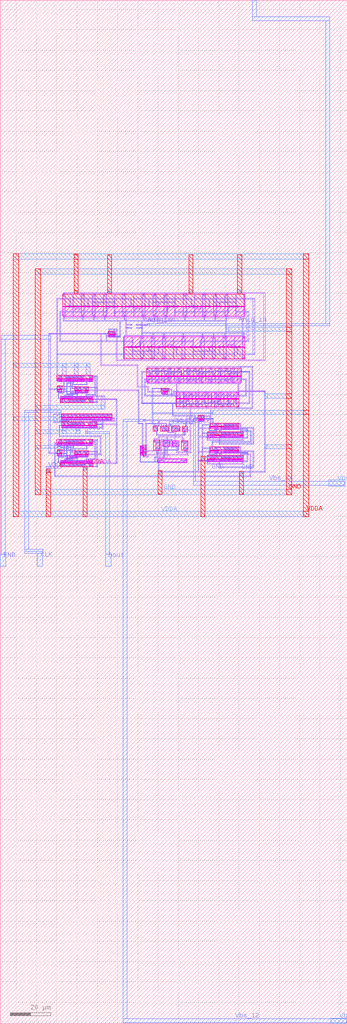
<source format=lef>
VERSION 5.7 ;
  NOWIREEXTENSIONATPIN ON ;
  DIVIDERCHAR "/" ;
  BUSBITCHARS "[]" ;
MACRO vco_adc2
  CLASS BLOCK ;
  FOREIGN vco_adc2 ;
  ORIGIN 37.950 320.620 ;
  SIZE 171.570 BY 505.310 ;
  PIN Vbs_12
    DIRECTION INPUT ;
    USE SIGNAL ;
    ANTENNAGATEAREA 1.800000 ;
    PORT
      LAYER li1 ;
        RECT 38.900 -25.650 39.200 -25.150 ;
        RECT 53.450 -25.700 53.950 -25.200 ;
      LAYER met1 ;
        RECT 32.700 -22.500 33.700 -22.300 ;
        RECT 32.700 -23.000 53.950 -22.500 ;
        RECT 32.700 -23.300 33.700 -23.000 ;
        RECT 40.250 -25.150 40.750 -23.000 ;
        RECT 38.700 -25.650 40.750 -25.150 ;
        RECT 53.450 -25.700 53.950 -23.000 ;
      LAYER met2 ;
        RECT 22.650 -23.300 33.700 -22.300 ;
        RECT 22.650 -318.100 24.650 -23.300 ;
        RECT 22.650 -320.100 133.350 -318.100 ;
      LAYER met3 ;
        RECT 125.460 -320.620 133.620 -317.900 ;
    END
  END Vbs_12
  PIN Vbs_34
    DIRECTION INPUT ;
    USE SIGNAL ;
    ANTENNAGATEAREA 5.400000 ;
    PORT
      LAYER li1 ;
        RECT 42.650 -25.650 43.650 -25.150 ;
        RECT 47.950 -25.650 50.250 -25.150 ;
      LAYER met1 ;
        RECT 45.500 -25.150 46.500 -24.650 ;
        RECT 42.450 -25.650 50.250 -25.150 ;
      LAYER met2 ;
        RECT 45.500 -24.450 58.400 -23.450 ;
        RECT 45.500 -25.650 46.500 -24.450 ;
        RECT 57.400 -52.800 58.400 -24.450 ;
        RECT 57.400 -54.850 132.150 -52.800 ;
      LAYER met3 ;
        RECT 124.440 -55.420 132.600 -52.020 ;
    END
  END Vbs_34
  PIN Anlg_in
    DIRECTION INPUT ;
    USE SIGNAL ;
    PORT
      LAYER li1 ;
        RECT 31.000 24.600 34.500 24.700 ;
        RECT 29.185 24.280 34.500 24.600 ;
        RECT 31.000 24.000 34.500 24.280 ;
      LAYER met1 ;
        RECT 34.500 24.700 35.700 25.000 ;
        RECT 29.125 24.250 31.230 24.630 ;
        RECT 33.500 24.000 35.700 24.700 ;
      LAYER met2 ;
        RECT 86.710 176.600 88.550 184.690 ;
        RECT 86.710 174.600 124.950 176.600 ;
        RECT 86.710 174.570 88.550 174.600 ;
        RECT 122.950 25.000 124.950 174.600 ;
        RECT 34.500 24.000 124.950 25.000 ;
    END
  END Anlg_in
  PIN ENB
    DIRECTION INPUT ;
    USE SIGNAL ;
    ANTENNAGATEAREA 1.437000 ;
    PORT
      LAYER li1 ;
        RECT -14.150 20.050 15.300 20.250 ;
        RECT 15.625 20.050 16.085 20.115 ;
        RECT -14.150 19.750 16.085 20.050 ;
        RECT -14.150 19.250 -13.650 19.750 ;
        RECT 11.600 4.650 12.100 19.750 ;
        RECT 15.625 19.385 16.085 19.750 ;
        RECT 11.600 4.150 30.150 4.650 ;
        RECT 29.650 -5.900 30.150 4.150 ;
        RECT 29.650 -6.400 35.200 -5.900 ;
        RECT -8.955 -7.575 -8.625 -7.325 ;
        RECT 34.700 -8.450 35.200 -6.400 ;
        RECT 34.700 -8.950 41.450 -8.450 ;
        RECT 42.525 -8.765 42.985 -8.035 ;
        RECT -14.150 -38.850 -13.650 -38.350 ;
        RECT -14.150 -39.350 -9.450 -38.850 ;
        RECT -8.955 -39.225 -8.625 -38.975 ;
      LAYER met1 ;
        RECT -14.150 -7.150 -13.150 20.250 ;
        RECT 13.550 19.750 15.300 20.250 ;
        RECT -14.150 -7.280 -10.000 -7.150 ;
        RECT -14.150 -7.630 -8.600 -7.280 ;
        RECT -14.150 -7.650 -10.000 -7.630 ;
        RECT -14.150 -39.350 -13.150 -7.650 ;
        RECT 39.950 -8.500 41.450 -8.450 ;
        RECT 42.500 -8.500 43.000 -8.250 ;
        RECT 39.950 -8.800 43.000 -8.500 ;
        RECT 39.950 -8.950 41.450 -8.800 ;
        RECT -10.500 -38.930 -9.450 -38.850 ;
        RECT -10.500 -39.280 -8.600 -38.930 ;
        RECT -10.500 -39.350 -9.450 -39.280 ;
      LAYER met2 ;
        RECT -37.600 17.250 -13.150 19.250 ;
        RECT -37.600 -88.850 -35.600 17.250 ;
        RECT -14.150 16.250 -13.150 17.250 ;
        RECT -37.950 -94.830 -35.190 -88.850 ;
    END
  END ENB
  PIN CLK
    DIRECTION INPUT ;
    USE SIGNAL ;
    ANTENNAGATEAREA 0.285000 ;
    PORT
      LAYER li1 ;
        RECT -7.325 -21.405 -6.635 -20.845 ;
        RECT -3.520 -25.485 -3.170 -24.835 ;
      LAYER met1 ;
        RECT -7.320 -20.950 -6.620 -20.830 ;
        RECT -8.850 -21.300 -6.620 -20.950 ;
        RECT -8.850 -22.950 -7.850 -21.300 ;
        RECT -7.320 -21.400 -6.620 -21.300 ;
        RECT -8.850 -23.300 -4.000 -22.950 ;
        RECT -4.350 -24.800 -4.000 -23.300 ;
        RECT -4.350 -24.840 -3.200 -24.800 ;
        RECT -4.350 -25.150 -3.190 -24.840 ;
        RECT -3.540 -25.490 -3.190 -25.150 ;
      LAYER met2 ;
        RECT -25.850 -18.800 -7.850 -17.800 ;
        RECT -25.850 -86.500 -23.850 -18.800 ;
        RECT -8.850 -23.300 -7.850 -18.800 ;
        RECT -25.850 -87.300 -16.900 -86.500 ;
        RECT -25.850 -88.500 -16.930 -87.300 ;
        RECT -19.690 -94.830 -16.930 -88.500 ;
    END
  END CLK
  PIN Dout
    DIRECTION INPUT ;
    USE SIGNAL ;
    ANTENNAGATEAREA 0.247500 ;
    ANTENNADIFFAREA 0.429000 ;
    PORT
      LAYER li1 ;
        RECT 3.275 -24.885 3.605 -24.040 ;
        RECT 3.275 -24.965 3.665 -24.885 ;
        RECT 3.450 -25.015 3.665 -24.965 ;
        RECT 3.495 -25.150 3.665 -25.015 ;
        RECT 5.735 -25.150 6.070 -25.135 ;
        RECT 3.495 -25.400 6.070 -25.150 ;
        RECT 3.495 -25.595 3.665 -25.400 ;
        RECT 3.440 -25.635 3.665 -25.595 ;
        RECT 3.285 -25.720 3.665 -25.635 ;
        RECT 3.285 -26.155 3.615 -25.720 ;
        RECT 4.300 -29.350 5.300 -25.400 ;
        RECT 5.735 -25.405 6.070 -25.400 ;
      LAYER met1 ;
        RECT 4.300 -29.350 6.400 -28.350 ;
      LAYER met2 ;
        RECT 5.300 -29.350 16.150 -28.350 ;
        RECT 14.150 -88.850 16.150 -29.350 ;
        RECT 14.030 -94.830 16.790 -88.850 ;
    END
  END Dout
  PIN VDDA
    DIRECTION INPUT ;
    USE POWER ;
    PORT
      LAYER nwell ;
        RECT -7.100 33.650 82.900 39.450 ;
        RECT 15.350 19.700 18.750 21.300 ;
        RECT 15.350 19.695 18.030 19.700 ;
        RECT 22.900 7.600 82.900 13.400 ;
        RECT -10.000 -2.180 7.750 -0.480 ;
        RECT -9.950 -5.740 -9.050 -5.680 ;
        RECT -9.950 -7.345 -7.490 -5.740 ;
        RECT 2.350 -6.210 3.350 -6.180 ;
        RECT -9.950 -7.380 -9.100 -7.345 ;
        RECT -1.240 -7.815 5.560 -6.210 ;
        RECT 2.350 -7.830 3.350 -7.815 ;
        RECT 41.400 -8.450 44.930 -6.850 ;
        RECT 42.250 -8.455 44.930 -8.450 ;
        RECT -6.650 -12.395 -5.800 -12.380 ;
        RECT 4.100 -12.395 5.900 -12.380 ;
        RECT -8.390 -14.000 7.890 -12.395 ;
        RECT -6.650 -14.030 -5.800 -14.000 ;
        RECT 4.100 -14.030 6.050 -14.000 ;
        RECT -7.400 -19.550 17.300 -19.500 ;
        RECT -7.600 -21.200 17.300 -19.550 ;
        RECT 59.850 -21.850 62.700 -20.250 ;
        RECT 59.850 -21.855 62.070 -21.850 ;
        RECT -6.450 -23.550 9.900 -23.500 ;
        RECT -7.600 -25.200 9.900 -23.550 ;
        RECT 65.550 -24.150 67.700 -24.100 ;
        RECT 37.400 -28.250 39.800 -25.650 ;
        RECT 41.150 -28.250 45.350 -25.650 ;
        RECT 65.550 -25.750 79.940 -24.150 ;
        RECT 67.600 -25.755 79.940 -25.750 ;
        RECT 70.200 -25.800 72.300 -25.755 ;
        RECT 64.550 -29.950 82.300 -28.350 ;
        RECT 65.400 -29.955 82.300 -29.950 ;
        RECT 68.500 -30.000 70.850 -29.955 ;
        RECT 80.800 -30.000 82.300 -29.955 ;
        RECT -10.000 -33.830 7.750 -32.130 ;
        RECT 32.545 -37.250 34.150 -35.100 ;
        RECT -9.950 -37.390 -9.050 -37.330 ;
        RECT -9.950 -38.995 -7.490 -37.390 ;
        RECT 2.350 -37.860 3.350 -37.830 ;
        RECT -9.950 -39.030 -9.100 -38.995 ;
        RECT -1.240 -39.465 5.560 -37.860 ;
        RECT 32.500 -38.400 34.150 -37.250 ;
        RECT 65.550 -35.850 67.700 -35.800 ;
        RECT 65.550 -37.450 79.940 -35.850 ;
        RECT 67.600 -37.455 79.940 -37.450 ;
        RECT 70.200 -37.500 72.300 -37.455 ;
        RECT 2.350 -39.480 3.350 -39.465 ;
        RECT 32.545 -40.160 34.150 -38.400 ;
        RECT 64.550 -41.650 82.300 -40.050 ;
        RECT 65.400 -41.655 82.300 -41.650 ;
        RECT 68.500 -41.700 70.850 -41.655 ;
        RECT 80.800 -41.700 82.300 -41.655 ;
        RECT -6.650 -44.045 -5.800 -44.030 ;
        RECT 4.100 -44.045 5.900 -44.030 ;
        RECT -8.390 -45.650 7.890 -44.045 ;
        RECT -6.650 -45.680 -5.800 -45.650 ;
        RECT 4.100 -45.680 6.050 -45.650 ;
      LAYER li1 ;
        RECT -6.900 39.950 93.100 40.350 ;
        RECT -6.900 38.600 -6.500 39.950 ;
        RECT -6.200 34.050 -5.800 39.950 ;
        RECT 1.900 34.050 2.300 39.950 ;
        RECT 2.600 39.050 3.000 39.950 ;
        RECT 3.300 39.050 3.700 39.950 ;
        RECT 2.600 38.600 3.700 39.050 ;
        RECT 8.050 39.050 8.450 39.950 ;
        RECT 8.750 39.050 9.150 39.950 ;
        RECT 8.050 38.600 9.150 39.050 ;
        RECT 13.500 38.600 13.900 39.950 ;
        RECT 3.300 34.050 3.700 38.600 ;
        RECT 8.750 34.050 9.150 38.600 ;
        RECT 14.200 34.050 14.600 39.950 ;
        RECT 22.300 34.050 22.700 39.950 ;
        RECT 23.100 38.600 23.500 39.950 ;
        RECT 23.800 34.050 24.200 39.950 ;
        RECT 31.900 34.050 32.300 39.950 ;
        RECT 32.600 39.050 33.000 39.950 ;
        RECT 33.300 39.050 33.700 39.950 ;
        RECT 32.600 38.600 33.700 39.050 ;
        RECT 38.050 39.050 38.450 39.950 ;
        RECT 38.750 39.050 39.150 39.950 ;
        RECT 38.050 38.600 39.150 39.050 ;
        RECT 43.500 38.600 43.900 39.950 ;
        RECT 33.300 34.050 33.700 38.600 ;
        RECT 38.750 34.050 39.150 38.600 ;
        RECT 44.200 34.050 44.600 39.950 ;
        RECT 52.300 34.050 52.700 39.950 ;
        RECT 53.100 38.600 53.500 39.950 ;
        RECT 53.800 34.050 54.200 39.950 ;
        RECT 61.900 34.050 62.300 39.950 ;
        RECT 62.600 39.050 63.000 39.950 ;
        RECT 63.300 39.050 63.700 39.950 ;
        RECT 62.600 38.600 63.700 39.050 ;
        RECT 68.050 39.050 68.450 39.950 ;
        RECT 68.750 39.050 69.150 39.950 ;
        RECT 68.050 38.600 69.150 39.050 ;
        RECT 73.500 38.600 73.900 39.950 ;
        RECT 63.300 34.050 63.700 38.600 ;
        RECT 68.750 34.050 69.150 38.600 ;
        RECT 74.200 34.050 74.600 39.950 ;
        RECT 82.300 34.050 82.700 39.950 ;
        RECT 15.540 21.025 17.840 21.195 ;
        RECT 16.055 20.625 16.990 21.025 ;
        RECT 17.515 20.050 17.755 20.345 ;
        RECT 18.100 20.250 18.500 20.750 ;
        RECT 17.515 19.550 17.950 20.050 ;
        RECT 17.515 19.365 17.755 19.550 ;
        RECT 19.150 7.100 19.650 20.050 ;
        RECT 23.100 7.100 23.500 13.000 ;
        RECT 31.200 7.100 31.600 13.000 ;
        RECT 36.650 8.450 37.050 13.000 ;
        RECT 42.100 8.450 42.500 13.000 ;
        RECT 31.900 7.100 32.300 8.450 ;
        RECT 36.650 8.000 37.750 8.450 ;
        RECT 36.650 7.100 37.050 8.000 ;
        RECT 37.350 7.100 37.750 8.000 ;
        RECT 42.100 8.000 43.200 8.450 ;
        RECT 42.100 7.100 42.500 8.000 ;
        RECT 42.800 7.100 43.200 8.000 ;
        RECT 43.500 7.100 43.900 13.000 ;
        RECT 51.600 7.100 52.000 13.000 ;
        RECT 52.300 7.100 52.700 8.450 ;
        RECT 53.100 7.100 53.500 13.000 ;
        RECT 61.200 7.100 61.600 13.000 ;
        RECT 66.650 8.450 67.050 13.000 ;
        RECT 72.100 8.450 72.500 13.000 ;
        RECT 61.900 7.100 62.300 8.450 ;
        RECT 66.650 8.000 67.750 8.450 ;
        RECT 66.650 7.100 67.050 8.000 ;
        RECT 67.350 7.100 67.750 8.000 ;
        RECT 72.100 8.000 73.200 8.450 ;
        RECT 72.100 7.100 72.500 8.000 ;
        RECT 72.800 7.100 73.200 8.000 ;
        RECT 73.500 7.100 73.900 13.000 ;
        RECT 81.600 7.100 82.000 13.000 ;
        RECT 82.300 7.100 82.700 8.450 ;
        RECT 92.100 7.100 93.100 39.950 ;
        RECT 19.150 6.700 93.100 7.100 ;
        RECT 19.150 6.600 23.500 6.700 ;
        RECT 7.450 -0.635 10.000 -0.630 ;
        RECT -9.210 -0.805 -7.370 -0.635 ;
        RECT -5.770 -0.805 3.890 -0.635 ;
        RECT 5.700 -0.805 10.000 -0.635 ;
        RECT -8.650 -1.565 -8.320 -0.805 ;
        RECT -7.720 -1.955 -7.460 -0.805 ;
        RECT -6.750 -1.580 -6.350 -1.080 ;
        RECT -5.255 -1.305 -4.925 -0.805 ;
        RECT -4.315 -1.305 -3.985 -0.805 ;
        RECT -2.340 -1.185 -1.960 -0.805 ;
        RECT -1.440 -1.185 -1.110 -0.805 ;
        RECT 0.170 -1.185 0.590 -0.805 ;
        RECT 1.260 -1.495 1.590 -0.805 ;
        RECT 2.710 -1.605 2.995 -0.805 ;
        RECT 6.260 -1.565 6.590 -0.805 ;
        RECT 7.190 -0.980 10.000 -0.805 ;
        RECT 7.190 -1.955 7.450 -0.980 ;
        RECT 9.650 -1.430 10.000 -0.980 ;
        RECT -7.850 -5.845 -0.700 -5.830 ;
        RECT -9.060 -6.015 -0.700 -5.845 ;
        RECT -9.750 -6.630 -9.350 -6.130 ;
        RECT -8.935 -7.155 -8.705 -6.015 ;
        RECT -8.035 -6.180 -0.700 -6.015 ;
        RECT -8.035 -7.155 -7.825 -6.180 ;
        RECT -1.050 -6.315 -0.700 -6.180 ;
        RECT -1.050 -6.485 2.170 -6.315 ;
        RECT 3.530 -6.330 5.370 -6.315 ;
        RECT 9.650 -6.330 10.000 -5.880 ;
        RECT 3.530 -6.485 10.000 -6.330 ;
        RECT 0.005 -7.335 0.175 -6.485 ;
        RECT 0.845 -6.995 1.015 -6.485 ;
        RECT 2.700 -7.380 3.100 -6.880 ;
        RECT 4.090 -7.245 4.420 -6.485 ;
        RECT 5.020 -6.680 10.000 -6.485 ;
        RECT 5.020 -7.635 5.280 -6.680 ;
        RECT 9.650 -7.080 10.000 -6.680 ;
        RECT 42.440 -7.125 44.740 -6.955 ;
        RECT 41.800 -7.970 42.100 -7.470 ;
        RECT 42.955 -7.525 43.890 -7.125 ;
        RECT 44.415 -8.450 44.655 -7.805 ;
        RECT 44.415 -8.750 44.800 -8.450 ;
        RECT 44.415 -8.785 44.655 -8.750 ;
        RECT -8.055 -13.725 -7.845 -12.585 ;
        RECT -7.175 -13.725 -6.945 -12.585 ;
        RECT -6.350 -13.330 -5.950 -12.830 ;
        RECT -4.835 -13.725 -4.550 -12.925 ;
        RECT -3.430 -13.725 -3.100 -13.035 ;
        RECT -2.430 -13.725 -2.010 -13.345 ;
        RECT -0.730 -13.725 -0.400 -13.345 ;
        RECT 0.120 -13.725 0.500 -13.345 ;
        RECT 2.145 -13.725 2.475 -13.225 ;
        RECT 3.085 -13.725 3.415 -13.225 ;
        RECT 5.950 -13.725 6.210 -12.575 ;
        RECT 6.810 -13.725 7.140 -12.965 ;
        RECT 9.650 -13.680 10.000 -13.230 ;
        RECT 7.650 -13.725 10.000 -13.680 ;
        RECT -8.200 -13.895 -6.820 -13.725 ;
        RECT -5.730 -13.895 3.930 -13.725 ;
        RECT 5.860 -13.895 10.000 -13.725 ;
        RECT 7.650 -14.030 10.000 -13.895 ;
        RECT -7.400 -19.655 -7.000 -19.500 ;
        RECT -7.410 -19.825 -3.730 -19.655 ;
        RECT -3.310 -19.825 0.370 -19.655 ;
        RECT 0.790 -19.825 4.470 -19.655 ;
        RECT 5.190 -19.825 8.870 -19.655 ;
        RECT 9.290 -19.825 12.970 -19.655 ;
        RECT 13.390 -19.825 17.070 -19.655 ;
        RECT -6.755 -20.285 -6.485 -19.825 ;
        RECT -4.695 -20.285 -4.370 -19.825 ;
        RECT -2.655 -20.285 -2.385 -19.825 ;
        RECT -0.595 -20.285 -0.270 -19.825 ;
        RECT 1.445 -20.285 1.715 -19.825 ;
        RECT 3.505 -20.285 3.830 -19.825 ;
        RECT 4.700 -20.650 5.100 -20.150 ;
        RECT 5.845 -20.285 6.115 -19.825 ;
        RECT 7.905 -20.285 8.230 -19.825 ;
        RECT 9.945 -20.285 10.215 -19.825 ;
        RECT 12.005 -20.285 12.330 -19.825 ;
        RECT 14.045 -20.285 14.315 -19.825 ;
        RECT 16.105 -20.285 16.430 -19.825 ;
        RECT 60.040 -20.400 61.880 -20.355 ;
        RECT 65.800 -20.400 66.250 -19.000 ;
        RECT 60.040 -20.525 66.250 -20.400 ;
        RECT 60.600 -21.285 60.930 -20.525 ;
        RECT 61.530 -20.750 66.250 -20.525 ;
        RECT 61.530 -21.675 61.790 -20.750 ;
        RECT 62.150 -21.600 62.450 -20.750 ;
        RECT -5.950 -23.655 -3.200 -23.500 ;
        RECT -7.410 -23.700 3.750 -23.655 ;
        RECT -7.410 -23.825 -5.570 -23.700 ;
        RECT -6.850 -24.585 -6.520 -23.825 ;
        RECT -5.920 -24.975 -5.660 -23.825 ;
        RECT -5.150 -24.650 -4.750 -23.700 ;
        RECT -3.610 -23.825 3.750 -23.700 ;
        RECT 5.640 -23.825 7.020 -23.655 ;
        RECT 8.290 -23.825 9.670 -23.655 ;
        RECT -3.095 -24.325 -2.765 -23.825 ;
        RECT -2.170 -24.285 -1.905 -23.825 ;
        RECT 0.000 -24.625 0.170 -23.825 ;
        RECT 1.880 -24.325 2.195 -23.825 ;
        RECT 2.935 -24.835 3.105 -23.825 ;
        RECT 5.725 -24.965 6.005 -23.825 ;
        RECT 6.675 -24.965 6.935 -23.825 ;
        RECT 8.415 -24.965 8.645 -23.825 ;
        RECT 9.315 -24.965 9.525 -23.825 ;
        RECT 37.600 -24.550 44.250 -24.150 ;
        RECT 37.600 -26.550 38.000 -24.550 ;
        RECT 38.300 -27.850 38.700 -24.550 ;
        RECT 41.350 -26.500 41.750 -24.550 ;
        RECT 42.050 -27.850 42.450 -26.050 ;
        RECT 43.850 -27.850 44.250 -24.550 ;
        RECT 65.850 -25.150 66.250 -20.750 ;
        RECT 79.700 -24.255 81.050 -24.100 ;
        RECT 67.790 -24.425 70.090 -24.255 ;
        RECT 72.390 -24.425 81.050 -24.255 ;
        RECT 67.920 -25.565 68.185 -24.425 ;
        RECT 68.855 -25.225 69.025 -24.425 ;
        RECT 69.695 -24.885 69.905 -24.425 ;
        RECT 72.905 -24.925 73.235 -24.425 ;
        RECT 73.830 -24.885 74.095 -24.425 ;
        RECT 76.000 -25.225 76.170 -24.425 ;
        RECT 77.880 -24.925 78.195 -24.425 ;
        RECT 78.935 -25.435 79.105 -24.425 ;
        RECT 79.700 -24.450 81.050 -24.425 ;
        RECT 80.650 -28.200 81.050 -24.450 ;
        RECT 61.800 -28.900 62.300 -28.300 ;
        RECT 68.350 -28.455 70.000 -28.300 ;
        RECT 65.590 -28.625 70.000 -28.455 ;
        RECT 70.990 -28.625 80.650 -28.455 ;
        RECT 61.800 -29.400 62.900 -28.900 ;
        RECT 64.850 -29.400 65.250 -28.900 ;
        RECT 7.450 -32.285 10.000 -32.280 ;
        RECT -9.210 -32.455 -7.370 -32.285 ;
        RECT -5.770 -32.455 3.890 -32.285 ;
        RECT 5.700 -32.455 10.000 -32.285 ;
        RECT -8.650 -33.215 -8.320 -32.455 ;
        RECT -7.720 -33.605 -7.460 -32.455 ;
        RECT -6.750 -33.230 -6.350 -32.730 ;
        RECT -5.255 -32.955 -4.925 -32.455 ;
        RECT -4.315 -32.955 -3.985 -32.455 ;
        RECT -2.340 -32.835 -1.960 -32.455 ;
        RECT -1.440 -32.835 -1.110 -32.455 ;
        RECT 0.170 -32.835 0.590 -32.455 ;
        RECT 1.260 -33.145 1.590 -32.455 ;
        RECT 2.710 -33.255 2.995 -32.455 ;
        RECT 6.260 -33.215 6.590 -32.455 ;
        RECT 7.190 -32.630 10.000 -32.455 ;
        RECT 7.190 -33.605 7.450 -32.630 ;
        RECT 9.650 -33.080 10.000 -32.630 ;
        RECT 33.875 -35.850 34.045 -35.290 ;
        RECT 33.115 -36.180 34.045 -35.850 ;
        RECT 33.875 -36.780 34.045 -36.180 ;
        RECT 32.725 -37.040 34.045 -36.780 ;
        RECT 33.875 -37.130 34.045 -37.040 ;
        RECT 61.800 -36.350 62.300 -29.400 ;
        RECT 66.185 -29.425 66.425 -28.625 ;
        RECT 66.945 -29.425 67.275 -28.625 ;
        RECT 67.785 -29.775 68.115 -28.625 ;
        RECT 68.350 -28.750 70.000 -28.625 ;
        RECT 71.505 -29.125 71.835 -28.625 ;
        RECT 72.430 -29.085 72.695 -28.625 ;
        RECT 74.600 -29.425 74.770 -28.625 ;
        RECT 76.480 -29.125 76.795 -28.625 ;
        RECT 77.540 -29.635 77.710 -28.625 ;
        RECT 78.380 -29.540 78.555 -28.625 ;
        RECT 79.415 -29.765 79.630 -28.625 ;
        RECT 80.305 -29.765 80.555 -28.625 ;
        RECT 81.000 -29.750 81.500 -29.350 ;
        RECT 79.700 -35.955 81.050 -35.800 ;
        RECT 67.790 -36.125 70.090 -35.955 ;
        RECT 72.390 -36.125 81.050 -35.955 ;
        RECT 61.800 -36.850 62.900 -36.350 ;
        RECT 65.850 -36.850 66.250 -36.350 ;
        RECT -7.850 -37.495 -0.700 -37.480 ;
        RECT -9.060 -37.665 -0.700 -37.495 ;
        RECT -9.750 -38.280 -9.350 -37.780 ;
        RECT -8.935 -38.805 -8.705 -37.665 ;
        RECT -8.035 -37.830 -0.700 -37.665 ;
        RECT -8.035 -38.805 -7.825 -37.830 ;
        RECT -1.050 -37.965 -0.700 -37.830 ;
        RECT -1.050 -38.135 2.170 -37.965 ;
        RECT 3.530 -37.980 5.370 -37.965 ;
        RECT 9.650 -37.980 10.000 -37.530 ;
        RECT 32.900 -37.750 33.400 -37.350 ;
        RECT 61.800 -37.450 62.300 -36.850 ;
        RECT 67.920 -37.265 68.185 -36.125 ;
        RECT 68.855 -36.925 69.025 -36.125 ;
        RECT 69.695 -36.585 69.905 -36.125 ;
        RECT 72.905 -36.625 73.235 -36.125 ;
        RECT 73.830 -36.585 74.095 -36.125 ;
        RECT 76.000 -36.925 76.170 -36.125 ;
        RECT 77.880 -36.625 78.195 -36.125 ;
        RECT 78.935 -37.135 79.105 -36.125 ;
        RECT 79.700 -36.150 81.050 -36.125 ;
        RECT 3.530 -38.135 10.000 -37.980 ;
        RECT 0.005 -38.985 0.175 -38.135 ;
        RECT 0.845 -38.645 1.015 -38.135 ;
        RECT 2.700 -39.030 3.100 -38.530 ;
        RECT 4.090 -38.895 4.420 -38.135 ;
        RECT 5.020 -38.330 10.000 -38.135 ;
        RECT 5.020 -39.285 5.280 -38.330 ;
        RECT 9.650 -38.730 10.000 -38.330 ;
        RECT 33.875 -38.715 34.045 -38.590 ;
        RECT 32.735 -38.945 34.045 -38.715 ;
        RECT 33.875 -39.615 34.045 -38.945 ;
        RECT 32.735 -39.825 34.045 -39.615 ;
        RECT 33.875 -39.970 34.045 -39.825 ;
        RECT 80.650 -39.900 81.050 -36.150 ;
        RECT 68.350 -40.155 70.000 -40.000 ;
        RECT 65.590 -40.325 70.000 -40.155 ;
        RECT 70.990 -40.325 80.650 -40.155 ;
        RECT 64.850 -41.100 65.250 -40.600 ;
        RECT 66.185 -41.125 66.425 -40.325 ;
        RECT 66.945 -41.125 67.275 -40.325 ;
        RECT 67.785 -41.475 68.115 -40.325 ;
        RECT 68.350 -40.450 70.000 -40.325 ;
        RECT 71.505 -40.825 71.835 -40.325 ;
        RECT 72.430 -40.785 72.695 -40.325 ;
        RECT 74.600 -41.125 74.770 -40.325 ;
        RECT 76.480 -40.825 76.795 -40.325 ;
        RECT 77.540 -41.335 77.710 -40.325 ;
        RECT 78.380 -41.240 78.555 -40.325 ;
        RECT 79.415 -41.465 79.630 -40.325 ;
        RECT 80.305 -41.465 80.555 -40.325 ;
        RECT 81.000 -41.450 81.500 -41.050 ;
        RECT -8.055 -45.375 -7.845 -44.235 ;
        RECT -7.175 -45.375 -6.945 -44.235 ;
        RECT -6.350 -44.980 -5.950 -44.480 ;
        RECT -4.835 -45.375 -4.550 -44.575 ;
        RECT -3.430 -45.375 -3.100 -44.685 ;
        RECT -2.430 -45.375 -2.010 -44.995 ;
        RECT -0.730 -45.375 -0.400 -44.995 ;
        RECT 0.120 -45.375 0.500 -44.995 ;
        RECT 2.145 -45.375 2.475 -44.875 ;
        RECT 3.085 -45.375 3.415 -44.875 ;
        RECT 5.950 -45.375 6.210 -44.225 ;
        RECT 6.810 -45.375 7.140 -44.615 ;
        RECT 9.650 -45.330 10.000 -44.880 ;
        RECT 7.650 -45.375 10.000 -45.330 ;
        RECT -8.200 -45.400 -6.820 -45.375 ;
        RECT -15.300 -45.545 -6.820 -45.400 ;
        RECT -5.730 -45.545 3.930 -45.375 ;
        RECT 5.860 -45.545 10.000 -45.375 ;
        RECT -15.300 -46.400 -7.700 -45.545 ;
        RECT 7.650 -45.680 10.000 -45.545 ;
      LAYER met1 ;
        RECT -1.450 39.950 0.550 40.350 ;
        RECT 15.100 39.950 17.100 40.350 ;
        RECT 55.200 39.950 57.200 40.350 ;
        RECT 79.350 39.950 81.350 40.350 ;
        RECT -6.900 38.600 -6.500 39.100 ;
        RECT 2.600 38.600 3.000 39.100 ;
        RECT 8.050 38.600 8.450 39.100 ;
        RECT 13.500 38.600 13.900 39.100 ;
        RECT 23.100 38.600 23.500 39.100 ;
        RECT 32.600 38.600 33.000 39.100 ;
        RECT 38.050 38.600 38.450 39.100 ;
        RECT 43.500 38.600 43.900 39.100 ;
        RECT 53.100 38.600 53.500 39.100 ;
        RECT 62.600 38.600 63.000 39.100 ;
        RECT 68.050 38.600 68.450 39.100 ;
        RECT 73.500 38.600 73.900 39.100 ;
        RECT 15.450 22.050 19.650 22.550 ;
        RECT 15.550 21.350 16.050 22.050 ;
        RECT 15.540 20.870 17.840 21.350 ;
        RECT 18.100 20.250 18.500 22.050 ;
        RECT 17.350 19.850 17.950 20.150 ;
        RECT 19.150 19.850 19.650 22.050 ;
        RECT 17.350 19.550 19.650 19.850 ;
        RECT 31.900 7.950 32.300 8.450 ;
        RECT 37.350 7.950 37.750 8.450 ;
        RECT 42.800 7.950 43.200 8.450 ;
        RECT 52.300 7.950 52.700 8.450 ;
        RECT 61.900 7.950 62.300 8.450 ;
        RECT 67.350 7.950 67.750 8.450 ;
        RECT 72.800 7.950 73.200 8.450 ;
        RECT 82.300 7.950 82.700 8.450 ;
        RECT -7.400 -0.480 -5.400 5.550 ;
        RECT -1.600 -0.480 0.400 5.550 ;
        RECT 4.450 -0.480 6.450 5.550 ;
        RECT -9.210 -0.960 7.540 -0.480 ;
        RECT -7.400 -0.980 -5.700 -0.960 ;
        RECT 3.850 -0.980 5.700 -0.960 ;
        RECT 9.200 -0.980 10.000 -0.630 ;
        RECT -6.750 -1.580 -6.350 -0.980 ;
        RECT -9.750 -5.690 -9.000 -5.680 ;
        RECT -9.750 -6.170 -7.680 -5.690 ;
        RECT 2.150 -6.160 3.550 -6.130 ;
        RECT -9.750 -6.180 -9.000 -6.170 ;
        RECT -9.750 -6.630 -9.350 -6.180 ;
        RECT -1.050 -6.630 5.370 -6.160 ;
        RECT -1.050 -6.640 2.170 -6.630 ;
        RECT 2.700 -7.380 3.100 -6.630 ;
        RECT 3.530 -6.640 5.370 -6.630 ;
        RECT -8.200 -13.580 -6.820 -13.570 ;
        RECT -6.350 -13.580 -5.950 -12.830 ;
        RECT -5.730 -13.580 3.930 -13.570 ;
        RECT 5.860 -13.580 7.700 -13.570 ;
        RECT -8.200 -14.030 7.700 -13.580 ;
        RECT 9.650 -13.680 10.000 -0.980 ;
        RECT 37.100 -7.250 45.600 -6.800 ;
        RECT 41.800 -7.970 42.100 -7.250 ;
        RECT 42.440 -7.280 44.740 -7.250 ;
        RECT 45.250 -8.450 45.600 -7.250 ;
        RECT 44.400 -8.800 45.600 -8.450 ;
        RECT 9.250 -14.030 10.000 -13.680 ;
        RECT -8.200 -14.050 -6.820 -14.030 ;
        RECT -5.730 -14.050 3.930 -14.030 ;
        RECT 5.860 -14.050 7.700 -14.030 ;
        RECT 65.800 -19.000 66.250 -17.700 ;
        RECT 65.200 -19.450 66.250 -19.000 ;
        RECT -11.600 -19.980 17.070 -19.500 ;
        RECT -11.600 -20.000 -7.300 -19.980 ;
        RECT -3.750 -20.000 -3.250 -19.980 ;
        RECT 0.350 -20.000 0.850 -19.980 ;
        RECT 4.450 -20.000 5.200 -19.980 ;
        RECT 8.850 -20.000 9.300 -19.980 ;
        RECT 12.950 -20.000 13.400 -19.980 ;
        RECT -11.600 -23.500 -9.600 -20.000 ;
        RECT 4.700 -20.650 5.100 -20.000 ;
        RECT 60.040 -20.680 61.880 -20.200 ;
        RECT 62.150 -21.600 62.450 -21.100 ;
        RECT -11.600 -23.980 -5.570 -23.500 ;
        RECT -3.610 -23.980 9.670 -23.500 ;
        RECT -11.600 -24.000 -7.300 -23.980 ;
        RECT 3.750 -24.000 5.650 -23.980 ;
        RECT 7.000 -24.000 8.300 -23.980 ;
        RECT -5.150 -24.650 -4.750 -24.150 ;
        RECT 33.700 -24.550 38.700 -24.150 ;
        RECT -9.210 -32.610 7.540 -32.130 ;
        RECT -7.400 -32.630 -5.700 -32.610 ;
        RECT 3.850 -32.630 5.700 -32.610 ;
        RECT 9.200 -32.630 10.000 -32.280 ;
        RECT -6.750 -33.230 -6.350 -32.630 ;
        RECT -9.750 -37.340 -9.000 -37.330 ;
        RECT -9.750 -37.820 -7.680 -37.340 ;
        RECT 2.150 -37.810 3.550 -37.780 ;
        RECT -9.750 -37.830 -9.000 -37.820 ;
        RECT -9.750 -38.280 -9.350 -37.830 ;
        RECT -1.050 -38.280 5.370 -37.810 ;
        RECT -1.050 -38.290 2.170 -38.280 ;
        RECT 2.700 -39.030 3.100 -38.280 ;
        RECT 3.530 -38.290 5.370 -38.280 ;
        RECT -8.200 -45.230 -6.820 -45.220 ;
        RECT -6.350 -45.230 -5.950 -44.480 ;
        RECT -5.730 -45.230 3.930 -45.220 ;
        RECT 5.860 -45.230 7.700 -45.220 ;
        RECT -15.300 -46.400 -12.900 -45.400 ;
        RECT -8.200 -45.680 7.700 -45.230 ;
        RECT 9.650 -45.330 10.000 -32.630 ;
        RECT 33.700 -35.300 34.200 -24.550 ;
        RECT 67.790 -24.580 79.750 -24.100 ;
        RECT 70.050 -24.600 72.500 -24.580 ;
        RECT 61.800 -25.150 66.250 -24.650 ;
        RECT 37.600 -26.550 38.000 -26.050 ;
        RECT 41.350 -26.500 41.750 -26.000 ;
        RECT 42.050 -26.200 42.450 -26.050 ;
        RECT 43.850 -26.200 44.250 -26.050 ;
        RECT 42.050 -26.700 44.250 -26.200 ;
        RECT 42.050 -26.850 42.450 -26.700 ;
        RECT 43.850 -26.850 44.250 -26.700 ;
        RECT 61.800 -28.900 62.300 -25.150 ;
        RECT 80.650 -28.300 81.050 -27.800 ;
        RECT 64.850 -28.750 68.350 -28.300 ;
        RECT 69.500 -28.750 81.050 -28.300 ;
        RECT 64.850 -28.900 65.250 -28.750 ;
        RECT 65.590 -28.780 68.350 -28.750 ;
        RECT 70.990 -28.780 81.050 -28.750 ;
        RECT 80.650 -28.800 81.050 -28.780 ;
        RECT 61.800 -29.400 65.250 -28.900 ;
        RECT 81.000 -29.750 81.500 -29.350 ;
        RECT 33.720 -37.100 34.200 -35.300 ;
        RECT 67.790 -36.280 79.750 -35.800 ;
        RECT 70.050 -36.300 72.500 -36.280 ;
        RECT 33.700 -37.350 34.200 -37.100 ;
        RECT 32.900 -37.750 34.200 -37.350 ;
        RECT 33.700 -38.600 34.200 -37.750 ;
        RECT 33.720 -39.970 34.200 -38.600 ;
        RECT 61.800 -36.850 66.250 -36.350 ;
        RECT 61.800 -40.600 62.300 -36.850 ;
        RECT 80.650 -40.000 81.050 -39.500 ;
        RECT 64.850 -40.450 68.350 -40.000 ;
        RECT 69.500 -40.450 81.050 -40.000 ;
        RECT 64.850 -40.600 65.250 -40.450 ;
        RECT 65.590 -40.480 68.350 -40.450 ;
        RECT 70.990 -40.480 81.050 -40.450 ;
        RECT 80.650 -40.500 81.050 -40.480 ;
        RECT 61.250 -41.100 65.250 -40.600 ;
        RECT 81.000 -41.450 81.500 -41.050 ;
        RECT 9.250 -45.680 10.000 -45.330 ;
        RECT -8.200 -45.700 -6.200 -45.680 ;
        RECT -5.730 -45.700 4.900 -45.680 ;
        RECT 5.860 -45.700 7.700 -45.680 ;
        RECT 2.900 -46.250 4.900 -45.700 ;
        RECT -15.300 -47.950 -13.300 -46.400 ;
      LAYER met2 ;
        RECT -1.450 39.950 0.550 41.050 ;
        RECT 15.100 39.950 17.100 41.050 ;
        RECT 55.200 39.950 57.200 41.100 ;
        RECT 79.350 39.950 81.350 41.050 ;
        RECT -7.400 3.550 -5.400 5.550 ;
        RECT -1.600 3.550 0.400 5.550 ;
        RECT 4.450 3.550 6.450 5.550 ;
        RECT 37.100 -19.000 37.600 -6.800 ;
        RECT 65.800 -19.000 67.100 -17.700 ;
        RECT 37.100 -19.450 67.100 -19.000 ;
        RECT -11.600 -22.950 -9.600 -20.950 ;
        RECT 37.100 -24.550 37.600 -19.450 ;
        RECT 65.800 -19.700 67.100 -19.450 ;
        RECT 61.250 -41.600 63.250 -40.600 ;
        RECT 2.900 -46.800 4.900 -45.700 ;
        RECT -15.300 -47.950 -13.300 -46.850 ;
      LAYER met3 ;
        RECT -31.620 56.780 114.600 59.500 ;
        RECT -1.450 40.350 0.550 41.050 ;
        RECT 15.100 40.350 17.100 41.850 ;
        RECT 55.200 40.350 57.200 41.850 ;
        RECT 79.350 40.350 81.350 41.750 ;
        RECT -31.450 3.550 6.450 5.550 ;
        RECT 65.800 -19.700 114.600 -17.700 ;
        RECT -31.450 -22.950 -9.600 -20.950 ;
        RECT 61.250 -42.200 63.250 -41.100 ;
        RECT -15.300 -48.600 -13.300 -47.300 ;
        RECT 2.900 -47.400 4.900 -46.200 ;
        RECT -31.620 -70.380 114.600 -67.660 ;
      LAYER met4 ;
        RECT -31.620 -70.380 -28.900 59.500 ;
        RECT -1.500 58.950 0.500 59.500 ;
        RECT -1.500 56.700 0.550 58.950 ;
        RECT -1.500 41.300 0.500 56.700 ;
        RECT -1.500 41.200 0.550 41.300 ;
        RECT -1.450 39.950 0.550 41.200 ;
        RECT 15.100 39.950 17.100 58.950 ;
        RECT 55.200 39.950 57.200 58.950 ;
        RECT 79.350 39.950 81.350 58.950 ;
        RECT 111.880 56.700 114.600 59.500 ;
        RECT 111.900 -17.700 114.600 56.700 ;
        RECT 111.880 -19.700 114.600 -17.700 ;
        RECT -15.300 -48.500 -13.300 -46.850 ;
        RECT -15.300 -70.400 -13.200 -48.500 ;
        RECT 2.900 -70.350 4.900 -45.700 ;
        RECT 61.250 -70.350 63.250 -40.600 ;
        RECT 111.900 -67.600 114.600 -19.700 ;
        RECT 111.880 -70.380 114.600 -67.600 ;
    END
  END VDDA
  PIN GND
    DIRECTION INPUT ;
    USE GROUND ;
    PORT
      LAYER pwell ;
        RECT -7.100 28.600 82.900 33.400 ;
        RECT 16.030 19.400 17.835 19.405 ;
        RECT 16.030 19.175 18.750 19.400 ;
        RECT 15.545 18.500 18.750 19.175 ;
        RECT 15.545 18.495 17.835 18.500 ;
        RECT 15.690 18.305 15.860 18.495 ;
        RECT 22.900 13.650 82.900 18.450 ;
        RECT 34.400 -1.150 36.700 -1.050 ;
        RECT 36.900 -1.150 47.600 -1.050 ;
        RECT 47.800 -1.150 52.300 -1.050 ;
        RECT 52.500 -1.150 63.200 -1.050 ;
        RECT 63.400 -1.150 67.900 -1.050 ;
        RECT 68.100 -1.150 78.800 -1.050 ;
        RECT 79.000 -1.150 81.200 -1.050 ;
        RECT -8.720 -2.630 -7.375 -2.425 ;
        RECT -10.000 -2.655 -9.150 -2.630 ;
        RECT -8.720 -2.655 -5.750 -2.630 ;
        RECT -4.405 -2.655 -3.485 -2.435 ;
        RECT 2.595 -2.535 3.515 -2.425 ;
        RECT 1.180 -2.630 3.515 -2.535 ;
        RECT 1.180 -2.655 5.750 -2.630 ;
        RECT 6.190 -2.655 7.535 -2.425 ;
        RECT -10.000 -3.330 7.535 -2.655 ;
        RECT -9.205 -3.335 -7.375 -3.330 ;
        RECT -5.765 -3.335 3.515 -3.330 ;
        RECT 5.705 -3.335 7.535 -3.330 ;
        RECT -9.065 -3.525 -8.895 -3.335 ;
        RECT -5.625 -3.525 -5.455 -3.335 ;
        RECT 5.845 -3.525 6.015 -3.335 ;
        RECT 34.400 -3.850 81.200 -1.150 ;
        RECT -9.950 -7.635 -9.000 -7.630 ;
        RECT -9.950 -8.530 -7.695 -7.635 ;
        RECT -9.045 -8.545 -7.695 -8.530 ;
        RECT -1.005 -8.330 2.165 -8.105 ;
        RECT -1.005 -8.335 3.550 -8.330 ;
        RECT 4.020 -8.335 5.365 -8.105 ;
        RECT -8.915 -8.735 -8.745 -8.545 ;
        RECT -1.005 -9.015 5.365 -8.335 ;
        RECT 42.930 -8.975 44.735 -8.745 ;
        RECT 42.445 -8.980 44.735 -8.975 ;
        RECT -0.905 -9.205 -0.735 -9.015 ;
        RECT 2.150 -9.030 3.550 -9.015 ;
        RECT 3.675 -9.205 3.845 -9.015 ;
        RECT 41.780 -9.655 44.735 -8.980 ;
        RECT 41.780 -9.660 42.450 -9.655 ;
        RECT 42.590 -9.845 42.760 -9.655 ;
        RECT -7.135 -11.195 -6.965 -11.005 ;
        RECT -6.850 -11.195 -5.350 -11.180 ;
        RECT 3.615 -11.195 3.785 -11.005 ;
        RECT 3.900 -11.195 5.900 -11.180 ;
        RECT 7.385 -11.195 7.555 -11.005 ;
        RECT -8.185 -11.875 7.695 -11.195 ;
        RECT -8.185 -11.995 -3.020 -11.875 ;
        RECT -8.185 -12.105 -4.435 -11.995 ;
        RECT 1.645 -12.095 2.565 -11.875 ;
        RECT 3.900 -11.880 7.210 -11.875 ;
        RECT 5.865 -12.105 7.210 -11.880 ;
        RECT 48.850 -11.950 80.050 -9.250 ;
        RECT 48.850 -12.050 51.050 -11.950 ;
        RECT 51.250 -12.050 61.950 -11.950 ;
        RECT 62.150 -12.050 66.650 -11.950 ;
        RECT 66.850 -12.050 77.550 -11.950 ;
        RECT 77.750 -12.050 80.050 -11.950 ;
        RECT -6.850 -12.130 -5.350 -12.105 ;
        RECT -7.600 -22.400 17.300 -21.400 ;
        RECT 60.530 -22.150 61.875 -22.145 ;
        RECT 60.530 -22.375 62.700 -22.150 ;
        RECT -7.265 -22.545 -7.095 -22.400 ;
        RECT -3.165 -22.545 -2.995 -22.400 ;
        RECT 0.935 -22.545 1.105 -22.400 ;
        RECT 5.335 -22.545 5.505 -22.400 ;
        RECT 9.435 -22.545 9.605 -22.400 ;
        RECT 13.535 -22.545 13.705 -22.400 ;
        RECT 60.045 -23.050 62.700 -22.375 ;
        RECT 60.045 -23.055 61.875 -23.050 ;
        RECT 60.185 -23.245 60.355 -23.055 ;
        RECT -7.600 -26.400 9.900 -25.400 ;
        RECT 65.550 -26.045 67.900 -26.000 ;
        RECT 65.550 -26.250 70.035 -26.045 ;
        RECT 65.550 -26.275 72.450 -26.250 ;
        RECT 75.910 -26.275 76.820 -26.055 ;
        RECT 78.355 -26.275 79.705 -26.045 ;
        RECT -7.265 -26.545 -7.095 -26.400 ;
        RECT -3.465 -26.545 -3.295 -26.400 ;
        RECT 5.780 -26.545 5.950 -26.400 ;
        RECT 8.435 -26.545 8.605 -26.400 ;
        RECT 65.550 -26.955 79.705 -26.275 ;
        RECT 65.550 -27.000 67.900 -26.955 ;
        RECT 67.935 -27.145 68.105 -26.955 ;
        RECT 70.000 -27.000 72.450 -26.955 ;
        RECT 72.535 -27.145 72.705 -26.955 ;
        RECT 65.595 -30.250 68.205 -30.245 ;
        RECT 64.550 -30.450 68.205 -30.250 ;
        RECT 64.550 -30.475 71.050 -30.450 ;
        RECT 74.510 -30.475 75.420 -30.255 ;
        RECT 76.960 -30.475 80.645 -30.245 ;
        RECT 64.550 -31.155 80.645 -30.475 ;
        RECT 64.550 -31.500 65.650 -31.155 ;
        RECT 65.740 -31.345 65.910 -31.155 ;
        RECT 68.200 -31.200 71.050 -31.155 ;
        RECT 71.135 -31.345 71.305 -31.155 ;
        RECT -8.720 -34.280 -7.375 -34.075 ;
        RECT -10.000 -34.305 -9.150 -34.280 ;
        RECT -8.720 -34.305 -5.750 -34.280 ;
        RECT -4.405 -34.305 -3.485 -34.085 ;
        RECT 2.595 -34.185 3.515 -34.075 ;
        RECT 1.180 -34.280 3.515 -34.185 ;
        RECT 1.180 -34.305 5.750 -34.280 ;
        RECT 6.190 -34.305 7.535 -34.075 ;
        RECT -10.000 -34.980 7.535 -34.305 ;
        RECT -9.205 -34.985 -7.375 -34.980 ;
        RECT -5.765 -34.985 3.515 -34.980 ;
        RECT 5.705 -34.985 7.535 -34.980 ;
        RECT -9.065 -35.175 -8.895 -34.985 ;
        RECT -5.625 -35.175 -5.455 -34.985 ;
        RECT 5.845 -35.175 6.015 -34.985 ;
        RECT 31.345 -35.435 32.025 -35.295 ;
        RECT 31.155 -35.605 32.025 -35.435 ;
        RECT 31.345 -35.780 32.025 -35.605 ;
        RECT 42.550 -35.650 45.850 -32.850 ;
        RECT 47.100 -35.650 50.400 -32.850 ;
        RECT 31.345 -37.125 32.255 -35.780 ;
        RECT 31.350 -38.605 32.250 -37.125 ;
        RECT 65.550 -37.745 67.900 -37.700 ;
        RECT 65.550 -37.950 70.035 -37.745 ;
        RECT 65.550 -37.975 72.450 -37.950 ;
        RECT 75.910 -37.975 76.820 -37.755 ;
        RECT 78.355 -37.975 79.705 -37.745 ;
        RECT 31.345 -38.735 32.255 -38.605 ;
        RECT 65.550 -38.655 79.705 -37.975 ;
        RECT 65.550 -38.700 67.900 -38.655 ;
        RECT 31.155 -38.905 32.255 -38.735 ;
        RECT 67.935 -38.845 68.105 -38.655 ;
        RECT 70.000 -38.700 72.450 -38.655 ;
        RECT 72.535 -38.845 72.705 -38.655 ;
        RECT -9.950 -39.285 -9.000 -39.280 ;
        RECT -9.950 -40.180 -7.695 -39.285 ;
        RECT -9.045 -40.195 -7.695 -40.180 ;
        RECT -1.005 -39.980 2.165 -39.755 ;
        RECT -1.005 -39.985 3.550 -39.980 ;
        RECT 4.020 -39.985 5.365 -39.755 ;
        RECT 31.345 -39.955 32.255 -38.905 ;
        RECT -8.915 -40.385 -8.745 -40.195 ;
        RECT -1.005 -40.665 5.365 -39.985 ;
        RECT -0.905 -40.855 -0.735 -40.665 ;
        RECT 2.150 -40.680 3.550 -40.665 ;
        RECT 3.675 -40.855 3.845 -40.665 ;
        RECT -7.135 -42.845 -6.965 -42.655 ;
        RECT -6.850 -42.845 -5.350 -42.830 ;
        RECT 3.615 -42.845 3.785 -42.655 ;
        RECT 3.900 -42.845 5.900 -42.830 ;
        RECT 7.385 -42.845 7.555 -42.655 ;
        RECT -8.185 -43.525 7.695 -42.845 ;
        RECT -8.185 -43.645 -3.020 -43.525 ;
        RECT -8.185 -43.755 -4.435 -43.645 ;
        RECT 1.645 -43.745 2.565 -43.525 ;
        RECT 3.900 -43.530 7.210 -43.525 ;
        RECT 5.865 -43.755 7.210 -43.530 ;
        RECT 40.000 -43.650 54.380 -41.640 ;
        RECT 65.595 -41.950 68.205 -41.945 ;
        RECT 64.550 -42.150 68.205 -41.950 ;
        RECT 64.550 -42.175 71.050 -42.150 ;
        RECT 74.510 -42.175 75.420 -41.955 ;
        RECT 76.960 -42.175 80.645 -41.945 ;
        RECT 64.550 -42.855 80.645 -42.175 ;
        RECT 64.550 -43.200 65.650 -42.855 ;
        RECT 65.740 -43.045 65.910 -42.855 ;
        RECT 68.200 -42.900 71.050 -42.855 ;
        RECT 71.135 -43.045 71.305 -42.855 ;
        RECT -6.850 -43.780 -5.350 -43.755 ;
      LAYER li1 ;
        RECT -6.900 28.950 -6.500 29.450 ;
        RECT 2.600 28.950 3.000 29.450 ;
        RECT 8.050 28.950 8.450 29.450 ;
        RECT 13.500 28.950 13.900 29.450 ;
        RECT 23.100 28.950 23.500 29.450 ;
        RECT 32.600 28.950 33.000 29.450 ;
        RECT 38.050 28.950 38.450 29.450 ;
        RECT 43.500 28.950 43.900 29.450 ;
        RECT 53.100 28.950 53.500 29.450 ;
        RECT 62.600 28.950 63.000 29.450 ;
        RECT 68.050 28.950 68.450 29.450 ;
        RECT 73.500 28.950 73.900 29.450 ;
        RECT 31.000 23.050 31.170 23.130 ;
        RECT 29.185 22.730 31.170 23.050 ;
        RECT 31.000 22.650 31.170 22.730 ;
        RECT 16.055 18.475 16.990 18.875 ;
        RECT 18.100 18.750 18.500 19.250 ;
        RECT 15.540 18.305 17.840 18.475 ;
        RECT 31.900 17.600 32.300 18.100 ;
        RECT 37.350 17.600 37.750 18.100 ;
        RECT 42.800 17.600 43.200 18.100 ;
        RECT 52.300 17.600 52.700 18.100 ;
        RECT 61.900 17.600 62.300 18.100 ;
        RECT 67.350 17.600 67.750 18.100 ;
        RECT 72.800 17.600 73.200 18.100 ;
        RECT 82.300 17.600 82.700 18.100 ;
        RECT -9.800 -3.180 -9.400 -2.680 ;
        RECT -8.650 -3.355 -8.320 -2.975 ;
        RECT -7.720 -3.180 -7.460 -2.515 ;
        RECT -7.720 -3.355 -5.750 -3.180 ;
        RECT -5.255 -3.355 -4.925 -2.975 ;
        RECT -4.315 -3.355 -3.985 -2.975 ;
        RECT -2.160 -3.355 -1.750 -2.915 ;
        RECT -1.010 -3.355 -0.690 -2.895 ;
        RECT 0.920 -3.355 1.580 -2.875 ;
        RECT 2.710 -3.355 2.995 -2.895 ;
        RECT 3.850 -3.355 5.700 -3.230 ;
        RECT 6.260 -3.355 6.590 -2.975 ;
        RECT 7.190 -3.355 7.450 -2.515 ;
        RECT -9.210 -3.525 7.540 -3.355 ;
        RECT -7.500 -3.680 -5.750 -3.525 ;
        RECT 3.850 -3.680 5.700 -3.525 ;
        RECT 34.600 -4.350 35.000 -3.000 ;
        RECT 35.300 -4.350 35.700 -1.450 ;
        RECT 38.500 -4.350 38.900 -1.450 ;
        RECT 40.000 -3.000 40.400 -1.450 ;
        RECT 43.100 -3.000 43.500 -1.450 ;
        RECT 39.300 -3.450 40.400 -3.000 ;
        RECT 39.300 -3.500 39.700 -3.450 ;
        RECT 40.000 -4.350 40.400 -3.450 ;
        RECT 42.400 -3.450 43.500 -3.000 ;
        RECT 42.400 -3.500 42.800 -3.450 ;
        RECT 43.100 -4.350 43.500 -3.450 ;
        RECT 45.500 -4.350 45.900 -3.000 ;
        RECT 46.200 -4.350 46.600 -1.450 ;
        RECT 49.400 -4.350 49.800 -1.450 ;
        RECT 50.200 -4.350 50.600 -3.000 ;
        RECT 50.900 -4.350 51.300 -1.450 ;
        RECT 54.100 -4.350 54.500 -1.450 ;
        RECT 55.600 -3.000 56.000 -1.450 ;
        RECT 58.700 -3.000 59.100 -1.450 ;
        RECT 54.900 -3.450 56.000 -3.000 ;
        RECT 54.900 -3.500 55.300 -3.450 ;
        RECT 55.600 -4.350 56.000 -3.450 ;
        RECT 58.000 -3.450 59.100 -3.000 ;
        RECT 58.000 -3.500 58.400 -3.450 ;
        RECT 58.700 -4.350 59.100 -3.450 ;
        RECT 61.100 -4.350 61.500 -3.000 ;
        RECT 61.800 -4.350 62.200 -1.450 ;
        RECT 65.000 -4.350 65.400 -1.450 ;
        RECT 65.800 -4.350 66.200 -3.000 ;
        RECT 66.500 -4.350 66.900 -1.450 ;
        RECT 69.700 -4.350 70.100 -1.450 ;
        RECT 71.200 -3.000 71.600 -1.450 ;
        RECT 74.300 -3.000 74.700 -1.450 ;
        RECT 70.500 -3.450 71.600 -3.000 ;
        RECT 70.500 -3.500 70.900 -3.450 ;
        RECT 71.200 -4.350 71.600 -3.450 ;
        RECT 73.600 -3.450 74.700 -3.000 ;
        RECT 73.600 -3.500 74.000 -3.450 ;
        RECT 74.300 -4.350 74.700 -3.450 ;
        RECT 76.700 -4.350 77.100 -3.000 ;
        RECT 77.400 -4.350 77.800 -1.450 ;
        RECT 80.600 -4.350 81.000 -1.450 ;
        RECT 34.600 -4.750 81.000 -4.350 ;
        RECT -9.750 -8.380 -9.350 -7.880 ;
        RECT -8.935 -8.565 -8.705 -7.745 ;
        RECT -8.035 -8.380 -7.825 -7.745 ;
        RECT -8.035 -8.565 -3.150 -8.380 ;
        RECT -9.060 -8.730 -3.150 -8.565 ;
        RECT -9.060 -8.735 -7.680 -8.730 ;
        RECT -3.500 -8.930 -3.150 -8.730 ;
        RECT -0.915 -8.930 -0.585 -8.645 ;
        RECT -3.500 -9.035 -0.585 -8.930 ;
        RECT -0.075 -9.035 0.255 -8.645 ;
        RECT 1.795 -9.035 2.085 -8.200 ;
        RECT 2.600 -8.880 3.100 -8.480 ;
        RECT 4.090 -9.035 4.420 -8.655 ;
        RECT 5.020 -9.035 5.280 -8.195 ;
        RECT 49.050 -8.350 49.450 -4.750 ;
        RECT 79.450 -8.250 79.850 -4.750 ;
        RECT 79.450 -8.350 93.050 -8.250 ;
        RECT 49.050 -8.750 93.050 -8.350 ;
        RECT -3.500 -9.205 2.170 -9.035 ;
        RECT 3.530 -9.205 5.370 -9.035 ;
        RECT -3.500 -9.280 -0.850 -9.205 ;
        RECT -6.950 -11.005 -5.650 -10.880 ;
        RECT -3.500 -11.005 -3.150 -9.280 ;
        RECT 41.850 -9.600 42.200 -9.050 ;
        RECT 42.955 -9.675 43.890 -9.275 ;
        RECT 42.440 -9.845 44.740 -9.675 ;
        RECT 3.900 -11.005 6.050 -10.980 ;
        RECT 7.350 -11.005 13.700 -10.650 ;
        RECT -8.200 -11.150 13.700 -11.005 ;
        RECT -8.200 -11.175 7.700 -11.150 ;
        RECT -8.055 -11.995 -7.845 -11.175 ;
        RECT -7.175 -11.330 -5.650 -11.175 ;
        RECT -7.175 -11.995 -6.945 -11.330 ;
        RECT -4.835 -11.635 -4.550 -11.175 ;
        RECT -3.420 -11.655 -2.760 -11.175 ;
        RECT -1.150 -11.635 -0.830 -11.175 ;
        RECT -0.090 -11.615 0.320 -11.175 ;
        RECT 2.145 -11.555 2.475 -11.175 ;
        RECT 3.085 -11.555 3.415 -11.175 ;
        RECT 3.900 -11.330 6.210 -11.175 ;
        RECT 5.000 -11.730 5.500 -11.330 ;
        RECT 5.950 -12.015 6.210 -11.330 ;
        RECT 6.810 -11.555 7.140 -11.175 ;
        RECT 49.050 -11.650 49.450 -8.750 ;
        RECT 52.250 -11.650 52.650 -8.750 ;
        RECT 52.950 -10.100 53.350 -8.750 ;
        RECT 55.350 -9.650 55.750 -8.750 ;
        RECT 56.050 -9.650 56.450 -9.600 ;
        RECT 55.350 -10.100 56.450 -9.650 ;
        RECT 58.450 -9.650 58.850 -8.750 ;
        RECT 59.150 -9.650 59.550 -9.600 ;
        RECT 58.450 -10.100 59.550 -9.650 ;
        RECT 55.350 -11.650 55.750 -10.100 ;
        RECT 58.450 -11.650 58.850 -10.100 ;
        RECT 59.950 -11.650 60.350 -8.750 ;
        RECT 63.150 -11.650 63.550 -8.750 ;
        RECT 63.850 -10.100 64.250 -8.750 ;
        RECT 64.650 -11.650 65.050 -8.750 ;
        RECT 67.850 -11.650 68.250 -8.750 ;
        RECT 68.550 -10.100 68.950 -8.750 ;
        RECT 70.950 -9.650 71.350 -8.750 ;
        RECT 71.650 -9.650 72.050 -9.600 ;
        RECT 70.950 -10.100 72.050 -9.650 ;
        RECT 74.050 -9.650 74.450 -8.750 ;
        RECT 74.750 -9.650 75.150 -9.600 ;
        RECT 74.050 -10.100 75.150 -9.650 ;
        RECT 70.950 -11.650 71.350 -10.100 ;
        RECT 74.050 -11.650 74.450 -10.100 ;
        RECT 75.550 -11.650 75.950 -8.750 ;
        RECT 78.750 -11.650 79.150 -8.750 ;
        RECT 79.450 -10.100 79.850 -8.750 ;
        RECT 92.550 -9.350 93.050 -8.750 ;
        RECT -6.755 -22.375 -6.485 -21.915 ;
        RECT -4.695 -22.375 -4.370 -21.915 ;
        RECT -2.655 -22.375 -2.385 -21.915 ;
        RECT -0.595 -22.375 -0.270 -21.915 ;
        RECT 1.445 -22.375 1.715 -21.915 ;
        RECT 3.505 -22.375 3.830 -21.915 ;
        RECT 4.650 -22.210 4.960 -21.710 ;
        RECT 5.845 -22.375 6.115 -21.915 ;
        RECT 7.905 -22.375 8.230 -21.915 ;
        RECT 9.945 -22.375 10.215 -21.915 ;
        RECT 12.005 -22.375 12.330 -21.915 ;
        RECT 14.045 -22.375 14.315 -21.915 ;
        RECT 16.105 -22.375 16.430 -21.915 ;
        RECT -7.410 -22.545 -3.730 -22.375 ;
        RECT -3.310 -22.545 0.370 -22.375 ;
        RECT 0.790 -22.545 4.470 -22.375 ;
        RECT 5.190 -22.545 8.870 -22.375 ;
        RECT 9.290 -22.545 12.970 -22.375 ;
        RECT 13.390 -22.545 17.070 -22.375 ;
        RECT 60.600 -23.075 60.930 -22.695 ;
        RECT 61.530 -23.075 61.790 -22.235 ;
        RECT 62.150 -22.850 62.450 -22.350 ;
        RECT 60.040 -23.245 61.880 -23.075 ;
        RECT -6.850 -26.375 -6.520 -25.995 ;
        RECT -5.920 -26.375 -5.660 -25.535 ;
        RECT -5.400 -26.100 -5.000 -25.600 ;
        RECT -3.095 -26.375 -2.765 -25.995 ;
        RECT -2.155 -26.375 -1.905 -25.915 ;
        RECT -0.210 -26.375 0.160 -25.875 ;
        RECT 1.975 -26.375 2.185 -25.845 ;
        RECT 2.945 -26.375 3.115 -25.765 ;
        RECT 5.725 -26.375 6.035 -25.575 ;
        RECT 8.415 -26.375 8.645 -25.555 ;
        RECT 9.315 -26.375 9.525 -25.555 ;
        RECT -7.410 -26.545 -5.570 -26.375 ;
        RECT -3.610 -26.545 3.750 -26.375 ;
        RECT 5.640 -26.545 7.020 -26.375 ;
        RECT 8.290 -26.545 9.670 -26.375 ;
        RECT 59.650 -26.800 66.250 -26.300 ;
        RECT 59.650 -27.300 60.150 -26.800 ;
        RECT 67.920 -26.975 68.185 -26.515 ;
        RECT 68.855 -26.975 69.025 -26.515 ;
        RECT 69.695 -26.975 69.945 -26.510 ;
        RECT 72.905 -26.975 73.235 -26.595 ;
        RECT 73.845 -26.975 74.095 -26.515 ;
        RECT 75.790 -26.975 76.160 -26.475 ;
        RECT 77.975 -26.975 78.185 -26.445 ;
        RECT 78.945 -26.975 79.115 -26.365 ;
        RECT 67.790 -27.145 70.090 -26.975 ;
        RECT 72.390 -27.145 79.750 -26.975 ;
        RECT 64.850 -31.200 65.250 -30.700 ;
        RECT 66.115 -31.175 66.355 -30.695 ;
        RECT 66.945 -31.175 67.275 -30.695 ;
        RECT 67.785 -31.175 68.115 -30.375 ;
        RECT 68.350 -31.175 71.000 -31.000 ;
        RECT 71.505 -31.175 71.835 -30.795 ;
        RECT 72.445 -31.175 72.695 -30.715 ;
        RECT 74.390 -31.175 74.760 -30.675 ;
        RECT 76.575 -31.175 76.785 -30.645 ;
        RECT 77.550 -31.175 77.720 -30.565 ;
        RECT 78.390 -31.175 78.560 -30.660 ;
        RECT 79.380 -31.175 79.710 -30.435 ;
        RECT 80.305 -31.175 80.555 -30.355 ;
        RECT 65.590 -31.345 80.650 -31.175 ;
        RECT 68.350 -31.500 71.000 -31.345 ;
        RECT 42.750 -33.700 43.150 -33.200 ;
        RECT -9.800 -34.830 -9.400 -34.330 ;
        RECT -8.650 -35.005 -8.320 -34.625 ;
        RECT -7.720 -34.830 -7.460 -34.165 ;
        RECT -7.720 -35.005 -5.750 -34.830 ;
        RECT -5.255 -35.005 -4.925 -34.625 ;
        RECT -4.315 -35.005 -3.985 -34.625 ;
        RECT -2.160 -35.005 -1.750 -34.565 ;
        RECT -1.010 -35.005 -0.690 -34.545 ;
        RECT 0.920 -35.005 1.580 -34.525 ;
        RECT 2.710 -35.005 2.995 -34.545 ;
        RECT 3.850 -35.005 5.700 -34.880 ;
        RECT 6.260 -35.005 6.590 -34.625 ;
        RECT 7.190 -35.005 7.450 -34.165 ;
        RECT -9.210 -35.175 7.540 -35.005 ;
        RECT -7.500 -35.330 -5.750 -35.175 ;
        RECT 3.850 -35.330 5.700 -35.175 ;
        RECT 31.155 -35.850 31.325 -35.290 ;
        RECT 49.800 -35.300 50.200 -34.800 ;
        RECT 31.155 -36.180 31.705 -35.850 ;
        RECT 31.155 -36.780 31.325 -36.180 ;
        RECT 31.155 -37.040 32.165 -36.780 ;
        RECT 31.155 -37.130 31.325 -37.040 ;
        RECT 31.500 -37.850 32.000 -37.450 ;
        RECT 59.650 -38.000 60.150 -37.650 ;
        RECT 59.650 -38.500 66.250 -38.000 ;
        RECT 31.155 -38.715 31.325 -38.590 ;
        RECT 31.155 -38.945 32.145 -38.715 ;
        RECT 59.650 -38.850 60.150 -38.500 ;
        RECT 67.920 -38.675 68.185 -38.215 ;
        RECT 68.855 -38.675 69.025 -38.215 ;
        RECT 69.695 -38.675 69.945 -38.210 ;
        RECT 72.905 -38.675 73.235 -38.295 ;
        RECT 73.845 -38.675 74.095 -38.215 ;
        RECT 75.790 -38.675 76.160 -38.175 ;
        RECT 77.975 -38.675 78.185 -38.145 ;
        RECT 78.945 -38.675 79.115 -38.065 ;
        RECT 67.790 -38.845 70.090 -38.675 ;
        RECT 72.390 -38.845 79.750 -38.675 ;
        RECT -9.750 -40.030 -9.350 -39.530 ;
        RECT -8.935 -40.215 -8.705 -39.395 ;
        RECT -8.035 -40.030 -7.825 -39.395 ;
        RECT 31.155 -39.615 31.325 -38.945 ;
        RECT 31.155 -39.825 32.145 -39.615 ;
        RECT -8.035 -40.215 -3.150 -40.030 ;
        RECT -9.060 -40.380 -3.150 -40.215 ;
        RECT -9.060 -40.385 -7.680 -40.380 ;
        RECT -3.500 -40.580 -3.150 -40.380 ;
        RECT -0.915 -40.580 -0.585 -40.295 ;
        RECT -3.500 -40.685 -0.585 -40.580 ;
        RECT -0.075 -40.685 0.255 -40.295 ;
        RECT 1.795 -40.685 2.085 -39.850 ;
        RECT 2.600 -40.530 3.100 -40.130 ;
        RECT 4.090 -40.685 4.420 -40.305 ;
        RECT 5.020 -40.685 5.280 -39.845 ;
        RECT 31.155 -39.970 31.325 -39.825 ;
        RECT -3.500 -40.855 2.170 -40.685 ;
        RECT 3.530 -40.855 5.370 -40.685 ;
        RECT -3.500 -40.930 -0.850 -40.855 ;
        RECT -6.950 -42.655 -5.650 -42.530 ;
        RECT -3.500 -42.655 -3.150 -40.930 ;
        RECT 38.300 -41.150 43.150 -40.750 ;
        RECT 40.180 -41.990 54.200 -41.820 ;
        RECT 3.900 -42.655 6.050 -42.630 ;
        RECT -8.200 -42.825 7.700 -42.655 ;
        RECT -8.055 -43.645 -7.845 -42.825 ;
        RECT -7.175 -42.980 -5.650 -42.825 ;
        RECT -7.175 -43.645 -6.945 -42.980 ;
        RECT -4.835 -43.285 -4.550 -42.825 ;
        RECT -3.420 -43.305 -2.760 -42.825 ;
        RECT -1.150 -43.285 -0.830 -42.825 ;
        RECT -0.090 -43.265 0.320 -42.825 ;
        RECT 2.145 -43.205 2.475 -42.825 ;
        RECT 3.085 -43.205 3.415 -42.825 ;
        RECT 3.900 -42.980 6.210 -42.825 ;
        RECT 5.000 -43.380 5.500 -42.980 ;
        RECT 5.950 -43.665 6.210 -42.980 ;
        RECT 6.810 -43.205 7.140 -42.825 ;
        RECT 40.180 -43.150 40.350 -41.990 ;
        RECT 53.450 -42.470 53.750 -42.450 ;
        RECT 51.390 -42.820 53.750 -42.470 ;
        RECT 40.100 -43.300 40.500 -43.150 ;
        RECT 53.450 -43.300 53.750 -42.820 ;
        RECT 54.030 -43.300 54.200 -41.990 ;
        RECT 64.850 -42.900 65.250 -42.400 ;
        RECT 66.115 -42.875 66.355 -42.395 ;
        RECT 66.945 -42.875 67.275 -42.395 ;
        RECT 67.785 -42.875 68.115 -42.075 ;
        RECT 68.350 -42.875 71.000 -42.700 ;
        RECT 71.505 -42.875 71.835 -42.495 ;
        RECT 72.445 -42.875 72.695 -42.415 ;
        RECT 74.390 -42.875 74.760 -42.375 ;
        RECT 76.575 -42.875 76.785 -42.345 ;
        RECT 77.550 -42.875 77.720 -42.265 ;
        RECT 78.390 -42.875 78.560 -42.360 ;
        RECT 79.380 -42.875 79.710 -42.135 ;
        RECT 80.305 -42.875 80.555 -42.055 ;
        RECT 65.590 -43.045 80.650 -42.875 ;
        RECT 68.350 -43.200 71.000 -43.045 ;
        RECT 40.100 -43.470 54.200 -43.300 ;
        RECT 40.100 -43.550 40.500 -43.470 ;
      LAYER met1 ;
        RECT -6.900 26.700 -6.500 29.450 ;
        RECT 2.600 26.700 3.000 29.450 ;
        RECT 8.050 26.700 8.450 29.450 ;
        RECT 13.500 26.700 13.900 29.450 ;
        RECT 23.100 26.700 23.500 29.450 ;
        RECT 32.600 26.700 33.000 29.450 ;
        RECT 38.050 26.700 38.450 29.450 ;
        RECT 43.500 26.700 43.900 29.450 ;
        RECT 53.100 26.700 53.500 29.450 ;
        RECT 62.600 26.700 63.000 29.450 ;
        RECT 68.050 26.700 68.450 29.450 ;
        RECT 73.500 26.700 73.900 29.450 ;
        RECT -6.900 26.200 73.900 26.700 ;
        RECT 18.100 19.100 18.500 19.250 ;
        RECT 21.050 19.100 21.550 26.200 ;
        RECT 31.900 23.150 32.400 26.200 ;
        RECT 31.050 23.080 32.400 23.150 ;
        RECT 29.125 22.700 32.400 23.080 ;
        RECT 31.050 22.600 32.400 22.700 ;
        RECT 18.100 18.800 21.550 19.100 ;
        RECT 18.100 18.750 18.500 18.800 ;
        RECT 15.540 18.450 17.840 18.630 ;
        RECT 21.050 18.450 21.550 18.800 ;
        RECT 15.540 18.150 21.550 18.450 ;
        RECT 31.900 20.850 32.400 22.600 ;
        RECT 73.400 20.850 73.900 26.200 ;
        RECT 31.900 20.350 82.700 20.850 ;
        RECT 31.900 17.600 32.300 20.350 ;
        RECT 37.350 17.600 37.750 20.350 ;
        RECT 42.800 17.600 43.200 20.350 ;
        RECT 52.300 17.600 52.700 20.350 ;
        RECT 61.900 17.600 62.300 20.350 ;
        RECT 67.350 17.600 67.750 20.350 ;
        RECT 72.800 17.600 73.200 20.350 ;
        RECT 82.300 17.600 82.700 20.350 ;
        RECT -9.800 -3.180 -9.400 -2.680 ;
        RECT -9.800 -3.200 -9.100 -3.180 ;
        RECT -9.800 -3.680 -7.370 -3.200 ;
        RECT -5.770 -3.680 3.890 -3.200 ;
        RECT 5.700 -3.680 7.540 -3.200 ;
        RECT 34.600 -3.500 35.000 -3.000 ;
        RECT 39.300 -3.500 39.700 -3.000 ;
        RECT 42.400 -3.500 42.800 -3.000 ;
        RECT 45.500 -3.500 45.900 -3.000 ;
        RECT 50.200 -3.500 50.600 -3.000 ;
        RECT 54.900 -3.500 55.300 -3.000 ;
        RECT 58.000 -3.500 58.400 -3.000 ;
        RECT 61.100 -3.500 61.500 -3.000 ;
        RECT 65.800 -3.500 66.200 -3.000 ;
        RECT 70.500 -3.500 70.900 -3.000 ;
        RECT 73.600 -3.500 74.000 -3.000 ;
        RECT 76.700 -3.500 77.100 -3.000 ;
        RECT -9.750 -8.380 -9.350 -7.880 ;
        RECT -9.750 -8.410 -9.050 -8.380 ;
        RECT -9.750 -8.890 -7.680 -8.410 ;
        RECT -3.500 -8.730 -3.150 -3.680 ;
        RECT 49.050 -8.350 49.450 -7.800 ;
        RECT 2.600 -8.880 3.100 -8.480 ;
        RECT 47.600 -8.750 50.000 -8.350 ;
        RECT 91.950 -8.750 93.050 -8.250 ;
        RECT -9.750 -8.930 -9.050 -8.890 ;
        RECT -1.050 -9.360 5.370 -8.880 ;
        RECT 2.150 -9.380 3.550 -9.360 ;
        RECT 41.890 -9.550 42.200 -9.070 ;
        RECT 42.440 -9.550 44.740 -9.520 ;
        RECT 47.600 -9.550 48.100 -8.750 ;
        RECT 41.850 -10.000 48.100 -9.550 ;
        RECT 52.950 -10.100 53.350 -9.600 ;
        RECT 56.050 -10.100 56.450 -9.600 ;
        RECT 59.150 -10.100 59.550 -9.600 ;
        RECT 63.850 -10.100 64.250 -9.600 ;
        RECT 68.550 -10.100 68.950 -9.600 ;
        RECT 71.650 -10.100 72.050 -9.600 ;
        RECT 74.750 -10.100 75.150 -9.600 ;
        RECT 79.450 -10.100 79.850 -9.600 ;
        RECT -8.200 -11.330 -6.820 -10.850 ;
        RECT -5.730 -11.330 3.930 -10.850 ;
        RECT 5.860 -11.330 7.700 -10.850 ;
        RECT 12.000 -11.150 13.700 -10.650 ;
        RECT 5.000 -11.730 5.500 -11.330 ;
        RECT 11.800 -17.400 13.800 -11.150 ;
        RECT 4.650 -22.200 4.960 -21.710 ;
        RECT -3.750 -22.220 -3.300 -22.200 ;
        RECT 0.350 -22.220 0.800 -22.200 ;
        RECT 4.450 -22.220 5.200 -22.200 ;
        RECT 8.850 -22.220 9.300 -22.200 ;
        RECT 12.950 -22.220 13.400 -22.200 ;
        RECT -7.410 -22.700 17.070 -22.220 ;
        RECT -5.400 -26.200 -5.000 -25.600 ;
        RECT 12.410 -26.200 12.885 -22.700 ;
        RECT 60.040 -22.950 61.880 -22.920 ;
        RECT 62.150 -22.950 62.450 -22.350 ;
        RECT -5.600 -26.220 -3.600 -26.200 ;
        RECT 3.750 -26.220 5.650 -26.200 ;
        RECT 7.000 -26.220 8.300 -26.200 ;
        RECT 9.600 -26.220 12.885 -26.200 ;
        RECT -7.410 -26.700 12.885 -26.220 ;
        RECT 59.650 -23.400 62.450 -22.950 ;
        RECT 59.650 -26.300 60.150 -23.400 ;
        RECT -7.400 -27.900 -5.400 -26.700 ;
        RECT -0.450 -27.900 1.550 -26.700 ;
        RECT 59.650 -26.800 60.650 -26.300 ;
        RECT 65.850 -26.800 66.250 -26.300 ;
        RECT 59.650 -30.700 60.150 -26.800 ;
        RECT 67.790 -26.950 70.090 -26.820 ;
        RECT 72.390 -26.900 79.750 -26.820 ;
        RECT 72.390 -26.950 84.500 -26.900 ;
        RECT 67.790 -27.300 84.500 -26.950 ;
        RECT 59.650 -31.050 65.250 -30.700 ;
        RECT 65.590 -31.050 68.350 -31.020 ;
        RECT 59.650 -31.200 68.350 -31.050 ;
        RECT -9.800 -34.830 -9.400 -34.330 ;
        RECT -9.800 -34.850 -9.100 -34.830 ;
        RECT -9.800 -35.330 -7.370 -34.850 ;
        RECT -5.770 -35.330 3.890 -34.850 ;
        RECT 5.700 -35.330 7.540 -34.850 ;
        RECT -9.800 -35.850 -7.400 -35.330 ;
        RECT -9.750 -40.030 -9.350 -39.530 ;
        RECT -9.750 -40.060 -9.050 -40.030 ;
        RECT -9.750 -40.540 -7.680 -40.060 ;
        RECT -3.500 -40.380 -3.150 -35.330 ;
        RECT 31.000 -37.100 31.480 -35.290 ;
        RECT 31.000 -37.450 31.500 -37.100 ;
        RECT 42.750 -37.200 43.150 -33.200 ;
        RECT 49.800 -37.200 50.200 -34.800 ;
        RECT 31.000 -37.850 32.000 -37.450 ;
        RECT 42.750 -37.600 50.200 -37.200 ;
        RECT 31.000 -38.600 31.500 -37.850 ;
        RECT 31.000 -39.970 31.480 -38.600 ;
        RECT 2.600 -40.530 3.100 -40.130 ;
        RECT -9.750 -40.580 -9.050 -40.540 ;
        RECT -1.050 -41.010 5.370 -40.530 ;
        RECT 2.150 -41.030 3.550 -41.010 ;
        RECT -8.200 -42.980 -6.820 -42.500 ;
        RECT -5.730 -42.980 3.930 -42.500 ;
        RECT 5.860 -42.980 7.700 -42.500 ;
        RECT 5.000 -43.380 5.500 -42.980 ;
        RECT 31.050 -43.150 31.450 -39.970 ;
        RECT 38.300 -43.150 38.700 -40.750 ;
        RECT 42.750 -41.150 43.150 -37.600 ;
        RECT 59.650 -42.400 60.150 -31.200 ;
        RECT 64.850 -31.500 68.350 -31.200 ;
        RECT 70.990 -31.050 80.650 -31.020 ;
        RECT 84.050 -31.050 84.500 -27.300 ;
        RECT 70.990 -31.500 84.500 -31.050 ;
        RECT 65.850 -38.500 66.250 -38.000 ;
        RECT 67.790 -38.650 70.090 -38.520 ;
        RECT 72.390 -38.600 79.750 -38.520 ;
        RECT 72.390 -38.650 84.500 -38.600 ;
        RECT 67.790 -39.000 84.500 -38.650 ;
        RECT 51.415 -42.770 53.520 -42.520 ;
        RECT 59.650 -42.750 65.250 -42.400 ;
        RECT 65.590 -42.750 68.350 -42.720 ;
        RECT 59.650 -42.900 68.350 -42.750 ;
        RECT 31.050 -43.550 40.500 -43.150 ;
        RECT 40.000 -47.800 40.500 -43.550 ;
        RECT 59.650 -47.800 60.150 -42.900 ;
        RECT 64.850 -43.200 68.350 -42.900 ;
        RECT 70.990 -42.750 80.650 -42.720 ;
        RECT 84.050 -42.750 84.500 -39.000 ;
        RECT 70.990 -43.200 84.500 -42.750 ;
        RECT 92.550 -47.800 93.050 -8.750 ;
        RECT 40.000 -48.300 93.050 -47.800 ;
      LAYER met2 ;
        RECT 73.400 21.150 74.950 23.150 ;
        RECT 92.550 -11.750 93.950 -9.750 ;
        RECT 11.800 -17.400 13.800 -15.400 ;
        RECT -7.400 -29.350 -5.400 -27.350 ;
        RECT -0.450 -29.350 1.550 -27.350 ;
        RECT -9.800 -36.600 -7.400 -35.300 ;
        RECT 92.550 -36.700 93.800 -34.700 ;
        RECT 40.000 -49.000 41.950 -47.800 ;
        RECT 80.350 -49.000 82.300 -47.800 ;
      LAYER met3 ;
        RECT -20.740 49.380 106.100 52.100 ;
        RECT 73.400 21.150 106.050 23.150 ;
        RECT 92.550 -11.750 106.050 -9.750 ;
        RECT -20.650 -17.400 13.800 -15.400 ;
        RECT -20.650 -29.350 1.550 -27.350 ;
        RECT -20.650 -36.600 -7.400 -35.150 ;
        RECT -20.650 -37.150 -18.650 -36.600 ;
        RECT 92.550 -36.700 106.050 -34.700 ;
        RECT 40.000 -49.550 41.950 -48.300 ;
        RECT 80.350 -49.700 82.300 -48.300 ;
        RECT -20.740 -59.500 106.100 -56.780 ;
      LAYER met4 ;
        RECT -20.740 -59.500 -18.020 52.100 ;
        RECT 103.380 49.300 106.100 52.100 ;
        RECT 103.400 23.200 106.100 49.300 ;
        RECT 103.380 21.100 106.100 23.200 ;
        RECT 103.400 -9.700 106.100 21.100 ;
        RECT 103.380 -11.800 106.100 -9.700 ;
        RECT 103.400 -34.700 106.100 -11.800 ;
        RECT 103.380 -36.700 106.100 -34.700 ;
        RECT 40.000 -59.350 41.950 -47.750 ;
        RECT 80.350 -59.350 82.300 -47.800 ;
        RECT 103.400 -56.700 106.100 -36.700 ;
        RECT 103.380 -59.500 106.100 -56.700 ;
    END
  END GND
  OBS
      LAYER nwell ;
        RECT 34.400 -0.750 81.200 3.050 ;
        RECT 48.850 -16.150 80.050 -12.350 ;
        RECT 46.650 -28.250 50.850 -25.650 ;
        RECT 52.150 -28.300 54.550 -25.700 ;
      LAYER pwell ;
        RECT 80.650 -31.200 82.300 -30.250 ;
      LAYER nwell ;
        RECT 37.750 -37.500 41.050 -32.700 ;
        RECT 51.600 -37.550 54.900 -32.750 ;
      LAYER pwell ;
        RECT 80.650 -42.900 82.300 -41.950 ;
      LAYER li1 ;
        RECT -5.000 33.200 -3.800 33.850 ;
        RECT -6.200 28.100 -5.800 33.000 ;
        RECT -2.150 32.650 -1.750 39.050 ;
        RECT -1.300 33.200 -0.100 33.850 ;
        RECT 4.850 33.750 6.050 33.850 ;
        RECT 0.700 33.250 6.050 33.750 ;
        RECT 0.700 32.650 1.200 33.250 ;
        RECT 4.850 33.200 6.050 33.250 ;
        RECT 7.350 33.800 7.750 39.050 ;
        RECT 9.700 33.800 10.900 33.850 ;
        RECT 7.350 33.300 10.900 33.800 ;
        RECT -2.150 32.150 1.200 32.650 ;
        RECT -2.150 29.000 -1.750 32.150 ;
        RECT 1.900 28.100 2.300 33.000 ;
        RECT 3.300 28.100 3.700 33.000 ;
        RECT 7.350 29.000 7.750 33.300 ;
        RECT 9.700 33.200 10.900 33.300 ;
        RECT 8.750 28.100 9.150 33.000 ;
        RECT 12.800 29.000 13.200 39.050 ;
        RECT 15.400 33.200 16.600 33.850 ;
        RECT 14.200 28.100 14.600 33.000 ;
        RECT 18.250 29.000 18.650 39.050 ;
        RECT 19.100 33.200 20.300 33.850 ;
        RECT 25.000 33.200 26.200 33.850 ;
        RECT 22.300 28.100 22.700 33.000 ;
        RECT 23.800 28.100 24.200 33.000 ;
        RECT 27.850 32.650 28.250 39.050 ;
        RECT 28.700 33.200 29.900 33.850 ;
        RECT 34.850 33.750 36.050 33.850 ;
        RECT 30.700 33.250 36.050 33.750 ;
        RECT 30.700 32.650 31.200 33.250 ;
        RECT 34.850 33.200 36.050 33.250 ;
        RECT 37.350 33.800 37.750 39.050 ;
        RECT 39.700 33.800 40.900 33.850 ;
        RECT 37.350 33.300 40.900 33.800 ;
        RECT 27.850 32.150 31.200 32.650 ;
        RECT 27.850 29.000 28.250 32.150 ;
        RECT 31.900 28.100 32.300 33.000 ;
        RECT 33.300 28.100 33.700 33.000 ;
        RECT 37.350 29.000 37.750 33.300 ;
        RECT 39.700 33.200 40.900 33.300 ;
        RECT 38.750 28.100 39.150 33.000 ;
        RECT 42.800 29.000 43.200 39.050 ;
        RECT 45.400 33.200 46.600 33.850 ;
        RECT 44.200 28.100 44.600 33.000 ;
        RECT 48.250 29.000 48.650 39.050 ;
        RECT 49.100 33.200 50.300 33.850 ;
        RECT 55.000 33.200 56.200 33.850 ;
        RECT 52.300 28.100 52.700 33.000 ;
        RECT 53.800 28.100 54.200 33.000 ;
        RECT 57.850 32.650 58.250 39.050 ;
        RECT 58.700 33.200 59.900 33.850 ;
        RECT 64.850 33.750 66.050 33.850 ;
        RECT 60.700 33.250 66.050 33.750 ;
        RECT 60.700 32.650 61.200 33.250 ;
        RECT 64.850 33.200 66.050 33.250 ;
        RECT 67.350 33.800 67.750 39.050 ;
        RECT 69.700 33.800 70.900 33.850 ;
        RECT 67.350 33.300 70.900 33.800 ;
        RECT 57.850 32.150 61.200 32.650 ;
        RECT 57.850 29.000 58.250 32.150 ;
        RECT 61.900 28.100 62.300 33.000 ;
        RECT 63.300 28.100 63.700 33.000 ;
        RECT 67.350 29.000 67.750 33.300 ;
        RECT 69.700 33.200 70.900 33.300 ;
        RECT 68.750 28.100 69.150 33.000 ;
        RECT 72.800 29.000 73.200 39.050 ;
        RECT 75.400 33.200 76.600 33.850 ;
        RECT 74.200 28.100 74.600 33.000 ;
        RECT 78.250 29.000 78.650 39.050 ;
        RECT 79.100 33.200 80.300 33.850 ;
        RECT 82.300 28.100 82.700 33.000 ;
        RECT -6.200 27.700 82.700 28.100 ;
        RECT 23.850 24.650 24.350 27.700 ;
        RECT 24.750 24.650 25.200 24.700 ;
        RECT 23.850 24.600 25.200 24.650 ;
        RECT 23.850 24.280 27.015 24.600 ;
        RECT 23.850 24.250 25.200 24.280 ;
        RECT 23.850 23.200 24.350 24.250 ;
        RECT 24.750 24.200 25.200 24.250 ;
        RECT 23.850 23.130 25.100 23.200 ;
        RECT 23.850 23.050 25.200 23.130 ;
        RECT 23.850 22.730 27.015 23.050 ;
        RECT 23.850 22.650 25.200 22.730 ;
        RECT 23.850 22.600 25.100 22.650 ;
        RECT 15.625 20.455 15.885 20.855 ;
        RECT 17.160 20.515 17.755 20.855 ;
        RECT 15.625 20.285 16.990 20.455 ;
        RECT 16.255 19.215 16.990 20.285 ;
        RECT 15.625 19.045 16.990 19.215 ;
        RECT 17.160 19.195 17.335 20.515 ;
        RECT 23.850 19.350 24.350 22.600 ;
        RECT 81.500 19.350 82.000 27.700 ;
        RECT 15.625 18.645 15.885 19.045 ;
        RECT 17.160 18.645 17.755 19.195 ;
        RECT 23.100 18.950 82.000 19.350 ;
        RECT 23.100 14.050 23.500 18.950 ;
        RECT 25.500 13.200 26.700 13.850 ;
        RECT 27.150 8.000 27.550 18.050 ;
        RECT 31.200 14.050 31.600 18.950 ;
        RECT 29.200 13.200 30.400 13.850 ;
        RECT 32.600 8.000 33.000 18.050 ;
        RECT 36.650 14.050 37.050 18.950 ;
        RECT 34.900 13.750 36.100 13.850 ;
        RECT 38.050 13.750 38.450 18.050 ;
        RECT 42.100 14.050 42.500 18.950 ;
        RECT 43.500 14.050 43.900 18.950 ;
        RECT 47.550 14.900 47.950 18.050 ;
        RECT 44.600 14.400 47.950 14.900 ;
        RECT 34.900 13.250 38.450 13.750 ;
        RECT 34.900 13.200 36.100 13.250 ;
        RECT 38.050 8.000 38.450 13.250 ;
        RECT 39.750 13.800 40.950 13.850 ;
        RECT 44.600 13.800 45.100 14.400 ;
        RECT 39.750 13.300 45.100 13.800 ;
        RECT 39.750 13.200 40.950 13.300 ;
        RECT 45.900 13.200 47.100 13.850 ;
        RECT 47.550 8.000 47.950 14.400 ;
        RECT 51.600 14.050 52.000 18.950 ;
        RECT 53.100 14.050 53.500 18.950 ;
        RECT 49.600 13.200 50.800 13.850 ;
        RECT 55.500 13.200 56.700 13.850 ;
        RECT 57.150 8.000 57.550 18.050 ;
        RECT 61.200 14.050 61.600 18.950 ;
        RECT 59.200 13.200 60.400 13.850 ;
        RECT 62.600 8.000 63.000 18.050 ;
        RECT 66.650 14.050 67.050 18.950 ;
        RECT 64.900 13.750 66.100 13.850 ;
        RECT 68.050 13.750 68.450 18.050 ;
        RECT 72.100 14.050 72.500 18.950 ;
        RECT 73.500 14.050 73.900 18.950 ;
        RECT 77.550 14.900 77.950 18.050 ;
        RECT 74.600 14.400 77.950 14.900 ;
        RECT 64.900 13.250 68.450 13.750 ;
        RECT 64.900 13.200 66.100 13.250 ;
        RECT 68.050 8.000 68.450 13.250 ;
        RECT 69.750 13.800 70.950 13.850 ;
        RECT 74.600 13.800 75.100 14.400 ;
        RECT 69.750 13.300 75.100 13.800 ;
        RECT 69.750 13.200 70.950 13.300 ;
        RECT 75.900 13.200 77.100 13.850 ;
        RECT 77.550 8.000 77.950 14.400 ;
        RECT 81.600 14.050 82.000 18.950 ;
        RECT 79.600 13.200 80.800 13.850 ;
        RECT 34.600 3.550 81.000 3.950 ;
        RECT 34.600 2.200 35.000 3.550 ;
        RECT 35.300 -0.350 35.700 3.550 ;
        RECT -9.035 -1.735 -8.865 -0.975 ;
        RECT -9.035 -1.905 -8.320 -1.735 ;
        RECT -8.150 -1.880 -7.895 -0.975 ;
        RECT -5.595 -1.475 -5.425 -0.975 ;
        RECT -5.595 -1.645 -4.930 -1.475 ;
        RECT -10.100 -2.430 -8.750 -2.080 ;
        RECT -8.490 -2.115 -8.320 -1.905 ;
        RECT -9.125 -2.455 -8.770 -2.430 ;
        RECT -8.490 -2.445 -8.235 -2.115 ;
        RECT -8.065 -2.130 -7.895 -1.880 ;
        RECT -5.680 -2.130 -5.330 -1.815 ;
        RECT -8.065 -2.330 -5.330 -2.130 ;
        RECT -8.490 -2.635 -8.320 -2.445 ;
        RECT -8.065 -2.610 -7.895 -2.330 ;
        RECT -5.680 -2.465 -5.330 -2.330 ;
        RECT -9.035 -2.805 -8.320 -2.635 ;
        RECT -9.035 -3.185 -8.865 -2.805 ;
        RECT -8.150 -3.185 -7.895 -2.610 ;
        RECT -5.160 -2.635 -4.930 -1.645 ;
        RECT -5.595 -2.805 -4.930 -2.635 ;
        RECT -5.595 -3.095 -5.425 -2.805 ;
        RECT -4.755 -3.095 -4.530 -0.975 ;
        RECT -3.815 -1.475 -3.645 -0.975 ;
        RECT -3.410 -1.190 -2.580 -1.020 ;
        RECT -4.340 -1.645 -3.645 -1.475 ;
        RECT -4.340 -2.615 -4.170 -1.645 ;
        RECT -4.000 -2.435 -3.590 -1.815 ;
        RECT -3.420 -1.865 -2.920 -1.485 ;
        RECT -4.340 -2.805 -3.645 -2.615 ;
        RECT -3.420 -2.735 -3.200 -1.865 ;
        RECT -2.750 -2.035 -2.580 -1.190 ;
        RECT -1.780 -1.355 -1.610 -1.065 ;
        RECT -0.640 -1.275 -0.010 -1.025 ;
        RECT -0.180 -1.355 -0.010 -1.275 ;
        RECT 0.790 -1.355 1.030 -1.065 ;
        RECT -2.410 -1.605 -1.040 -1.355 ;
        RECT -2.410 -1.865 -2.160 -1.605 ;
        RECT -1.650 -2.035 -1.400 -1.875 ;
        RECT -2.750 -2.205 -1.400 -2.035 ;
        RECT -2.750 -2.245 -2.330 -2.205 ;
        RECT -3.020 -2.795 -2.670 -2.425 ;
        RECT -3.815 -3.135 -3.645 -2.805 ;
        RECT -2.500 -2.975 -2.330 -2.245 ;
        RECT -1.230 -2.375 -1.040 -1.605 ;
        RECT -2.160 -2.705 -1.750 -2.375 ;
        RECT -3.345 -3.175 -2.330 -2.975 ;
        RECT -1.460 -2.715 -1.040 -2.375 ;
        RECT -0.870 -1.785 -0.350 -1.475 ;
        RECT -0.180 -1.525 1.030 -1.355 ;
        RECT -0.870 -2.545 -0.700 -1.785 ;
        RECT -0.530 -2.375 -0.350 -1.965 ;
        RECT -0.180 -2.035 -0.010 -1.525 ;
        RECT 1.760 -1.675 1.930 -1.065 ;
        RECT 2.200 -1.525 2.530 -1.015 ;
        RECT 1.760 -1.695 2.080 -1.675 ;
        RECT 0.160 -1.865 2.080 -1.695 ;
        RECT -0.180 -2.205 1.720 -2.035 ;
        RECT 0.050 -2.545 0.380 -2.425 ;
        RECT -0.870 -2.715 0.380 -2.545 ;
        RECT -1.460 -3.145 -1.210 -2.715 ;
        RECT 0.550 -2.965 0.720 -2.205 ;
        RECT 1.390 -2.265 1.720 -2.205 ;
        RECT 0.910 -2.435 1.240 -2.375 ;
        RECT 0.910 -2.705 1.570 -2.435 ;
        RECT 1.890 -2.760 2.080 -1.865 ;
        RECT -0.130 -3.135 0.720 -2.965 ;
        RECT 1.760 -3.090 2.080 -2.760 ;
        RECT 2.280 -2.115 2.530 -1.525 ;
        RECT 3.175 -1.785 3.430 -1.115 ;
        RECT 3.250 -2.080 3.430 -1.785 ;
        RECT 5.875 -1.735 6.045 -0.975 ;
        RECT 5.875 -1.905 6.590 -1.735 ;
        RECT 6.760 -1.880 7.015 -0.975 ;
        RECT 35.950 -1.150 36.400 -0.700 ;
        RECT 3.250 -2.085 5.800 -2.080 ;
        RECT 2.280 -2.445 3.080 -2.115 ;
        RECT 2.280 -3.095 2.530 -2.445 ;
        RECT 3.250 -2.455 6.140 -2.085 ;
        RECT 6.420 -2.115 6.590 -1.905 ;
        RECT 6.420 -2.445 6.675 -2.115 ;
        RECT 3.250 -2.480 5.800 -2.455 ;
        RECT 3.250 -2.645 3.430 -2.480 ;
        RECT 6.420 -2.635 6.590 -2.445 ;
        RECT 6.845 -2.610 7.015 -1.880 ;
        RECT 3.175 -3.175 3.430 -2.645 ;
        RECT 5.875 -2.805 6.590 -2.635 ;
        RECT 5.875 -3.185 6.045 -2.805 ;
        RECT 6.760 -3.185 7.015 -2.610 ;
        RECT 36.900 -3.450 37.300 2.650 ;
        RECT 38.500 -0.350 38.900 3.550 ;
        RECT 39.300 2.600 39.700 3.550 ;
        RECT 40.000 2.600 40.400 2.650 ;
        RECT 39.300 2.100 40.400 2.600 ;
        RECT 40.000 -0.350 40.400 2.100 ;
        RECT 41.600 -0.650 42.000 2.650 ;
        RECT 42.400 2.600 42.800 3.550 ;
        RECT 43.100 2.600 43.500 2.650 ;
        RECT 42.400 2.100 43.500 2.600 ;
        RECT 43.100 -0.350 43.500 2.100 ;
        RECT 37.550 -1.150 38.000 -0.700 ;
        RECT 40.400 -1.150 41.350 -0.650 ;
        RECT 41.600 -1.150 44.450 -0.650 ;
        RECT 41.600 -3.450 42.000 -1.150 ;
        RECT 44.700 -3.450 45.100 2.650 ;
        RECT 45.500 2.200 45.900 3.550 ;
        RECT 46.200 -0.350 46.600 3.550 ;
        RECT 46.850 -1.150 47.300 -0.700 ;
        RECT 47.800 -3.450 48.200 2.650 ;
        RECT 49.400 -0.350 49.800 3.550 ;
        RECT 50.200 2.200 50.600 3.550 ;
        RECT 50.900 -0.350 51.300 3.550 ;
        RECT 48.450 -1.150 48.900 -0.700 ;
        RECT 51.550 -1.150 52.000 -0.700 ;
        RECT 52.500 -3.450 52.900 2.650 ;
        RECT 54.100 -0.350 54.500 3.550 ;
        RECT 54.900 2.600 55.300 3.550 ;
        RECT 55.600 2.600 56.000 2.650 ;
        RECT 54.900 2.100 56.000 2.600 ;
        RECT 55.600 -0.350 56.000 2.100 ;
        RECT 57.200 -0.650 57.600 2.650 ;
        RECT 58.000 2.600 58.400 3.550 ;
        RECT 58.700 2.600 59.100 2.650 ;
        RECT 58.000 2.100 59.100 2.600 ;
        RECT 58.700 -0.350 59.100 2.100 ;
        RECT 53.150 -1.150 53.600 -0.700 ;
        RECT 56.000 -1.150 56.950 -0.650 ;
        RECT 57.200 -1.150 60.050 -0.650 ;
        RECT 57.200 -3.450 57.600 -1.150 ;
        RECT 60.300 -3.450 60.700 2.650 ;
        RECT 61.100 2.200 61.500 3.550 ;
        RECT 61.800 -0.350 62.200 3.550 ;
        RECT 62.450 -1.150 62.900 -0.700 ;
        RECT 63.400 -3.450 63.800 2.650 ;
        RECT 65.000 -0.350 65.400 3.550 ;
        RECT 65.800 2.200 66.200 3.550 ;
        RECT 66.500 -0.350 66.900 3.550 ;
        RECT 64.050 -1.150 64.500 -0.700 ;
        RECT 67.150 -1.150 67.600 -0.700 ;
        RECT 68.100 -3.450 68.500 2.650 ;
        RECT 69.700 -0.350 70.100 3.550 ;
        RECT 70.500 2.600 70.900 3.550 ;
        RECT 71.200 2.600 71.600 2.650 ;
        RECT 70.500 2.100 71.600 2.600 ;
        RECT 71.200 -0.350 71.600 2.100 ;
        RECT 72.800 -0.650 73.200 2.650 ;
        RECT 73.600 2.600 74.000 3.550 ;
        RECT 74.300 2.600 74.700 2.650 ;
        RECT 73.600 2.100 74.700 2.600 ;
        RECT 74.300 -0.350 74.700 2.100 ;
        RECT 68.750 -1.150 69.200 -0.700 ;
        RECT 71.600 -1.150 72.550 -0.650 ;
        RECT 72.800 -1.150 75.650 -0.650 ;
        RECT 72.800 -3.450 73.200 -1.150 ;
        RECT 75.900 -3.450 76.300 2.650 ;
        RECT 76.700 2.200 77.100 3.550 ;
        RECT 77.400 -0.350 77.800 3.550 ;
        RECT 78.050 -1.150 78.500 -0.700 ;
        RECT 79.000 -3.450 79.400 2.650 ;
        RECT 80.600 -0.350 81.000 3.550 ;
        RECT 79.650 -1.150 80.100 -0.700 ;
        RECT -8.535 -7.165 -8.205 -6.185 ;
        RECT -8.455 -7.380 -8.205 -7.165 ;
        RECT -0.965 -7.335 -0.585 -6.655 ;
        RECT 0.345 -7.165 0.675 -6.655 ;
        RECT 1.185 -7.165 1.585 -6.655 ;
        RECT 0.345 -7.335 1.585 -7.165 ;
        RECT -8.455 -7.550 -8.200 -7.380 ;
        RECT -8.455 -7.765 -8.205 -7.550 ;
        RECT -8.535 -8.395 -8.205 -7.765 ;
        RECT -0.965 -8.295 -0.795 -7.335 ;
        RECT -0.625 -7.675 0.680 -7.505 ;
        RECT 1.765 -7.585 2.085 -6.655 ;
        RECT 3.705 -7.415 3.875 -6.655 ;
        RECT 3.705 -7.585 4.420 -7.415 ;
        RECT 4.590 -7.560 4.845 -6.655 ;
        RECT -0.625 -8.125 -0.380 -7.675 ;
        RECT -0.210 -8.045 0.340 -7.845 ;
        RECT 0.510 -7.875 0.680 -7.675 ;
        RECT 1.455 -7.730 2.085 -7.585 ;
        RECT 1.455 -7.780 3.300 -7.730 ;
        RECT 3.615 -7.780 3.970 -7.765 ;
        RECT 0.510 -8.045 0.885 -7.875 ;
        RECT 1.055 -8.295 1.285 -7.795 ;
        RECT -0.965 -8.465 1.285 -8.295 ;
        RECT 1.455 -7.980 3.970 -7.780 ;
        RECT -0.415 -8.785 -0.245 -8.465 ;
        RECT 1.455 -8.635 1.625 -7.980 ;
        RECT 3.615 -8.135 3.970 -7.980 ;
        RECT 4.250 -7.795 4.420 -7.585 ;
        RECT 4.250 -8.125 4.505 -7.795 ;
        RECT 4.250 -8.315 4.420 -8.125 ;
        RECT 4.675 -8.290 4.845 -7.560 ;
        RECT 42.525 -7.695 42.785 -7.295 ;
        RECT 44.060 -7.300 44.655 -7.295 ;
        RECT 44.060 -7.600 46.950 -7.300 ;
        RECT 44.060 -7.635 44.655 -7.600 ;
        RECT 5.650 -8.100 30.550 -7.700 ;
        RECT 42.525 -7.865 43.890 -7.695 ;
        RECT 0.670 -8.805 1.625 -8.635 ;
        RECT 3.705 -8.485 4.420 -8.315 ;
        RECT 3.705 -8.865 3.875 -8.485 ;
        RECT 4.590 -8.865 4.845 -8.290 ;
        RECT 30.150 -8.500 30.550 -8.100 ;
        RECT 43.155 -8.935 43.890 -7.865 ;
        RECT 42.525 -9.105 43.890 -8.935 ;
        RECT 44.060 -8.955 44.235 -7.635 ;
        RECT 42.525 -9.505 42.785 -9.105 ;
        RECT 44.060 -9.505 44.655 -8.955 ;
        RECT 46.650 -10.450 46.950 -7.600 ;
        RECT 46.600 -10.850 47.000 -10.450 ;
        RECT -7.675 -11.975 -7.345 -11.345 ;
        RECT -5.270 -11.885 -5.015 -11.355 ;
        RECT -7.675 -12.575 -7.425 -11.975 ;
        RECT -7.255 -12.170 -6.925 -12.165 ;
        RECT -5.270 -12.170 -5.090 -11.885 ;
        RECT -4.370 -12.085 -4.120 -11.435 ;
        RECT -7.255 -12.410 -5.090 -12.170 ;
        RECT -7.255 -12.415 -6.925 -12.410 ;
        RECT -7.675 -13.555 -7.345 -12.575 ;
        RECT -5.270 -12.745 -5.090 -12.410 ;
        RECT -4.920 -12.415 -4.120 -12.085 ;
        RECT -5.270 -13.415 -5.015 -12.745 ;
        RECT -4.370 -13.005 -4.120 -12.415 ;
        RECT -3.920 -11.770 -3.600 -11.440 ;
        RECT -2.560 -11.565 -1.710 -11.395 ;
        RECT -3.920 -12.665 -3.730 -11.770 ;
        RECT -3.410 -12.095 -2.750 -11.825 ;
        RECT -3.080 -12.155 -2.750 -12.095 ;
        RECT -3.560 -12.325 -3.230 -12.265 ;
        RECT -2.560 -12.325 -2.390 -11.565 ;
        RECT -0.630 -11.815 -0.380 -11.385 ;
        RECT -2.220 -11.985 -0.970 -11.815 ;
        RECT -2.220 -12.105 -1.890 -11.985 ;
        RECT -3.560 -12.495 -1.660 -12.325 ;
        RECT -3.920 -12.835 -2.000 -12.665 ;
        RECT -3.920 -12.855 -3.600 -12.835 ;
        RECT -4.370 -13.515 -4.040 -13.005 ;
        RECT -3.770 -13.465 -3.600 -12.855 ;
        RECT -1.830 -13.005 -1.660 -12.495 ;
        RECT -1.490 -12.565 -1.310 -12.155 ;
        RECT -1.140 -12.745 -0.970 -11.985 ;
        RECT -2.870 -13.175 -1.660 -13.005 ;
        RECT -1.490 -13.055 -0.970 -12.745 ;
        RECT -0.800 -12.155 -0.380 -11.815 ;
        RECT 0.490 -11.555 1.505 -11.355 ;
        RECT -0.090 -12.155 0.320 -11.825 ;
        RECT -0.800 -12.925 -0.610 -12.155 ;
        RECT 0.490 -12.285 0.660 -11.555 ;
        RECT 1.805 -11.725 1.975 -11.395 ;
        RECT 0.830 -12.105 1.180 -11.735 ;
        RECT 0.490 -12.325 0.910 -12.285 ;
        RECT -0.440 -12.495 0.910 -12.325 ;
        RECT -0.440 -12.655 -0.190 -12.495 ;
        RECT 0.320 -12.925 0.570 -12.665 ;
        RECT -0.800 -13.175 0.570 -12.925 ;
        RECT -2.870 -13.465 -2.630 -13.175 ;
        RECT -1.830 -13.255 -1.660 -13.175 ;
        RECT -1.830 -13.505 -1.200 -13.255 ;
        RECT -0.230 -13.465 -0.060 -13.175 ;
        RECT 0.740 -13.340 0.910 -12.495 ;
        RECT 1.360 -12.665 1.580 -11.795 ;
        RECT 1.805 -11.915 2.500 -11.725 ;
        RECT 1.080 -13.045 1.580 -12.665 ;
        RECT 1.750 -12.715 2.160 -12.095 ;
        RECT 2.330 -12.885 2.500 -11.915 ;
        RECT 1.805 -13.055 2.500 -12.885 ;
        RECT 0.740 -13.510 1.570 -13.340 ;
        RECT 1.805 -13.555 1.975 -13.055 ;
        RECT 2.690 -13.555 2.915 -11.435 ;
        RECT 3.585 -11.725 3.755 -11.435 ;
        RECT 3.090 -11.895 3.755 -11.725 ;
        RECT 3.090 -12.885 3.320 -11.895 ;
        RECT 6.385 -11.920 6.640 -11.345 ;
        RECT 7.355 -11.725 7.525 -11.345 ;
        RECT 6.810 -11.895 7.525 -11.725 ;
        RECT 3.490 -12.080 3.840 -12.065 ;
        RECT 3.490 -12.430 5.400 -12.080 ;
        RECT 3.490 -12.715 3.840 -12.430 ;
        RECT 6.385 -12.650 6.555 -11.920 ;
        RECT 6.810 -12.085 6.980 -11.895 ;
        RECT 7.900 -12.070 19.750 -12.000 ;
        RECT 6.725 -12.415 6.980 -12.085 ;
        RECT 6.810 -12.625 6.980 -12.415 ;
        RECT 7.260 -12.450 19.750 -12.070 ;
        RECT 49.950 -12.400 50.400 -11.950 ;
        RECT 7.900 -12.500 19.750 -12.450 ;
        RECT 3.090 -13.055 3.755 -12.885 ;
        RECT 3.585 -13.555 3.755 -13.055 ;
        RECT 6.385 -13.555 6.640 -12.650 ;
        RECT 6.810 -12.795 7.525 -12.625 ;
        RECT 7.355 -13.555 7.525 -12.795 ;
        RECT 19.250 -13.000 19.750 -12.500 ;
        RECT 49.050 -16.650 49.450 -12.750 ;
        RECT 50.650 -15.750 51.050 -9.650 ;
        RECT 51.550 -12.400 52.000 -11.950 ;
        RECT 52.250 -16.650 52.650 -12.750 ;
        RECT 52.950 -16.650 53.350 -15.300 ;
        RECT 53.750 -15.750 54.150 -9.650 ;
        RECT 56.850 -11.950 57.250 -9.650 ;
        RECT 54.400 -12.450 57.250 -11.950 ;
        RECT 57.500 -12.450 58.450 -11.950 ;
        RECT 60.850 -12.400 61.300 -11.950 ;
        RECT 55.350 -15.200 55.750 -12.750 ;
        RECT 55.350 -15.700 56.450 -15.200 ;
        RECT 55.350 -15.750 55.750 -15.700 ;
        RECT 56.050 -16.650 56.450 -15.700 ;
        RECT 56.850 -15.750 57.250 -12.450 ;
        RECT 58.450 -15.200 58.850 -12.750 ;
        RECT 58.450 -15.700 59.550 -15.200 ;
        RECT 58.450 -15.750 58.850 -15.700 ;
        RECT 59.150 -16.650 59.550 -15.700 ;
        RECT 59.950 -16.650 60.350 -12.750 ;
        RECT 61.550 -15.750 61.950 -9.650 ;
        RECT 62.450 -12.400 62.900 -11.950 ;
        RECT 65.550 -12.400 66.000 -11.950 ;
        RECT 63.150 -16.650 63.550 -12.750 ;
        RECT 63.850 -16.650 64.250 -15.300 ;
        RECT 64.650 -16.650 65.050 -12.750 ;
        RECT 66.250 -15.750 66.650 -9.650 ;
        RECT 67.150 -12.400 67.600 -11.950 ;
        RECT 67.850 -16.650 68.250 -12.750 ;
        RECT 68.550 -16.650 68.950 -15.300 ;
        RECT 69.350 -15.750 69.750 -9.650 ;
        RECT 72.450 -11.950 72.850 -9.650 ;
        RECT 70.000 -12.450 72.850 -11.950 ;
        RECT 73.100 -12.450 74.050 -11.950 ;
        RECT 76.450 -12.400 76.900 -11.950 ;
        RECT 70.950 -15.200 71.350 -12.750 ;
        RECT 70.950 -15.700 72.050 -15.200 ;
        RECT 70.950 -15.750 71.350 -15.700 ;
        RECT 71.650 -16.650 72.050 -15.700 ;
        RECT 72.450 -15.750 72.850 -12.450 ;
        RECT 74.050 -15.200 74.450 -12.750 ;
        RECT 74.050 -15.700 75.150 -15.200 ;
        RECT 74.050 -15.750 74.450 -15.700 ;
        RECT 74.750 -16.650 75.150 -15.700 ;
        RECT 75.550 -16.650 75.950 -12.750 ;
        RECT 77.150 -15.750 77.550 -9.650 ;
        RECT 78.050 -12.400 78.500 -11.950 ;
        RECT 78.750 -16.650 79.150 -12.750 ;
        RECT 79.450 -16.650 79.850 -15.300 ;
        RECT 49.050 -17.050 79.850 -16.650 ;
        RECT -7.210 -20.455 -6.925 -19.995 ;
        RECT -7.210 -20.675 -6.255 -20.455 ;
        RECT -6.465 -21.575 -6.255 -20.675 ;
        RECT -7.210 -21.745 -6.255 -21.575 ;
        RECT -6.085 -20.845 -5.685 -19.995 ;
        RECT -5.495 -20.455 -5.215 -19.995 ;
        RECT -5.495 -20.675 -4.370 -20.455 ;
        RECT -6.085 -21.405 -4.990 -20.845 ;
        RECT -4.820 -21.135 -4.370 -20.675 ;
        RECT -4.200 -20.850 -3.815 -19.995 ;
        RECT -3.110 -20.455 -2.825 -19.995 ;
        RECT -3.110 -20.675 -2.155 -20.455 ;
        RECT -3.225 -20.850 -2.535 -20.845 ;
        RECT -4.200 -20.965 -2.535 -20.850 ;
        RECT -7.210 -22.205 -6.925 -21.745 ;
        RECT -6.085 -22.205 -5.685 -21.405 ;
        RECT -4.820 -21.465 -4.265 -21.135 ;
        RECT -4.095 -21.400 -2.535 -20.965 ;
        RECT -4.820 -21.575 -4.370 -21.465 ;
        RECT -5.495 -21.745 -4.370 -21.575 ;
        RECT -4.095 -21.635 -3.815 -21.400 ;
        RECT -3.225 -21.405 -2.535 -21.400 ;
        RECT -2.365 -21.575 -2.155 -20.675 ;
        RECT -5.495 -22.205 -5.215 -21.745 ;
        RECT -4.200 -22.205 -3.815 -21.635 ;
        RECT -3.110 -21.745 -2.155 -21.575 ;
        RECT -1.985 -20.845 -1.585 -19.995 ;
        RECT -1.395 -20.455 -1.115 -19.995 ;
        RECT -1.395 -20.675 -0.270 -20.455 ;
        RECT -1.985 -21.405 -0.890 -20.845 ;
        RECT -0.720 -21.135 -0.270 -20.675 ;
        RECT -0.100 -20.850 0.285 -19.995 ;
        RECT 0.990 -20.455 1.275 -19.995 ;
        RECT 0.990 -20.675 1.945 -20.455 ;
        RECT 0.875 -20.850 1.565 -20.845 ;
        RECT -0.100 -20.965 1.565 -20.850 ;
        RECT -3.110 -22.205 -2.825 -21.745 ;
        RECT -1.985 -22.205 -1.585 -21.405 ;
        RECT -0.720 -21.465 -0.165 -21.135 ;
        RECT 0.005 -21.400 1.565 -20.965 ;
        RECT -0.720 -21.575 -0.270 -21.465 ;
        RECT -1.395 -21.745 -0.270 -21.575 ;
        RECT 0.005 -21.635 0.285 -21.400 ;
        RECT 0.875 -21.405 1.565 -21.400 ;
        RECT 1.735 -21.575 1.945 -20.675 ;
        RECT -1.395 -22.205 -1.115 -21.745 ;
        RECT -0.100 -22.205 0.285 -21.635 ;
        RECT 0.990 -21.745 1.945 -21.575 ;
        RECT 2.115 -20.845 2.515 -19.995 ;
        RECT 2.705 -20.455 2.985 -19.995 ;
        RECT 2.705 -20.675 3.830 -20.455 ;
        RECT 2.115 -21.405 3.210 -20.845 ;
        RECT 3.380 -21.135 3.830 -20.675 ;
        RECT 4.000 -20.850 4.385 -19.995 ;
        RECT 5.390 -20.455 5.675 -19.995 ;
        RECT 5.390 -20.675 6.345 -20.455 ;
        RECT 5.275 -20.850 5.965 -20.845 ;
        RECT 4.000 -20.965 5.965 -20.850 ;
        RECT 0.990 -22.205 1.275 -21.745 ;
        RECT 2.115 -22.205 2.515 -21.405 ;
        RECT 3.380 -21.465 3.935 -21.135 ;
        RECT 4.105 -21.400 5.965 -20.965 ;
        RECT 3.380 -21.575 3.830 -21.465 ;
        RECT 2.705 -21.745 3.830 -21.575 ;
        RECT 4.105 -21.635 4.385 -21.400 ;
        RECT 5.275 -21.405 5.965 -21.400 ;
        RECT 6.135 -21.575 6.345 -20.675 ;
        RECT 2.705 -22.205 2.985 -21.745 ;
        RECT 4.000 -22.205 4.385 -21.635 ;
        RECT 5.390 -21.745 6.345 -21.575 ;
        RECT 6.515 -20.845 6.915 -19.995 ;
        RECT 7.105 -20.455 7.385 -19.995 ;
        RECT 7.105 -20.675 8.230 -20.455 ;
        RECT 6.515 -21.405 7.610 -20.845 ;
        RECT 7.780 -21.135 8.230 -20.675 ;
        RECT 8.400 -20.850 8.785 -19.995 ;
        RECT 9.490 -20.455 9.775 -19.995 ;
        RECT 9.490 -20.675 10.445 -20.455 ;
        RECT 9.375 -20.850 10.065 -20.845 ;
        RECT 8.400 -20.965 10.065 -20.850 ;
        RECT 5.390 -22.205 5.675 -21.745 ;
        RECT 6.515 -22.205 6.915 -21.405 ;
        RECT 7.780 -21.465 8.335 -21.135 ;
        RECT 8.505 -21.400 10.065 -20.965 ;
        RECT 7.780 -21.575 8.230 -21.465 ;
        RECT 7.105 -21.745 8.230 -21.575 ;
        RECT 8.505 -21.635 8.785 -21.400 ;
        RECT 9.375 -21.405 10.065 -21.400 ;
        RECT 10.235 -21.575 10.445 -20.675 ;
        RECT 7.105 -22.205 7.385 -21.745 ;
        RECT 8.400 -22.205 8.785 -21.635 ;
        RECT 9.490 -21.745 10.445 -21.575 ;
        RECT 10.615 -20.845 11.015 -19.995 ;
        RECT 11.205 -20.455 11.485 -19.995 ;
        RECT 11.205 -20.675 12.330 -20.455 ;
        RECT 10.615 -21.405 11.710 -20.845 ;
        RECT 11.880 -21.135 12.330 -20.675 ;
        RECT 12.500 -20.850 12.885 -19.995 ;
        RECT 13.590 -20.455 13.875 -19.995 ;
        RECT 13.590 -20.675 14.545 -20.455 ;
        RECT 13.475 -20.850 14.165 -20.845 ;
        RECT 12.500 -20.965 14.165 -20.850 ;
        RECT 9.490 -22.205 9.775 -21.745 ;
        RECT 10.615 -22.205 11.015 -21.405 ;
        RECT 11.880 -21.465 12.435 -21.135 ;
        RECT 12.605 -21.400 14.165 -20.965 ;
        RECT 11.880 -21.575 12.330 -21.465 ;
        RECT 11.205 -21.745 12.330 -21.575 ;
        RECT 12.605 -21.635 12.885 -21.400 ;
        RECT 13.475 -21.405 14.165 -21.400 ;
        RECT 14.335 -21.575 14.545 -20.675 ;
        RECT 11.205 -22.205 11.485 -21.745 ;
        RECT 12.500 -22.205 12.885 -21.635 ;
        RECT 13.590 -21.745 14.545 -21.575 ;
        RECT 14.715 -20.845 15.115 -19.995 ;
        RECT 15.305 -20.455 15.585 -19.995 ;
        RECT 15.305 -20.675 16.430 -20.455 ;
        RECT 14.715 -21.405 15.810 -20.845 ;
        RECT 15.980 -21.135 16.430 -20.675 ;
        RECT 16.600 -20.965 16.985 -19.995 ;
        RECT 13.590 -22.205 13.875 -21.745 ;
        RECT 14.715 -22.205 15.115 -21.405 ;
        RECT 15.980 -21.465 16.535 -21.135 ;
        RECT 15.980 -21.575 16.430 -21.465 ;
        RECT 15.305 -21.745 16.430 -21.575 ;
        RECT 16.705 -21.550 16.985 -20.965 ;
        RECT 16.705 -21.635 18.400 -21.550 ;
        RECT 15.305 -22.205 15.585 -21.745 ;
        RECT 16.600 -21.900 18.400 -21.635 ;
        RECT 16.600 -22.205 16.985 -21.900 ;
        RECT 18.050 -22.900 18.400 -21.900 ;
        RECT 7.450 -23.250 18.400 -22.900 ;
        RECT -7.235 -24.755 -7.065 -23.995 ;
        RECT -7.235 -24.925 -6.520 -24.755 ;
        RECT -6.350 -24.900 -6.095 -23.995 ;
        RECT -3.435 -24.495 -3.265 -23.995 ;
        RECT -3.435 -24.665 -2.770 -24.495 ;
        RECT -7.325 -25.475 -6.970 -25.105 ;
        RECT -6.690 -25.135 -6.520 -24.925 ;
        RECT -6.690 -25.465 -6.435 -25.135 ;
        RECT -6.690 -25.655 -6.520 -25.465 ;
        RECT -6.265 -25.630 -6.095 -24.900 ;
        RECT -7.235 -25.825 -6.520 -25.655 ;
        RECT -7.235 -26.205 -7.065 -25.825 ;
        RECT -6.350 -26.205 -6.095 -25.630 ;
        RECT -3.000 -25.655 -2.770 -24.665 ;
        RECT -3.435 -25.825 -2.770 -25.655 ;
        RECT -3.435 -26.115 -3.265 -25.825 ;
        RECT -2.595 -26.115 -2.410 -23.995 ;
        RECT -1.735 -24.420 -1.485 -23.995 ;
        RECT -1.275 -24.270 -0.170 -24.100 ;
        RECT -1.790 -24.550 -1.485 -24.420 ;
        RECT -2.240 -25.745 -1.960 -24.795 ;
        RECT -1.790 -25.655 -1.620 -24.550 ;
        RECT -1.450 -25.335 -1.210 -24.740 ;
        RECT -1.040 -24.805 -0.510 -24.440 ;
        RECT -1.040 -25.505 -0.870 -24.805 ;
        RECT -0.340 -24.885 -0.170 -24.270 ;
        RECT 0.340 -24.325 0.590 -23.995 ;
        RECT 0.815 -24.295 1.700 -24.125 ;
        RECT -0.340 -24.975 0.170 -24.885 ;
        RECT -1.790 -25.785 -1.565 -25.655 ;
        RECT -1.395 -25.725 -0.870 -25.505 ;
        RECT -0.700 -25.145 0.170 -24.975 ;
        RECT -1.735 -25.925 -1.565 -25.785 ;
        RECT -0.700 -25.925 -0.530 -25.145 ;
        RECT 0.000 -25.215 0.170 -25.145 ;
        RECT -0.320 -25.395 -0.120 -25.365 ;
        RECT 0.340 -25.395 0.510 -24.325 ;
        RECT 0.680 -25.215 0.870 -24.495 ;
        RECT -0.320 -25.695 0.510 -25.395 ;
        RECT 1.040 -25.425 1.360 -24.465 ;
        RECT -1.735 -26.095 -1.400 -25.925 ;
        RECT -1.205 -26.095 -0.530 -25.925 ;
        RECT 0.340 -25.925 0.510 -25.695 ;
        RECT 0.895 -25.755 1.360 -25.425 ;
        RECT 1.530 -25.135 1.700 -24.295 ;
        RECT 2.425 -24.555 2.765 -23.995 ;
        RECT 1.870 -24.930 2.765 -24.555 ;
        RECT 2.575 -25.135 2.765 -24.930 ;
        RECT 6.175 -24.975 6.505 -23.995 ;
        RECT 1.530 -25.465 2.405 -25.135 ;
        RECT 2.575 -25.465 3.325 -25.135 ;
        RECT 1.530 -25.925 1.700 -25.465 ;
        RECT 2.575 -25.635 2.775 -25.465 ;
        RECT 0.340 -26.095 0.745 -25.925 ;
        RECT 0.915 -26.095 1.700 -25.925 ;
        RECT 2.445 -26.160 2.775 -25.635 ;
        RECT 6.240 -25.575 6.410 -24.975 ;
        RECT 6.580 -25.150 6.915 -25.135 ;
        RECT 7.450 -25.150 7.800 -23.250 ;
        RECT 8.815 -24.975 9.145 -23.995 ;
        RECT 19.250 -24.350 19.750 -23.850 ;
        RECT 10.400 -24.850 19.750 -24.350 ;
        RECT 6.580 -25.385 7.800 -25.150 ;
        RECT 8.395 -25.385 8.725 -25.135 ;
        RECT 6.900 -25.400 7.800 -25.385 ;
        RECT 8.895 -25.575 9.145 -24.975 ;
        RECT 19.250 -25.350 19.750 -24.850 ;
        RECT 6.240 -26.205 6.935 -25.575 ;
        RECT 8.815 -26.205 9.145 -25.575 ;
        RECT 39.200 -27.850 39.600 -26.050 ;
        RECT 42.950 -27.850 43.350 -26.050 ;
        RECT 44.750 -28.600 45.150 -26.050 ;
        RECT 46.850 -28.600 47.250 -26.000 ;
        RECT 47.550 -28.600 47.950 -26.050 ;
        RECT 44.750 -29.000 47.950 -28.600 ;
        RECT 48.450 -30.550 48.850 -26.050 ;
        RECT 49.350 -27.850 49.750 -26.050 ;
        RECT 50.250 -27.850 50.650 -26.050 ;
        RECT 52.350 -26.550 52.750 -26.050 ;
        RECT 53.050 -27.900 53.450 -26.100 ;
        RECT 53.950 -27.400 54.350 -26.100 ;
        RECT 55.900 -27.400 56.400 -17.050 ;
        RECT 60.215 -21.455 60.385 -20.695 ;
        RECT 60.215 -21.625 60.930 -21.455 ;
        RECT 61.100 -21.600 61.355 -20.695 ;
        RECT 60.125 -22.175 60.480 -21.805 ;
        RECT 60.760 -21.835 60.930 -21.625 ;
        RECT 60.760 -22.165 61.015 -21.835 ;
        RECT 60.760 -22.355 60.930 -22.165 ;
        RECT 61.185 -22.330 61.355 -21.600 ;
        RECT 60.215 -22.525 60.930 -22.355 ;
        RECT 60.215 -22.905 60.385 -22.525 ;
        RECT 61.100 -22.905 61.355 -22.330 ;
        RECT 68.355 -25.395 68.685 -24.595 ;
        RECT 69.195 -25.375 69.525 -24.595 ;
        RECT 72.565 -25.095 72.735 -24.595 ;
        RECT 72.565 -25.265 73.230 -25.095 ;
        RECT 69.195 -25.395 69.960 -25.375 ;
        RECT 68.355 -25.450 69.960 -25.395 ;
        RECT 72.480 -25.450 72.830 -25.435 ;
        RECT 68.355 -25.565 72.830 -25.450 ;
        RECT 67.895 -25.985 69.525 -25.735 ;
        RECT 69.695 -25.850 72.830 -25.565 ;
        RECT 69.695 -26.155 69.960 -25.850 ;
        RECT 72.480 -26.085 72.830 -25.850 ;
        RECT 68.355 -26.335 69.960 -26.155 ;
        RECT 73.000 -26.255 73.230 -25.265 ;
        RECT 68.355 -26.805 68.685 -26.335 ;
        RECT 69.195 -26.805 69.525 -26.335 ;
        RECT 71.000 -26.750 71.550 -26.300 ;
        RECT 72.565 -26.425 73.230 -26.255 ;
        RECT 72.565 -26.715 72.735 -26.425 ;
        RECT 73.405 -26.715 73.590 -24.595 ;
        RECT 74.265 -25.020 74.515 -24.595 ;
        RECT 74.725 -24.870 75.830 -24.700 ;
        RECT 74.210 -25.150 74.515 -25.020 ;
        RECT 73.760 -26.345 74.040 -25.395 ;
        RECT 74.210 -26.255 74.380 -25.150 ;
        RECT 74.550 -25.935 74.790 -25.340 ;
        RECT 74.960 -25.405 75.490 -25.040 ;
        RECT 74.960 -26.105 75.130 -25.405 ;
        RECT 75.660 -25.485 75.830 -24.870 ;
        RECT 76.340 -24.925 76.590 -24.595 ;
        RECT 76.815 -24.895 77.700 -24.725 ;
        RECT 75.660 -25.575 76.170 -25.485 ;
        RECT 74.210 -26.385 74.435 -26.255 ;
        RECT 74.605 -26.325 75.130 -26.105 ;
        RECT 75.300 -25.745 76.170 -25.575 ;
        RECT 74.265 -26.525 74.435 -26.385 ;
        RECT 75.300 -26.525 75.470 -25.745 ;
        RECT 76.000 -25.815 76.170 -25.745 ;
        RECT 75.680 -25.995 75.880 -25.965 ;
        RECT 76.340 -25.995 76.510 -24.925 ;
        RECT 76.680 -25.815 76.870 -25.095 ;
        RECT 75.680 -26.295 76.510 -25.995 ;
        RECT 77.040 -26.025 77.360 -25.065 ;
        RECT 74.265 -26.695 74.600 -26.525 ;
        RECT 74.795 -26.695 75.470 -26.525 ;
        RECT 76.340 -26.525 76.510 -26.295 ;
        RECT 76.895 -26.355 77.360 -26.025 ;
        RECT 77.530 -25.735 77.700 -24.895 ;
        RECT 78.425 -25.155 78.765 -24.595 ;
        RECT 77.870 -25.530 78.765 -25.155 ;
        RECT 78.575 -25.735 78.765 -25.530 ;
        RECT 79.275 -25.485 79.605 -24.640 ;
        RECT 79.275 -25.565 79.665 -25.485 ;
        RECT 79.450 -25.615 79.665 -25.565 ;
        RECT 77.530 -26.065 78.405 -25.735 ;
        RECT 78.575 -26.065 79.325 -25.735 ;
        RECT 77.530 -26.525 77.700 -26.065 ;
        RECT 78.575 -26.235 78.775 -26.065 ;
        RECT 79.495 -26.195 79.665 -25.615 ;
        RECT 79.440 -26.235 79.665 -26.195 ;
        RECT 76.340 -26.695 76.745 -26.525 ;
        RECT 76.915 -26.695 77.700 -26.525 ;
        RECT 53.950 -27.900 56.400 -27.400 ;
        RECT 71.175 -27.625 71.425 -26.750 ;
        RECT 78.445 -26.760 78.775 -26.235 ;
        RECT 79.285 -26.320 79.665 -26.235 ;
        RECT 79.285 -26.755 79.615 -26.320 ;
        RECT 40.350 -31.050 52.200 -30.550 ;
        RECT 40.350 -31.550 40.850 -31.050 ;
        RECT 37.950 -32.050 40.850 -31.550 ;
        RECT -9.035 -33.385 -8.865 -32.625 ;
        RECT -9.035 -33.555 -8.320 -33.385 ;
        RECT -8.150 -33.530 -7.895 -32.625 ;
        RECT -5.595 -33.125 -5.425 -32.625 ;
        RECT -5.595 -33.295 -4.930 -33.125 ;
        RECT -11.200 -33.730 -9.150 -33.700 ;
        RECT -11.200 -34.080 -8.750 -33.730 ;
        RECT -8.490 -33.765 -8.320 -33.555 ;
        RECT -11.200 -34.100 -8.770 -34.080 ;
        RECT -11.200 -34.500 -10.800 -34.100 ;
        RECT -9.125 -34.105 -8.770 -34.100 ;
        RECT -8.490 -34.095 -8.235 -33.765 ;
        RECT -8.065 -33.780 -7.895 -33.530 ;
        RECT -5.680 -33.780 -5.330 -33.465 ;
        RECT -8.065 -33.980 -5.330 -33.780 ;
        RECT -8.490 -34.285 -8.320 -34.095 ;
        RECT -8.065 -34.260 -7.895 -33.980 ;
        RECT -5.680 -34.115 -5.330 -33.980 ;
        RECT -9.035 -34.455 -8.320 -34.285 ;
        RECT -9.035 -34.835 -8.865 -34.455 ;
        RECT -8.150 -34.835 -7.895 -34.260 ;
        RECT -5.160 -34.285 -4.930 -33.295 ;
        RECT -5.595 -34.455 -4.930 -34.285 ;
        RECT -5.595 -34.745 -5.425 -34.455 ;
        RECT -4.755 -34.745 -4.530 -32.625 ;
        RECT -3.815 -33.125 -3.645 -32.625 ;
        RECT -3.410 -32.840 -2.580 -32.670 ;
        RECT -4.340 -33.295 -3.645 -33.125 ;
        RECT -4.340 -34.265 -4.170 -33.295 ;
        RECT -4.000 -34.085 -3.590 -33.465 ;
        RECT -3.420 -33.515 -2.920 -33.135 ;
        RECT -4.340 -34.455 -3.645 -34.265 ;
        RECT -3.420 -34.385 -3.200 -33.515 ;
        RECT -2.750 -33.685 -2.580 -32.840 ;
        RECT -1.780 -33.005 -1.610 -32.715 ;
        RECT -0.640 -32.925 -0.010 -32.675 ;
        RECT -0.180 -33.005 -0.010 -32.925 ;
        RECT 0.790 -33.005 1.030 -32.715 ;
        RECT -2.410 -33.255 -1.040 -33.005 ;
        RECT -2.410 -33.515 -2.160 -33.255 ;
        RECT -1.650 -33.685 -1.400 -33.525 ;
        RECT -2.750 -33.855 -1.400 -33.685 ;
        RECT -2.750 -33.895 -2.330 -33.855 ;
        RECT -3.020 -34.445 -2.670 -34.075 ;
        RECT -3.815 -34.785 -3.645 -34.455 ;
        RECT -2.500 -34.625 -2.330 -33.895 ;
        RECT -1.230 -34.025 -1.040 -33.255 ;
        RECT -2.160 -34.355 -1.750 -34.025 ;
        RECT -3.345 -34.825 -2.330 -34.625 ;
        RECT -1.460 -34.365 -1.040 -34.025 ;
        RECT -0.870 -33.435 -0.350 -33.125 ;
        RECT -0.180 -33.175 1.030 -33.005 ;
        RECT -0.870 -34.195 -0.700 -33.435 ;
        RECT -0.530 -34.025 -0.350 -33.615 ;
        RECT -0.180 -33.685 -0.010 -33.175 ;
        RECT 1.760 -33.325 1.930 -32.715 ;
        RECT 2.200 -33.175 2.530 -32.665 ;
        RECT 1.760 -33.345 2.080 -33.325 ;
        RECT 0.160 -33.515 2.080 -33.345 ;
        RECT -0.180 -33.855 1.720 -33.685 ;
        RECT 0.050 -34.195 0.380 -34.075 ;
        RECT -0.870 -34.365 0.380 -34.195 ;
        RECT -1.460 -34.795 -1.210 -34.365 ;
        RECT 0.550 -34.615 0.720 -33.855 ;
        RECT 1.390 -33.915 1.720 -33.855 ;
        RECT 0.910 -34.085 1.240 -34.025 ;
        RECT 0.910 -34.355 1.570 -34.085 ;
        RECT 1.890 -34.410 2.080 -33.515 ;
        RECT -0.130 -34.785 0.720 -34.615 ;
        RECT 1.760 -34.740 2.080 -34.410 ;
        RECT 2.280 -33.765 2.530 -33.175 ;
        RECT 3.175 -33.435 3.430 -32.765 ;
        RECT 3.250 -33.730 3.430 -33.435 ;
        RECT 5.875 -33.385 6.045 -32.625 ;
        RECT 5.875 -33.555 6.590 -33.385 ;
        RECT 6.760 -33.530 7.015 -32.625 ;
        RECT 3.250 -33.735 5.800 -33.730 ;
        RECT 2.280 -34.095 3.080 -33.765 ;
        RECT 2.280 -34.745 2.530 -34.095 ;
        RECT 3.250 -34.105 6.140 -33.735 ;
        RECT 6.420 -33.765 6.590 -33.555 ;
        RECT 6.420 -34.095 6.675 -33.765 ;
        RECT 3.250 -34.130 5.800 -34.105 ;
        RECT 3.250 -34.295 3.430 -34.130 ;
        RECT 6.420 -34.285 6.590 -34.095 ;
        RECT 6.845 -34.260 7.015 -33.530 ;
        RECT 37.950 -33.550 38.350 -32.050 ;
        RECT 3.175 -34.825 3.430 -34.295 ;
        RECT 5.875 -34.455 6.590 -34.285 ;
        RECT 5.875 -34.835 6.045 -34.455 ;
        RECT 6.760 -34.835 7.015 -34.260 ;
        RECT 31.495 -35.635 32.045 -35.465 ;
        RECT 31.875 -36.010 32.045 -35.635 ;
        RECT 32.225 -35.730 32.595 -35.375 ;
        RECT 32.775 -35.635 33.705 -35.465 ;
        RECT 32.775 -36.010 32.945 -35.635 ;
        RECT 31.875 -36.180 32.945 -36.010 ;
        RECT 32.235 -36.265 32.565 -36.180 ;
        RECT 31.495 -36.435 32.070 -36.350 ;
        RECT 32.800 -36.435 33.705 -36.350 ;
        RECT 31.495 -36.605 33.705 -36.435 ;
        RECT -8.535 -38.815 -8.205 -37.835 ;
        RECT 32.350 -37.950 32.550 -36.605 ;
        RECT 38.650 -37.100 39.050 -33.100 ;
        RECT 39.050 -37.550 39.350 -37.500 ;
        RECT 34.750 -37.950 39.350 -37.550 ;
        RECT -8.455 -39.030 -8.205 -38.815 ;
        RECT -0.965 -38.985 -0.585 -38.305 ;
        RECT 0.345 -38.815 0.675 -38.305 ;
        RECT 1.185 -38.815 1.585 -38.305 ;
        RECT 0.345 -38.985 1.585 -38.815 ;
        RECT -8.455 -39.200 -8.200 -39.030 ;
        RECT -8.455 -39.415 -8.205 -39.200 ;
        RECT -8.535 -40.045 -8.205 -39.415 ;
        RECT -0.965 -39.945 -0.795 -38.985 ;
        RECT -0.625 -39.325 0.680 -39.155 ;
        RECT 1.765 -39.235 2.085 -38.305 ;
        RECT 3.705 -39.065 3.875 -38.305 ;
        RECT 3.705 -39.235 4.420 -39.065 ;
        RECT 4.590 -39.210 4.845 -38.305 ;
        RECT 32.350 -38.350 35.150 -37.950 ;
        RECT 39.050 -38.000 39.350 -37.950 ;
        RECT 32.350 -38.695 32.550 -38.350 ;
        RECT 32.315 -39.025 32.565 -38.695 ;
        RECT 39.550 -38.700 39.950 -33.100 ;
        RECT 40.450 -37.100 40.850 -32.050 ;
        RECT 40.150 -38.000 40.450 -37.500 ;
        RECT 43.450 -38.700 43.850 -33.250 ;
        RECT 44.350 -35.250 44.750 -31.050 ;
        RECT 45.250 -35.250 45.650 -33.250 ;
        RECT 47.300 -35.250 47.700 -33.250 ;
        RECT 48.200 -35.250 48.600 -31.050 ;
        RECT 51.800 -31.550 52.200 -31.050 ;
        RECT 51.800 -32.050 52.900 -31.550 ;
        RECT 44.050 -36.150 45.050 -35.650 ;
        RECT 48.000 -36.150 48.850 -35.650 ;
        RECT 39.550 -39.100 43.850 -38.700 ;
        RECT -0.625 -39.775 -0.380 -39.325 ;
        RECT -0.210 -39.695 0.340 -39.495 ;
        RECT 0.510 -39.525 0.680 -39.325 ;
        RECT 1.455 -39.380 2.085 -39.235 ;
        RECT 1.455 -39.430 3.300 -39.380 ;
        RECT 3.615 -39.430 3.970 -39.415 ;
        RECT 0.510 -39.695 0.885 -39.525 ;
        RECT 1.055 -39.945 1.285 -39.445 ;
        RECT -0.965 -40.115 1.285 -39.945 ;
        RECT 1.455 -39.630 3.970 -39.430 ;
        RECT -0.415 -40.435 -0.245 -40.115 ;
        RECT 1.455 -40.285 1.625 -39.630 ;
        RECT 3.615 -39.785 3.970 -39.630 ;
        RECT 4.250 -39.445 4.420 -39.235 ;
        RECT 4.250 -39.775 4.505 -39.445 ;
        RECT 4.250 -39.965 4.420 -39.775 ;
        RECT 4.675 -39.940 4.845 -39.210 ;
        RECT 31.495 -39.195 32.125 -39.115 ;
        RECT 32.725 -39.195 33.705 -39.115 ;
        RECT 6.300 -39.750 11.850 -39.350 ;
        RECT 31.495 -39.445 33.705 -39.195 ;
        RECT 44.350 -39.500 44.750 -36.150 ;
        RECT 49.100 -38.350 49.500 -33.250 ;
        RECT 51.800 -33.700 52.200 -32.050 ;
        RECT 52.500 -37.150 52.900 -32.050 ;
        RECT 52.900 -38.050 53.200 -37.550 ;
        RECT 53.400 -38.350 53.800 -33.150 ;
        RECT 54.300 -37.150 54.700 -33.150 ;
        RECT 54.000 -38.050 54.300 -37.550 ;
        RECT 55.900 -38.350 56.400 -27.900 ;
        RECT 70.400 -27.875 71.425 -27.625 ;
        RECT 65.685 -29.605 66.015 -28.795 ;
        RECT 65.685 -29.775 66.400 -29.605 ;
        RECT 65.680 -29.950 66.060 -29.945 ;
        RECT 64.100 -30.150 66.060 -29.950 ;
        RECT 64.100 -32.300 64.400 -30.150 ;
        RECT 65.680 -30.185 66.060 -30.150 ;
        RECT 66.230 -30.015 66.400 -29.775 ;
        RECT 66.605 -29.645 66.775 -28.795 ;
        RECT 67.445 -29.645 67.615 -28.795 ;
        RECT 70.400 -29.150 70.650 -27.875 ;
        RECT 66.605 -29.815 67.615 -29.645 ;
        RECT 67.120 -29.950 67.615 -29.815 ;
        RECT 68.350 -29.400 70.650 -29.150 ;
        RECT 71.165 -29.295 71.335 -28.795 ;
        RECT 68.350 -29.950 68.625 -29.400 ;
        RECT 71.165 -29.465 71.830 -29.295 ;
        RECT 66.230 -30.185 66.730 -30.015 ;
        RECT 66.230 -30.355 66.400 -30.185 ;
        RECT 67.120 -30.200 68.625 -29.950 ;
        RECT 67.120 -30.355 67.615 -30.200 ;
        RECT 71.080 -30.285 71.430 -29.635 ;
        RECT 65.765 -30.525 66.400 -30.355 ;
        RECT 66.605 -30.525 67.615 -30.355 ;
        RECT 71.600 -30.455 71.830 -29.465 ;
        RECT 65.765 -31.005 65.935 -30.525 ;
        RECT 66.605 -31.005 66.775 -30.525 ;
        RECT 67.445 -31.005 67.615 -30.525 ;
        RECT 71.165 -30.625 71.830 -30.455 ;
        RECT 71.165 -30.915 71.335 -30.625 ;
        RECT 72.005 -30.915 72.190 -28.795 ;
        RECT 72.865 -29.220 73.115 -28.795 ;
        RECT 73.325 -29.070 74.430 -28.900 ;
        RECT 72.810 -29.350 73.115 -29.220 ;
        RECT 72.360 -30.545 72.640 -29.595 ;
        RECT 72.810 -30.455 72.980 -29.350 ;
        RECT 73.150 -30.135 73.390 -29.540 ;
        RECT 73.560 -29.605 74.090 -29.240 ;
        RECT 73.560 -30.305 73.730 -29.605 ;
        RECT 74.260 -29.685 74.430 -29.070 ;
        RECT 74.940 -29.125 75.190 -28.795 ;
        RECT 75.415 -29.095 76.300 -28.925 ;
        RECT 74.260 -29.775 74.770 -29.685 ;
        RECT 72.810 -30.585 73.035 -30.455 ;
        RECT 73.205 -30.525 73.730 -30.305 ;
        RECT 73.900 -29.945 74.770 -29.775 ;
        RECT 72.865 -30.725 73.035 -30.585 ;
        RECT 73.900 -30.725 74.070 -29.945 ;
        RECT 74.600 -30.015 74.770 -29.945 ;
        RECT 74.280 -30.195 74.480 -30.165 ;
        RECT 74.940 -30.195 75.110 -29.125 ;
        RECT 75.280 -30.015 75.470 -29.295 ;
        RECT 74.280 -30.495 75.110 -30.195 ;
        RECT 75.640 -30.225 75.960 -29.265 ;
        RECT 72.865 -30.895 73.200 -30.725 ;
        RECT 73.395 -30.895 74.070 -30.725 ;
        RECT 74.940 -30.725 75.110 -30.495 ;
        RECT 75.495 -30.555 75.960 -30.225 ;
        RECT 76.130 -29.935 76.300 -29.095 ;
        RECT 77.030 -29.355 77.370 -28.795 ;
        RECT 76.470 -29.730 77.370 -29.355 ;
        RECT 77.180 -29.935 77.370 -29.730 ;
        RECT 77.880 -29.685 78.210 -28.840 ;
        RECT 78.895 -29.545 79.225 -28.815 ;
        RECT 77.880 -29.765 78.290 -29.685 ;
        RECT 78.055 -29.815 78.290 -29.765 ;
        RECT 76.130 -30.265 77.010 -29.935 ;
        RECT 77.180 -30.265 77.930 -29.935 ;
        RECT 76.130 -30.725 76.300 -30.265 ;
        RECT 77.180 -30.435 77.380 -30.265 ;
        RECT 78.100 -30.395 78.290 -29.815 ;
        RECT 78.045 -30.435 78.290 -30.395 ;
        RECT 74.940 -30.895 75.345 -30.725 ;
        RECT 75.515 -30.895 76.300 -30.725 ;
        RECT 77.050 -30.960 77.380 -30.435 ;
        RECT 77.890 -30.520 78.290 -30.435 ;
        RECT 78.955 -29.935 79.225 -29.545 ;
        RECT 79.800 -29.765 80.135 -28.795 ;
        RECT 78.955 -30.265 79.750 -29.935 ;
        RECT 79.920 -29.950 80.135 -29.765 ;
        RECT 79.920 -30.150 82.100 -29.950 ;
        RECT 77.890 -30.955 78.220 -30.520 ;
        RECT 78.955 -30.645 79.155 -30.265 ;
        RECT 79.920 -30.375 80.135 -30.150 ;
        RECT 80.750 -30.300 82.100 -30.150 ;
        RECT 78.895 -30.915 79.155 -30.645 ;
        RECT 79.880 -30.995 80.135 -30.375 ;
        RECT 80.900 -30.900 81.400 -30.500 ;
        RECT 81.700 -32.300 82.100 -30.300 ;
        RECT 64.100 -32.700 82.100 -32.300 ;
        RECT 68.355 -37.095 68.685 -36.295 ;
        RECT 69.195 -37.075 69.525 -36.295 ;
        RECT 72.565 -36.795 72.735 -36.295 ;
        RECT 72.565 -36.965 73.230 -36.795 ;
        RECT 69.195 -37.095 69.960 -37.075 ;
        RECT 68.355 -37.150 69.960 -37.095 ;
        RECT 72.480 -37.150 72.830 -37.135 ;
        RECT 68.355 -37.265 72.830 -37.150 ;
        RECT 67.895 -37.685 69.525 -37.435 ;
        RECT 69.695 -37.550 72.830 -37.265 ;
        RECT 69.695 -37.855 69.960 -37.550 ;
        RECT 72.480 -37.785 72.830 -37.550 ;
        RECT 49.100 -38.850 56.400 -38.350 ;
        RECT 68.355 -38.035 69.960 -37.855 ;
        RECT 73.000 -37.955 73.230 -36.965 ;
        RECT 68.355 -38.505 68.685 -38.035 ;
        RECT 69.195 -38.505 69.525 -38.035 ;
        RECT 71.000 -38.450 71.550 -38.000 ;
        RECT 72.565 -38.125 73.230 -37.955 ;
        RECT 72.565 -38.415 72.735 -38.125 ;
        RECT 73.405 -38.415 73.590 -36.295 ;
        RECT 74.265 -36.720 74.515 -36.295 ;
        RECT 74.725 -36.570 75.830 -36.400 ;
        RECT 74.210 -36.850 74.515 -36.720 ;
        RECT 73.760 -38.045 74.040 -37.095 ;
        RECT 74.210 -37.955 74.380 -36.850 ;
        RECT 74.550 -37.635 74.790 -37.040 ;
        RECT 74.960 -37.105 75.490 -36.740 ;
        RECT 74.960 -37.805 75.130 -37.105 ;
        RECT 75.660 -37.185 75.830 -36.570 ;
        RECT 76.340 -36.625 76.590 -36.295 ;
        RECT 76.815 -36.595 77.700 -36.425 ;
        RECT 75.660 -37.275 76.170 -37.185 ;
        RECT 74.210 -38.085 74.435 -37.955 ;
        RECT 74.605 -38.025 75.130 -37.805 ;
        RECT 75.300 -37.445 76.170 -37.275 ;
        RECT 74.265 -38.225 74.435 -38.085 ;
        RECT 75.300 -38.225 75.470 -37.445 ;
        RECT 76.000 -37.515 76.170 -37.445 ;
        RECT 75.680 -37.695 75.880 -37.665 ;
        RECT 76.340 -37.695 76.510 -36.625 ;
        RECT 76.680 -37.515 76.870 -36.795 ;
        RECT 75.680 -37.995 76.510 -37.695 ;
        RECT 77.040 -37.725 77.360 -36.765 ;
        RECT 74.265 -38.395 74.600 -38.225 ;
        RECT 74.795 -38.395 75.470 -38.225 ;
        RECT 76.340 -38.225 76.510 -37.995 ;
        RECT 76.895 -38.055 77.360 -37.725 ;
        RECT 77.530 -37.435 77.700 -36.595 ;
        RECT 78.425 -36.855 78.765 -36.295 ;
        RECT 77.870 -37.230 78.765 -36.855 ;
        RECT 78.575 -37.435 78.765 -37.230 ;
        RECT 79.275 -37.185 79.605 -36.340 ;
        RECT 79.275 -37.265 79.665 -37.185 ;
        RECT 79.450 -37.315 79.665 -37.265 ;
        RECT 77.530 -37.765 78.405 -37.435 ;
        RECT 78.575 -37.765 79.325 -37.435 ;
        RECT 77.530 -38.225 77.700 -37.765 ;
        RECT 78.575 -37.935 78.775 -37.765 ;
        RECT 79.495 -37.895 79.665 -37.315 ;
        RECT 79.440 -37.935 79.665 -37.895 ;
        RECT 76.340 -38.395 76.745 -38.225 ;
        RECT 76.915 -38.395 77.700 -38.225 ;
        RECT 71.175 -39.325 71.425 -38.450 ;
        RECT 78.445 -38.460 78.775 -37.935 ;
        RECT 79.285 -38.020 79.665 -37.935 ;
        RECT 79.285 -38.455 79.615 -38.020 ;
        RECT 0.670 -40.455 1.625 -40.285 ;
        RECT 3.705 -40.135 4.420 -39.965 ;
        RECT 3.705 -40.515 3.875 -40.135 ;
        RECT 4.590 -40.515 4.845 -39.940 ;
        RECT 34.750 -40.000 54.700 -39.500 ;
        RECT 70.400 -39.575 71.425 -39.325 ;
        RECT 34.750 -40.600 35.250 -40.000 ;
        RECT 32.600 -41.100 35.250 -40.600 ;
        RECT 65.685 -41.305 66.015 -40.495 ;
        RECT 65.685 -41.475 66.400 -41.305 ;
        RECT 65.680 -41.650 66.060 -41.645 ;
        RECT 64.100 -41.850 66.060 -41.650 ;
        RECT 40.830 -42.820 42.990 -42.470 ;
        RECT -7.675 -43.625 -7.345 -42.995 ;
        RECT -5.270 -43.535 -5.015 -43.005 ;
        RECT -7.675 -44.225 -7.425 -43.625 ;
        RECT -7.255 -43.820 -6.925 -43.815 ;
        RECT -5.270 -43.820 -5.090 -43.535 ;
        RECT -4.370 -43.735 -4.120 -43.085 ;
        RECT -7.255 -44.060 -5.090 -43.820 ;
        RECT -7.255 -44.065 -6.925 -44.060 ;
        RECT -7.675 -45.205 -7.345 -44.225 ;
        RECT -5.270 -44.395 -5.090 -44.060 ;
        RECT -4.920 -44.065 -4.120 -43.735 ;
        RECT -5.270 -45.065 -5.015 -44.395 ;
        RECT -4.370 -44.655 -4.120 -44.065 ;
        RECT -3.920 -43.420 -3.600 -43.090 ;
        RECT -2.560 -43.215 -1.710 -43.045 ;
        RECT -3.920 -44.315 -3.730 -43.420 ;
        RECT -3.410 -43.745 -2.750 -43.475 ;
        RECT -3.080 -43.805 -2.750 -43.745 ;
        RECT -3.560 -43.975 -3.230 -43.915 ;
        RECT -2.560 -43.975 -2.390 -43.215 ;
        RECT -0.630 -43.465 -0.380 -43.035 ;
        RECT -2.220 -43.635 -0.970 -43.465 ;
        RECT -2.220 -43.755 -1.890 -43.635 ;
        RECT -3.560 -44.145 -1.660 -43.975 ;
        RECT -3.920 -44.485 -2.000 -44.315 ;
        RECT -3.920 -44.505 -3.600 -44.485 ;
        RECT -4.370 -45.165 -4.040 -44.655 ;
        RECT -3.770 -45.115 -3.600 -44.505 ;
        RECT -1.830 -44.655 -1.660 -44.145 ;
        RECT -1.490 -44.215 -1.310 -43.805 ;
        RECT -1.140 -44.395 -0.970 -43.635 ;
        RECT -2.870 -44.825 -1.660 -44.655 ;
        RECT -1.490 -44.705 -0.970 -44.395 ;
        RECT -0.800 -43.805 -0.380 -43.465 ;
        RECT 0.490 -43.205 1.505 -43.005 ;
        RECT -0.090 -43.805 0.320 -43.475 ;
        RECT -0.800 -44.575 -0.610 -43.805 ;
        RECT 0.490 -43.935 0.660 -43.205 ;
        RECT 1.805 -43.375 1.975 -43.045 ;
        RECT 0.830 -43.755 1.180 -43.385 ;
        RECT 0.490 -43.975 0.910 -43.935 ;
        RECT -0.440 -44.145 0.910 -43.975 ;
        RECT -0.440 -44.305 -0.190 -44.145 ;
        RECT 0.320 -44.575 0.570 -44.315 ;
        RECT -0.800 -44.825 0.570 -44.575 ;
        RECT -2.870 -45.115 -2.630 -44.825 ;
        RECT -1.830 -44.905 -1.660 -44.825 ;
        RECT -1.830 -45.155 -1.200 -44.905 ;
        RECT -0.230 -45.115 -0.060 -44.825 ;
        RECT 0.740 -44.990 0.910 -44.145 ;
        RECT 1.360 -44.315 1.580 -43.445 ;
        RECT 1.805 -43.565 2.500 -43.375 ;
        RECT 1.080 -44.695 1.580 -44.315 ;
        RECT 1.750 -44.365 2.160 -43.745 ;
        RECT 2.330 -44.535 2.500 -43.565 ;
        RECT 1.805 -44.705 2.500 -44.535 ;
        RECT 0.740 -45.160 1.570 -44.990 ;
        RECT 1.805 -45.205 1.975 -44.705 ;
        RECT 2.690 -45.205 2.915 -43.085 ;
        RECT 3.585 -43.375 3.755 -43.085 ;
        RECT 3.090 -43.545 3.755 -43.375 ;
        RECT 3.090 -44.535 3.320 -43.545 ;
        RECT 6.385 -43.570 6.640 -42.995 ;
        RECT 7.355 -43.375 7.525 -42.995 ;
        RECT 6.810 -43.545 7.525 -43.375 ;
        RECT 3.490 -43.730 3.840 -43.715 ;
        RECT 3.490 -44.080 5.400 -43.730 ;
        RECT 3.490 -44.365 3.840 -44.080 ;
        RECT 6.385 -44.300 6.555 -43.570 ;
        RECT 6.810 -43.735 6.980 -43.545 ;
        RECT 19.250 -43.650 19.750 -43.150 ;
        RECT 7.900 -43.720 19.750 -43.650 ;
        RECT 6.725 -44.065 6.980 -43.735 ;
        RECT 6.810 -44.275 6.980 -44.065 ;
        RECT 7.260 -44.100 19.750 -43.720 ;
        RECT 7.900 -44.150 19.750 -44.100 ;
        RECT 64.100 -44.000 64.400 -41.850 ;
        RECT 65.680 -41.885 66.060 -41.850 ;
        RECT 66.230 -41.715 66.400 -41.475 ;
        RECT 66.605 -41.345 66.775 -40.495 ;
        RECT 67.445 -41.345 67.615 -40.495 ;
        RECT 70.400 -40.850 70.650 -39.575 ;
        RECT 81.400 -39.850 85.850 -39.350 ;
        RECT 81.400 -40.250 81.900 -39.850 ;
        RECT 66.605 -41.515 67.615 -41.345 ;
        RECT 67.120 -41.650 67.615 -41.515 ;
        RECT 68.350 -41.100 70.650 -40.850 ;
        RECT 71.165 -40.995 71.335 -40.495 ;
        RECT 68.350 -41.650 68.625 -41.100 ;
        RECT 71.165 -41.165 71.830 -40.995 ;
        RECT 66.230 -41.885 66.730 -41.715 ;
        RECT 66.230 -42.055 66.400 -41.885 ;
        RECT 67.120 -41.900 68.625 -41.650 ;
        RECT 67.120 -42.055 67.615 -41.900 ;
        RECT 71.080 -41.985 71.430 -41.335 ;
        RECT 65.765 -42.225 66.400 -42.055 ;
        RECT 66.605 -42.225 67.615 -42.055 ;
        RECT 71.600 -42.155 71.830 -41.165 ;
        RECT 65.765 -42.705 65.935 -42.225 ;
        RECT 66.605 -42.705 66.775 -42.225 ;
        RECT 67.445 -42.705 67.615 -42.225 ;
        RECT 71.165 -42.325 71.830 -42.155 ;
        RECT 71.165 -42.615 71.335 -42.325 ;
        RECT 72.005 -42.615 72.190 -40.495 ;
        RECT 72.865 -40.920 73.115 -40.495 ;
        RECT 73.325 -40.770 74.430 -40.600 ;
        RECT 72.810 -41.050 73.115 -40.920 ;
        RECT 72.360 -42.245 72.640 -41.295 ;
        RECT 72.810 -42.155 72.980 -41.050 ;
        RECT 73.150 -41.835 73.390 -41.240 ;
        RECT 73.560 -41.305 74.090 -40.940 ;
        RECT 73.560 -42.005 73.730 -41.305 ;
        RECT 74.260 -41.385 74.430 -40.770 ;
        RECT 74.940 -40.825 75.190 -40.495 ;
        RECT 75.415 -40.795 76.300 -40.625 ;
        RECT 74.260 -41.475 74.770 -41.385 ;
        RECT 72.810 -42.285 73.035 -42.155 ;
        RECT 73.205 -42.225 73.730 -42.005 ;
        RECT 73.900 -41.645 74.770 -41.475 ;
        RECT 72.865 -42.425 73.035 -42.285 ;
        RECT 73.900 -42.425 74.070 -41.645 ;
        RECT 74.600 -41.715 74.770 -41.645 ;
        RECT 74.280 -41.895 74.480 -41.865 ;
        RECT 74.940 -41.895 75.110 -40.825 ;
        RECT 75.280 -41.715 75.470 -40.995 ;
        RECT 74.280 -42.195 75.110 -41.895 ;
        RECT 75.640 -41.925 75.960 -40.965 ;
        RECT 72.865 -42.595 73.200 -42.425 ;
        RECT 73.395 -42.595 74.070 -42.425 ;
        RECT 74.940 -42.425 75.110 -42.195 ;
        RECT 75.495 -42.255 75.960 -41.925 ;
        RECT 76.130 -41.635 76.300 -40.795 ;
        RECT 77.030 -41.055 77.370 -40.495 ;
        RECT 76.470 -41.430 77.370 -41.055 ;
        RECT 77.180 -41.635 77.370 -41.430 ;
        RECT 77.880 -41.385 78.210 -40.540 ;
        RECT 78.895 -41.245 79.225 -40.515 ;
        RECT 77.880 -41.465 78.290 -41.385 ;
        RECT 78.055 -41.515 78.290 -41.465 ;
        RECT 76.130 -41.965 77.010 -41.635 ;
        RECT 77.180 -41.965 77.930 -41.635 ;
        RECT 76.130 -42.425 76.300 -41.965 ;
        RECT 77.180 -42.135 77.380 -41.965 ;
        RECT 78.100 -42.095 78.290 -41.515 ;
        RECT 78.045 -42.135 78.290 -42.095 ;
        RECT 74.940 -42.595 75.345 -42.425 ;
        RECT 75.515 -42.595 76.300 -42.425 ;
        RECT 77.050 -42.660 77.380 -42.135 ;
        RECT 77.890 -42.220 78.290 -42.135 ;
        RECT 78.955 -41.635 79.225 -41.245 ;
        RECT 79.800 -41.465 80.135 -40.495 ;
        RECT 78.955 -41.965 79.750 -41.635 ;
        RECT 79.920 -41.650 80.135 -41.465 ;
        RECT 79.920 -41.850 82.100 -41.650 ;
        RECT 77.890 -42.655 78.220 -42.220 ;
        RECT 78.955 -42.345 79.155 -41.965 ;
        RECT 79.920 -42.075 80.135 -41.850 ;
        RECT 80.750 -42.000 82.100 -41.850 ;
        RECT 78.895 -42.615 79.155 -42.345 ;
        RECT 79.880 -42.695 80.135 -42.075 ;
        RECT 80.900 -42.600 81.400 -42.200 ;
        RECT 81.700 -44.000 82.100 -42.000 ;
        RECT 3.090 -44.705 3.755 -44.535 ;
        RECT 3.585 -45.205 3.755 -44.705 ;
        RECT 6.385 -45.205 6.640 -44.300 ;
        RECT 6.810 -44.445 7.525 -44.275 ;
        RECT 64.100 -44.400 82.100 -44.000 ;
        RECT 7.355 -45.205 7.525 -44.445 ;
        RECT 85.350 -50.100 85.850 -39.850 ;
        RECT 85.000 -50.500 85.850 -50.100 ;
      LAYER met1 ;
        RECT -2.150 37.450 -1.750 37.950 ;
        RECT 12.800 37.450 13.200 37.950 ;
        RECT 27.850 37.450 28.250 37.950 ;
        RECT 42.800 37.450 43.200 37.950 ;
        RECT 57.850 37.450 58.250 37.950 ;
        RECT 72.800 37.450 73.200 37.950 ;
        RECT -10.100 36.950 -3.100 37.450 ;
        RECT -10.100 10.100 -9.600 36.950 ;
        RECT -3.600 33.850 -3.100 36.950 ;
        RECT -2.150 36.950 26.900 37.450 ;
        RECT -2.150 36.550 -1.750 36.950 ;
        RECT 5.200 33.850 5.700 36.950 ;
        RECT 12.800 36.550 13.200 36.950 ;
        RECT 7.350 35.900 7.750 36.250 ;
        RECT 18.250 35.900 18.650 36.250 ;
        RECT 7.350 35.400 18.650 35.900 ;
        RECT 7.350 35.050 7.750 35.400 ;
        RECT 10.050 33.850 10.550 35.400 ;
        RECT 18.250 35.050 18.650 35.400 ;
        RECT 26.400 33.850 26.900 36.950 ;
        RECT 27.850 36.950 56.900 37.450 ;
        RECT 27.850 36.550 28.250 36.950 ;
        RECT 35.200 33.850 35.700 36.950 ;
        RECT 42.800 36.550 43.200 36.950 ;
        RECT 37.350 35.900 37.750 36.250 ;
        RECT 48.250 35.900 48.650 36.250 ;
        RECT 37.350 35.400 48.650 35.900 ;
        RECT 37.350 35.050 37.750 35.400 ;
        RECT 40.050 33.850 40.550 35.400 ;
        RECT 48.250 35.050 48.650 35.400 ;
        RECT 56.400 33.850 56.900 36.950 ;
        RECT 57.850 36.950 87.800 37.450 ;
        RECT 57.850 36.550 58.250 36.950 ;
        RECT 65.200 33.850 65.700 36.950 ;
        RECT 72.800 36.550 73.200 36.950 ;
        RECT 67.350 35.900 67.750 36.250 ;
        RECT 78.250 35.900 78.650 36.250 ;
        RECT 67.350 35.400 78.650 35.900 ;
        RECT 67.350 35.050 67.750 35.400 ;
        RECT 70.050 33.850 70.550 35.400 ;
        RECT 78.250 35.050 78.650 35.400 ;
        RECT -5.000 33.200 -0.100 33.850 ;
        RECT 4.850 33.200 6.050 33.850 ;
        RECT 9.700 33.200 10.900 33.850 ;
        RECT 15.400 33.750 20.300 33.850 ;
        RECT 14.550 33.250 20.300 33.750 ;
        RECT 14.550 31.100 15.050 33.250 ;
        RECT 15.400 33.200 20.300 33.250 ;
        RECT 25.000 33.200 29.900 33.850 ;
        RECT 34.850 33.200 36.050 33.850 ;
        RECT 39.700 33.200 40.900 33.850 ;
        RECT 45.400 33.750 50.300 33.850 ;
        RECT 44.550 33.250 50.300 33.750 ;
        RECT -8.600 30.600 15.050 31.100 ;
        RECT 18.250 31.100 18.650 31.400 ;
        RECT 44.550 31.100 45.050 33.250 ;
        RECT 45.400 33.200 50.300 33.250 ;
        RECT 55.000 33.200 59.900 33.850 ;
        RECT 64.850 33.200 66.050 33.850 ;
        RECT 69.700 33.200 70.900 33.850 ;
        RECT 75.400 33.750 80.300 33.850 ;
        RECT 74.550 33.250 80.300 33.750 ;
        RECT 18.250 30.600 45.050 31.100 ;
        RECT 48.250 31.100 48.650 31.400 ;
        RECT 74.550 31.100 75.050 33.250 ;
        RECT 75.400 33.200 80.300 33.250 ;
        RECT 48.250 30.600 75.050 31.100 ;
        RECT 78.250 31.100 78.650 31.400 ;
        RECT 78.250 30.600 84.900 31.100 ;
        RECT -8.600 16.450 -8.100 30.600 ;
        RECT 18.250 30.200 18.650 30.600 ;
        RECT 48.250 30.200 48.650 30.600 ;
        RECT 78.250 30.200 78.650 30.600 ;
        RECT 24.970 24.250 27.075 24.630 ;
        RECT 24.970 22.700 27.075 23.080 ;
        RECT 17.300 19.200 17.750 19.300 ;
        RECT 14.350 18.900 17.750 19.200 ;
        RECT 14.350 16.450 14.850 18.900 ;
        RECT 17.300 18.850 17.750 18.900 ;
        RECT 27.150 16.450 27.550 16.850 ;
        RECT 57.150 16.450 57.550 16.850 ;
        RECT 83.900 16.450 84.900 30.600 ;
        RECT -8.600 15.950 27.550 16.450 ;
        RECT 27.150 15.650 27.550 15.950 ;
        RECT 30.750 15.950 57.550 16.450 ;
        RECT 25.500 13.800 30.400 13.850 ;
        RECT 30.750 13.800 31.250 15.950 ;
        RECT 57.150 15.650 57.550 15.950 ;
        RECT 60.750 15.950 84.900 16.450 ;
        RECT 25.500 13.300 31.250 13.800 ;
        RECT 25.500 13.200 30.400 13.300 ;
        RECT 34.900 13.200 36.100 13.850 ;
        RECT 39.750 13.200 40.950 13.850 ;
        RECT 45.900 13.200 50.800 13.850 ;
        RECT 55.500 13.800 60.400 13.850 ;
        RECT 60.750 13.800 61.250 15.950 ;
        RECT 55.500 13.300 61.250 13.800 ;
        RECT 55.500 13.200 60.400 13.300 ;
        RECT 64.900 13.200 66.100 13.850 ;
        RECT 69.750 13.200 70.950 13.850 ;
        RECT 75.900 13.200 80.800 13.850 ;
        RECT 27.150 11.650 27.550 12.000 ;
        RECT 35.250 11.650 35.750 13.200 ;
        RECT 38.050 11.650 38.450 12.000 ;
        RECT 27.150 11.150 38.450 11.650 ;
        RECT 27.150 10.800 27.550 11.150 ;
        RECT 38.050 10.800 38.450 11.150 ;
        RECT 32.600 10.100 33.000 10.500 ;
        RECT 40.100 10.100 40.600 13.200 ;
        RECT 47.550 10.100 47.950 10.500 ;
        RECT -10.100 9.600 47.950 10.100 ;
        RECT 48.900 10.100 49.400 13.200 ;
        RECT 57.150 11.650 57.550 12.000 ;
        RECT 65.250 11.650 65.750 13.200 ;
        RECT 68.050 11.650 68.450 12.000 ;
        RECT 57.150 11.150 68.450 11.650 ;
        RECT 57.150 10.800 57.550 11.150 ;
        RECT 68.050 10.800 68.450 11.150 ;
        RECT 62.600 10.100 63.000 10.500 ;
        RECT 70.100 10.100 70.600 13.200 ;
        RECT 77.550 10.100 77.950 10.500 ;
        RECT 48.900 9.600 77.950 10.100 ;
        RECT 78.900 10.100 79.400 13.200 ;
        RECT 86.800 10.100 87.800 36.950 ;
        RECT 78.900 9.600 87.800 10.100 ;
        RECT -10.100 -2.050 -9.600 9.600 ;
        RECT 32.600 9.100 33.000 9.600 ;
        RECT 47.550 9.100 47.950 9.600 ;
        RECT 62.600 9.100 63.000 9.600 ;
        RECT 77.550 9.100 77.950 9.600 ;
        RECT 79.800 3.550 86.800 3.950 ;
        RECT 34.600 2.200 35.000 2.700 ;
        RECT 39.300 2.100 39.700 2.600 ;
        RECT 42.400 2.100 42.800 2.600 ;
        RECT 45.500 2.200 45.900 2.700 ;
        RECT 50.200 2.200 50.600 2.700 ;
        RECT 54.900 2.100 55.300 2.600 ;
        RECT 58.000 2.100 58.400 2.600 ;
        RECT 61.100 2.200 61.500 2.700 ;
        RECT 65.800 2.200 66.200 2.700 ;
        RECT 70.500 2.100 70.900 2.600 ;
        RECT 73.600 2.100 74.000 2.600 ;
        RECT 76.700 2.200 77.100 2.700 ;
        RECT 36.900 1.650 37.300 1.850 ;
        RECT 44.700 1.650 45.100 1.850 ;
        RECT 36.900 1.450 45.100 1.650 ;
        RECT 52.500 1.650 52.900 1.850 ;
        RECT 60.300 1.650 60.700 1.850 ;
        RECT 52.500 1.450 60.700 1.650 ;
        RECT 68.100 1.650 68.500 1.850 ;
        RECT 75.900 1.650 76.300 1.850 ;
        RECT 68.100 1.450 76.300 1.650 ;
        RECT 31.900 1.050 36.350 1.450 ;
        RECT 36.900 1.250 51.950 1.450 ;
        RECT 36.900 1.050 37.300 1.250 ;
        RECT -5.220 -1.500 -4.930 -1.455 ;
        RECT -3.360 -1.500 -3.070 -1.455 ;
        RECT -0.580 -1.500 -0.290 -1.455 ;
        RECT -5.220 -1.640 -0.290 -1.500 ;
        RECT -5.220 -1.685 -4.930 -1.640 ;
        RECT -3.360 -1.685 -3.070 -1.640 ;
        RECT -0.580 -1.685 -0.290 -1.640 ;
        RECT 6.750 -1.680 9.050 -1.330 ;
        RECT -10.100 -2.450 -9.300 -2.050 ;
        RECT -6.750 -2.330 -3.600 -1.930 ;
        RECT -0.580 -2.180 -0.290 -2.135 ;
        RECT -2.825 -2.320 -0.290 -2.180 ;
        RECT -8.050 -7.280 -7.600 -7.230 ;
        RECT -8.450 -7.630 -7.600 -7.280 ;
        RECT -8.050 -7.680 -7.600 -7.630 ;
        RECT -6.750 -9.180 -6.400 -2.330 ;
        RECT -2.825 -2.475 -2.610 -2.320 ;
        RECT -0.580 -2.365 -0.290 -2.320 ;
        RECT -4.760 -2.520 -4.470 -2.475 ;
        RECT -2.900 -2.520 -2.610 -2.475 ;
        RECT -1.980 -2.480 -1.690 -2.475 ;
        RECT -4.760 -2.660 -2.610 -2.520 ;
        RECT -4.760 -2.705 -4.470 -2.660 ;
        RECT -2.900 -2.705 -2.610 -2.660 ;
        RECT -2.050 -2.520 -1.550 -2.480 ;
        RECT 1.280 -2.520 1.570 -2.475 ;
        RECT -2.050 -2.660 1.570 -2.520 ;
        RECT -2.050 -2.930 -1.550 -2.660 ;
        RECT 1.280 -2.705 1.570 -2.660 ;
        RECT 4.700 -4.930 5.050 -2.080 ;
        RECT -2.650 -5.280 5.050 -4.930 ;
        RECT -2.650 -6.930 -2.300 -5.280 ;
        RECT -2.650 -7.280 0.250 -6.930 ;
        RECT -0.700 -8.130 -0.350 -7.780 ;
        RECT -0.100 -7.830 0.250 -7.280 ;
        RECT 4.550 -7.700 4.850 -7.030 ;
        RECT -0.200 -8.080 0.350 -7.830 ;
        RECT 4.550 -8.090 6.450 -7.700 ;
        RECT 4.850 -8.100 6.450 -8.090 ;
        RECT -9.400 -9.480 -6.400 -9.180 ;
        RECT -2.650 -8.480 -0.350 -8.130 ;
        RECT -9.400 -11.630 -9.050 -9.480 ;
        RECT -2.650 -10.180 -2.300 -8.480 ;
        RECT 8.700 -9.980 9.050 -1.680 ;
        RECT 29.750 -8.100 30.550 -7.700 ;
        RECT -6.400 -10.530 -2.300 -10.180 ;
        RECT 4.350 -10.330 9.050 -9.980 ;
        RECT -6.400 -11.580 -6.050 -10.530 ;
        RECT -9.400 -11.980 -7.350 -11.630 ;
        RECT -6.400 -11.980 -4.950 -11.580 ;
        RECT -3.410 -11.870 -3.120 -11.825 ;
        RECT -0.150 -11.870 0.350 -11.530 ;
        RECT -3.410 -12.010 0.350 -11.870 ;
        RECT -3.410 -12.055 -3.120 -12.010 ;
        RECT -0.150 -12.030 0.350 -12.010 ;
        RECT 0.770 -11.870 1.060 -11.825 ;
        RECT 2.630 -11.870 2.920 -11.825 ;
        RECT 0.770 -12.010 2.920 -11.870 ;
        RECT -0.150 -12.055 0.140 -12.030 ;
        RECT 0.770 -12.055 1.060 -12.010 ;
        RECT 2.630 -12.055 2.920 -12.010 ;
        RECT -1.550 -12.210 -1.260 -12.165 ;
        RECT 0.770 -12.210 0.985 -12.055 ;
        RECT -1.550 -12.350 0.985 -12.210 ;
        RECT -1.550 -12.395 -1.260 -12.350 ;
        RECT 1.750 -12.380 2.150 -12.180 ;
        RECT 4.350 -12.380 4.700 -10.330 ;
        RECT 1.750 -12.680 4.700 -12.380 ;
        RECT 5.050 -12.430 6.700 -12.080 ;
        RECT 1.750 -12.730 2.950 -12.680 ;
        RECT 3.550 -12.730 4.700 -12.680 ;
        RECT -1.550 -12.890 -1.260 -12.845 ;
        RECT 1.230 -12.890 1.520 -12.845 ;
        RECT 3.090 -12.890 3.380 -12.845 ;
        RECT -1.550 -13.030 3.380 -12.890 ;
        RECT -1.550 -13.075 -1.260 -13.030 ;
        RECT 1.230 -13.075 1.520 -13.030 ;
        RECT 3.090 -13.075 3.380 -13.030 ;
        RECT 6.350 -13.230 6.700 -12.430 ;
        RECT 18.750 -12.500 19.750 -12.000 ;
        RECT -6.380 -25.010 -6.080 -24.160 ;
        RECT 8.800 -24.400 9.200 -24.250 ;
        RECT 10.400 -24.400 12.100 -24.350 ;
        RECT -3.040 -24.520 -2.750 -24.475 ;
        RECT -0.940 -24.520 -0.650 -24.475 ;
        RECT 0.630 -24.520 0.920 -24.475 ;
        RECT -3.040 -24.660 0.920 -24.520 ;
        RECT -3.040 -24.705 -2.750 -24.660 ;
        RECT -0.940 -24.705 -0.650 -24.660 ;
        RECT 0.630 -24.705 0.920 -24.660 ;
        RECT 8.800 -24.750 12.100 -24.400 ;
        RECT -7.350 -25.100 -6.950 -25.050 ;
        RECT -8.950 -25.450 -6.950 -25.100 ;
        RECT -6.370 -25.110 -6.080 -25.010 ;
        RECT -2.645 -24.860 -2.355 -24.815 ;
        RECT -1.455 -24.860 -1.165 -24.815 ;
        RECT 1.065 -24.860 1.355 -24.815 ;
        RECT 10.400 -24.850 12.100 -24.750 ;
        RECT -2.645 -25.000 1.355 -24.860 ;
        RECT -2.645 -25.045 -2.355 -25.000 ;
        RECT -1.455 -25.045 -1.165 -25.000 ;
        RECT 1.065 -25.045 1.355 -25.000 ;
        RECT -6.370 -25.410 -4.490 -25.110 ;
        RECT -8.950 -30.350 -8.550 -25.450 ;
        RECT -7.350 -25.500 -6.950 -25.450 ;
        RECT -4.720 -25.700 -4.490 -25.410 ;
        RECT -2.260 -25.700 -1.980 -25.410 ;
        RECT 8.000 -25.450 8.750 -25.100 ;
        RECT 8.000 -25.550 8.300 -25.450 ;
        RECT -4.720 -26.000 -1.980 -25.700 ;
        RECT 6.250 -25.850 8.300 -25.550 ;
        RECT -8.950 -30.750 11.850 -30.350 ;
        RECT -5.220 -33.150 -4.930 -33.105 ;
        RECT -3.360 -33.150 -3.070 -33.105 ;
        RECT -0.580 -33.150 -0.290 -33.105 ;
        RECT -5.220 -33.290 -0.290 -33.150 ;
        RECT -5.220 -33.335 -4.930 -33.290 ;
        RECT -3.360 -33.335 -3.070 -33.290 ;
        RECT -0.580 -33.335 -0.290 -33.290 ;
        RECT 6.750 -33.330 9.050 -32.980 ;
        RECT -11.200 -34.100 -10.400 -33.700 ;
        RECT -6.750 -33.980 -3.600 -33.580 ;
        RECT -0.580 -33.830 -0.290 -33.785 ;
        RECT -2.825 -33.970 -0.290 -33.830 ;
        RECT -11.200 -50.100 -10.800 -34.100 ;
        RECT -8.050 -38.930 -7.600 -38.880 ;
        RECT -8.450 -39.280 -7.600 -38.930 ;
        RECT -8.050 -39.330 -7.600 -39.280 ;
        RECT -6.750 -40.830 -6.400 -33.980 ;
        RECT -2.825 -34.125 -2.610 -33.970 ;
        RECT -0.580 -34.015 -0.290 -33.970 ;
        RECT -4.760 -34.170 -4.470 -34.125 ;
        RECT -2.900 -34.170 -2.610 -34.125 ;
        RECT -1.980 -34.130 -1.690 -34.125 ;
        RECT -4.760 -34.310 -2.610 -34.170 ;
        RECT -4.760 -34.355 -4.470 -34.310 ;
        RECT -2.900 -34.355 -2.610 -34.310 ;
        RECT -2.050 -34.170 -1.550 -34.130 ;
        RECT 1.280 -34.170 1.570 -34.125 ;
        RECT -2.050 -34.310 1.570 -34.170 ;
        RECT -2.050 -34.580 -1.550 -34.310 ;
        RECT 1.280 -34.355 1.570 -34.310 ;
        RECT 4.700 -36.580 5.050 -33.730 ;
        RECT -2.650 -36.930 5.050 -36.580 ;
        RECT -2.650 -38.580 -2.300 -36.930 ;
        RECT -2.650 -38.930 0.250 -38.580 ;
        RECT -0.700 -39.780 -0.350 -39.430 ;
        RECT -0.100 -39.480 0.250 -38.930 ;
        RECT 4.550 -39.350 4.850 -38.680 ;
        RECT -0.200 -39.730 0.350 -39.480 ;
        RECT 4.550 -39.740 7.500 -39.350 ;
        RECT 4.850 -39.750 7.500 -39.740 ;
        RECT -9.400 -41.130 -6.400 -40.830 ;
        RECT -2.650 -40.130 -0.350 -39.780 ;
        RECT -9.400 -43.280 -9.050 -41.130 ;
        RECT -2.650 -41.830 -2.300 -40.130 ;
        RECT 8.700 -41.630 9.050 -33.330 ;
        RECT 11.450 -39.350 11.850 -30.750 ;
        RECT 10.650 -39.750 11.850 -39.350 ;
        RECT -6.400 -42.180 -2.300 -41.830 ;
        RECT 4.350 -41.980 9.050 -41.630 ;
        RECT -6.400 -43.230 -6.050 -42.180 ;
        RECT -9.400 -43.630 -7.350 -43.280 ;
        RECT -6.400 -43.630 -4.950 -43.230 ;
        RECT -3.410 -43.520 -3.120 -43.475 ;
        RECT -0.150 -43.520 0.350 -43.180 ;
        RECT -3.410 -43.660 0.350 -43.520 ;
        RECT -3.410 -43.705 -3.120 -43.660 ;
        RECT -0.150 -43.680 0.350 -43.660 ;
        RECT 0.770 -43.520 1.060 -43.475 ;
        RECT 2.630 -43.520 2.920 -43.475 ;
        RECT 0.770 -43.660 2.920 -43.520 ;
        RECT -0.150 -43.705 0.140 -43.680 ;
        RECT 0.770 -43.705 1.060 -43.660 ;
        RECT 2.630 -43.705 2.920 -43.660 ;
        RECT -1.550 -43.860 -1.260 -43.815 ;
        RECT 0.770 -43.860 0.985 -43.705 ;
        RECT -1.550 -44.000 0.985 -43.860 ;
        RECT -1.550 -44.045 -1.260 -44.000 ;
        RECT 1.750 -44.030 2.150 -43.830 ;
        RECT 4.350 -44.030 4.700 -41.980 ;
        RECT 19.250 -43.650 19.750 -12.500 ;
        RECT 30.150 -24.150 30.550 -8.100 ;
        RECT 31.900 -14.150 32.400 1.050 ;
        RECT 35.950 -0.700 36.350 1.050 ;
        RECT 39.300 -0.650 39.700 1.250 ;
        RECT 44.700 1.050 51.950 1.250 ;
        RECT 52.500 1.250 67.550 1.450 ;
        RECT 52.500 1.050 52.900 1.250 ;
        RECT 47.800 0.450 48.200 0.650 ;
        RECT 43.850 0.000 48.200 0.450 ;
        RECT 43.850 -0.650 44.300 0.000 ;
        RECT 47.800 -0.150 48.200 0.000 ;
        RECT 35.950 -1.150 38.000 -0.700 ;
        RECT 39.300 -1.150 41.600 -0.650 ;
        RECT 43.500 -1.150 44.450 -0.650 ;
        RECT 51.550 -0.700 51.950 1.050 ;
        RECT 54.900 -0.650 55.300 1.250 ;
        RECT 60.300 1.050 67.550 1.250 ;
        RECT 68.100 1.250 85.300 1.450 ;
        RECT 68.100 1.050 68.500 1.250 ;
        RECT 63.400 0.450 63.800 0.650 ;
        RECT 59.450 0.000 63.800 0.450 ;
        RECT 59.450 -0.650 59.900 0.000 ;
        RECT 63.400 -0.150 63.800 0.000 ;
        RECT 45.500 -1.150 48.900 -0.700 ;
        RECT 51.550 -1.150 53.600 -0.700 ;
        RECT 54.900 -1.150 57.200 -0.650 ;
        RECT 59.100 -1.150 60.050 -0.650 ;
        RECT 67.150 -0.700 67.550 1.050 ;
        RECT 70.500 -0.650 70.900 1.250 ;
        RECT 75.900 1.050 85.300 1.250 ;
        RECT 79.000 0.450 79.400 0.650 ;
        RECT 75.050 0.000 79.400 0.450 ;
        RECT 75.050 -0.650 75.500 0.000 ;
        RECT 79.000 -0.150 79.400 0.000 ;
        RECT 61.100 -1.150 64.500 -0.700 ;
        RECT 67.150 -1.150 69.200 -0.700 ;
        RECT 70.500 -1.150 72.800 -0.650 ;
        RECT 74.700 -1.150 75.650 -0.650 ;
        RECT 76.700 -1.150 80.100 -0.700 ;
        RECT 45.500 -2.250 45.900 -1.150 ;
        RECT 33.400 -2.650 45.900 -2.250 ;
        RECT 47.800 -2.250 48.200 -1.850 ;
        RECT 61.100 -2.250 61.500 -1.150 ;
        RECT 47.800 -2.650 61.500 -2.250 ;
        RECT 63.400 -2.250 63.800 -1.850 ;
        RECT 76.700 -2.250 77.100 -1.150 ;
        RECT 63.400 -2.650 77.100 -2.250 ;
        RECT 79.000 -2.250 79.400 -1.850 ;
        RECT 79.000 -2.650 83.800 -2.250 ;
        RECT 33.400 -10.450 33.900 -2.650 ;
        RECT 47.800 -3.050 48.200 -2.650 ;
        RECT 63.400 -3.050 63.800 -2.650 ;
        RECT 79.000 -3.050 79.400 -2.650 ;
        RECT 50.650 -10.450 51.050 -10.050 ;
        RECT 66.250 -10.450 66.650 -10.050 ;
        RECT 83.300 -10.450 83.800 -2.650 ;
        RECT 33.400 -10.850 51.050 -10.450 ;
        RECT 50.650 -11.250 51.050 -10.850 ;
        RECT 52.950 -10.850 66.650 -10.450 ;
        RECT 52.950 -11.950 53.350 -10.850 ;
        RECT 66.250 -11.250 66.650 -10.850 ;
        RECT 68.550 -10.850 83.800 -10.450 ;
        RECT 68.550 -11.950 68.950 -10.850 ;
        RECT 49.950 -12.400 53.350 -11.950 ;
        RECT 54.400 -12.450 55.350 -11.950 ;
        RECT 57.250 -12.450 59.550 -11.950 ;
        RECT 60.850 -12.400 62.900 -11.950 ;
        RECT 65.550 -12.400 68.950 -11.950 ;
        RECT 50.650 -13.100 51.050 -12.950 ;
        RECT 54.550 -13.100 55.000 -12.450 ;
        RECT 50.650 -13.550 55.000 -13.100 ;
        RECT 50.650 -13.750 51.050 -13.550 ;
        RECT 31.900 -14.350 54.150 -14.150 ;
        RECT 59.150 -14.350 59.550 -12.450 ;
        RECT 62.500 -14.150 62.900 -12.400 ;
        RECT 70.000 -12.450 70.950 -11.950 ;
        RECT 72.850 -12.450 75.150 -11.950 ;
        RECT 76.450 -12.400 78.500 -11.950 ;
        RECT 66.250 -13.100 66.650 -12.950 ;
        RECT 70.150 -13.100 70.600 -12.450 ;
        RECT 66.250 -13.550 70.600 -13.100 ;
        RECT 66.250 -13.750 66.650 -13.550 ;
        RECT 61.550 -14.350 61.950 -14.150 ;
        RECT 31.900 -14.550 61.950 -14.350 ;
        RECT 62.500 -14.350 69.750 -14.150 ;
        RECT 74.750 -14.350 75.150 -12.450 ;
        RECT 78.100 -14.150 78.500 -12.400 ;
        RECT 84.800 -14.150 85.300 1.050 ;
        RECT 77.150 -14.350 77.550 -14.150 ;
        RECT 62.500 -14.550 77.550 -14.350 ;
        RECT 78.100 -14.550 85.300 -14.150 ;
        RECT 47.100 -20.350 47.500 -14.550 ;
        RECT 53.750 -14.750 61.950 -14.550 ;
        RECT 53.750 -14.950 54.150 -14.750 ;
        RECT 61.550 -14.950 61.950 -14.750 ;
        RECT 69.350 -14.750 77.550 -14.550 ;
        RECT 69.350 -14.950 69.750 -14.750 ;
        RECT 77.150 -14.950 77.550 -14.750 ;
        RECT 52.950 -15.800 53.350 -15.300 ;
        RECT 56.050 -15.700 56.450 -15.200 ;
        RECT 59.150 -15.700 59.550 -15.200 ;
        RECT 63.850 -15.800 64.250 -15.300 ;
        RECT 68.550 -15.800 68.950 -15.300 ;
        RECT 71.650 -15.700 72.050 -15.200 ;
        RECT 74.750 -15.700 75.150 -15.200 ;
        RECT 79.450 -15.800 79.850 -15.300 ;
        RECT 86.300 -16.650 86.800 3.550 ;
        RECT 78.650 -17.050 86.800 -16.650 ;
        RECT 47.100 -20.750 58.450 -20.350 ;
        RECT 58.050 -21.800 58.450 -20.750 ;
        RECT 58.050 -21.810 60.150 -21.800 ;
        RECT 58.050 -22.170 60.480 -21.810 ;
        RECT 61.100 -21.850 61.350 -20.850 ;
        RECT 62.750 -21.850 67.350 -21.700 ;
        RECT 61.100 -22.050 67.350 -21.850 ;
        RECT 61.185 -22.060 67.350 -22.050 ;
        RECT 58.050 -22.200 60.150 -22.170 ;
        RECT 62.750 -22.200 67.350 -22.060 ;
        RECT 30.150 -24.550 32.600 -24.150 ;
        RECT 32.200 -35.750 32.600 -24.550 ;
        RECT 66.850 -25.650 67.350 -22.200 ;
        RECT 72.960 -25.120 73.250 -25.075 ;
        RECT 75.060 -25.120 75.350 -25.075 ;
        RECT 76.630 -25.120 76.920 -25.075 ;
        RECT 72.960 -25.260 76.920 -25.120 ;
        RECT 72.960 -25.305 73.250 -25.260 ;
        RECT 75.060 -25.305 75.350 -25.260 ;
        RECT 76.630 -25.305 76.920 -25.260 ;
        RECT 73.355 -25.460 73.645 -25.415 ;
        RECT 74.545 -25.460 74.835 -25.415 ;
        RECT 77.065 -25.460 77.355 -25.415 ;
        RECT 73.355 -25.600 77.355 -25.460 ;
        RECT 73.355 -25.645 73.645 -25.600 ;
        RECT 74.545 -25.645 74.835 -25.600 ;
        RECT 77.065 -25.645 77.355 -25.600 ;
        RECT 65.100 -25.950 68.300 -25.650 ;
        RECT 46.850 -26.500 47.250 -26.000 ;
        RECT 47.550 -26.150 47.950 -26.050 ;
        RECT 49.350 -26.150 49.750 -26.050 ;
        RECT 47.550 -26.700 49.750 -26.150 ;
        RECT 47.550 -26.850 47.950 -26.700 ;
        RECT 49.350 -26.850 49.750 -26.700 ;
        RECT 39.200 -29.750 39.600 -26.850 ;
        RECT 42.950 -27.750 45.150 -27.250 ;
        RECT 42.950 -27.850 43.350 -27.750 ;
        RECT 44.750 -27.850 45.150 -27.750 ;
        RECT 48.450 -27.850 50.650 -27.250 ;
        RECT 52.350 -29.750 52.750 -26.050 ;
        RECT 53.050 -29.750 53.450 -26.900 ;
        RECT 65.100 -27.650 65.400 -25.950 ;
        RECT 67.900 -26.050 68.300 -25.950 ;
        RECT 73.650 -26.200 74.150 -25.850 ;
        RECT 71.000 -26.550 74.150 -26.200 ;
        RECT 71.000 -26.750 71.550 -26.550 ;
        RECT 79.300 -26.650 87.500 -26.150 ;
        RECT 65.100 -27.950 69.050 -27.650 ;
        RECT 39.200 -30.150 53.450 -29.750 ;
        RECT 68.750 -30.000 69.050 -27.950 ;
        RECT 81.400 -28.950 81.900 -27.800 ;
        RECT 77.850 -29.200 81.900 -28.950 ;
        RECT 71.560 -29.320 71.850 -29.275 ;
        RECT 73.660 -29.320 73.950 -29.275 ;
        RECT 75.230 -29.320 75.520 -29.275 ;
        RECT 71.560 -29.460 75.520 -29.320 ;
        RECT 71.560 -29.505 71.850 -29.460 ;
        RECT 73.660 -29.505 73.950 -29.460 ;
        RECT 75.230 -29.505 75.520 -29.460 ;
        RECT 71.050 -30.000 71.450 -29.650 ;
        RECT 71.955 -29.660 72.245 -29.615 ;
        RECT 73.145 -29.660 73.435 -29.615 ;
        RECT 75.665 -29.660 75.955 -29.615 ;
        RECT 71.955 -29.800 75.955 -29.660 ;
        RECT 71.955 -29.845 72.245 -29.800 ;
        RECT 73.145 -29.845 73.435 -29.800 ;
        RECT 75.665 -29.845 75.955 -29.800 ;
        RECT 68.750 -30.300 71.450 -30.000 ;
        RECT 72.350 -30.550 72.750 -29.950 ;
        RECT 70.000 -30.800 72.750 -30.550 ;
        RECT 77.850 -30.000 78.300 -29.200 ;
        RECT 77.850 -30.750 78.350 -30.000 ;
        RECT 41.450 -32.500 46.850 -32.000 ;
        RECT 37.950 -33.550 38.350 -33.050 ;
        RECT 38.650 -33.250 39.050 -33.100 ;
        RECT 40.450 -33.250 40.850 -33.100 ;
        RECT 38.650 -33.750 40.850 -33.250 ;
        RECT 38.650 -33.900 39.050 -33.750 ;
        RECT 40.450 -33.900 40.850 -33.750 ;
        RECT 38.650 -36.450 39.050 -36.300 ;
        RECT 40.450 -36.450 40.850 -36.300 ;
        RECT 38.650 -36.950 40.850 -36.450 ;
        RECT 38.650 -37.100 39.050 -36.950 ;
        RECT 40.450 -37.100 40.850 -36.950 ;
        RECT 41.450 -37.500 41.950 -32.500 ;
        RECT 43.450 -33.450 43.850 -33.250 ;
        RECT 45.250 -33.450 45.650 -33.250 ;
        RECT 43.450 -33.950 45.650 -33.450 ;
        RECT 43.450 -34.100 43.850 -33.950 ;
        RECT 45.250 -34.100 45.650 -33.950 ;
        RECT 46.350 -35.650 46.850 -32.500 ;
        RECT 47.300 -33.750 47.700 -33.250 ;
        RECT 49.100 -33.750 49.500 -33.250 ;
        RECT 51.800 -33.700 52.200 -33.200 ;
        RECT 52.500 -33.300 52.900 -33.150 ;
        RECT 54.300 -33.300 54.700 -33.150 ;
        RECT 47.300 -34.250 49.500 -33.750 ;
        RECT 52.500 -33.800 54.700 -33.300 ;
        RECT 52.500 -33.950 52.900 -33.800 ;
        RECT 54.300 -33.950 54.700 -33.800 ;
        RECT 47.300 -34.400 47.700 -34.250 ;
        RECT 49.100 -34.400 49.500 -34.250 ;
        RECT 43.850 -36.150 45.250 -35.650 ;
        RECT 46.350 -36.150 49.100 -35.650 ;
        RECT 52.500 -36.500 52.900 -36.350 ;
        RECT 54.300 -36.500 54.700 -36.350 ;
        RECT 52.500 -37.000 54.700 -36.500 ;
        RECT 52.500 -37.150 52.900 -37.000 ;
        RECT 54.300 -37.150 54.700 -37.000 ;
        RECT 66.750 -37.350 67.250 -33.050 ;
        RECT 70.000 -34.050 70.500 -30.800 ;
        RECT 80.900 -30.900 81.400 -30.500 ;
        RECT 87.000 -34.050 87.500 -26.650 ;
        RECT 70.000 -34.550 87.500 -34.050 ;
        RECT 72.960 -36.820 73.250 -36.775 ;
        RECT 75.060 -36.820 75.350 -36.775 ;
        RECT 76.630 -36.820 76.920 -36.775 ;
        RECT 72.960 -36.960 76.920 -36.820 ;
        RECT 72.960 -37.005 73.250 -36.960 ;
        RECT 75.060 -37.005 75.350 -36.960 ;
        RECT 76.630 -37.005 76.920 -36.960 ;
        RECT 73.355 -37.160 73.645 -37.115 ;
        RECT 74.545 -37.160 74.835 -37.115 ;
        RECT 77.065 -37.160 77.355 -37.115 ;
        RECT 73.355 -37.300 77.355 -37.160 ;
        RECT 73.355 -37.345 73.645 -37.300 ;
        RECT 74.545 -37.345 74.835 -37.300 ;
        RECT 77.065 -37.345 77.355 -37.300 ;
        RECT 39.050 -38.000 41.950 -37.500 ;
        RECT 52.900 -38.050 54.700 -37.550 ;
        RECT 32.600 -39.450 33.450 -39.100 ;
        RECT 39.350 -39.250 40.150 -38.550 ;
        RECT 32.600 -41.100 33.100 -39.450 ;
        RECT 39.550 -42.450 39.950 -39.250 ;
        RECT 54.300 -40.000 54.700 -38.050 ;
        RECT 65.100 -37.650 68.300 -37.350 ;
        RECT 65.100 -39.350 65.400 -37.650 ;
        RECT 67.900 -37.750 68.300 -37.650 ;
        RECT 73.650 -37.900 74.150 -37.550 ;
        RECT 71.000 -38.250 74.150 -37.900 ;
        RECT 71.000 -38.450 71.550 -38.250 ;
        RECT 79.300 -38.350 87.500 -37.850 ;
        RECT 65.100 -39.650 69.050 -39.350 ;
        RECT 68.750 -41.700 69.050 -39.650 ;
        RECT 81.400 -39.850 82.450 -39.350 ;
        RECT 81.400 -40.650 81.900 -39.850 ;
        RECT 77.850 -40.900 81.900 -40.650 ;
        RECT 71.560 -41.020 71.850 -40.975 ;
        RECT 73.660 -41.020 73.950 -40.975 ;
        RECT 75.230 -41.020 75.520 -40.975 ;
        RECT 71.560 -41.160 75.520 -41.020 ;
        RECT 71.560 -41.205 71.850 -41.160 ;
        RECT 73.660 -41.205 73.950 -41.160 ;
        RECT 75.230 -41.205 75.520 -41.160 ;
        RECT 71.050 -41.700 71.450 -41.350 ;
        RECT 71.955 -41.360 72.245 -41.315 ;
        RECT 73.145 -41.360 73.435 -41.315 ;
        RECT 75.665 -41.360 75.955 -41.315 ;
        RECT 71.955 -41.500 75.955 -41.360 ;
        RECT 71.955 -41.545 72.245 -41.500 ;
        RECT 73.145 -41.545 73.435 -41.500 ;
        RECT 75.665 -41.545 75.955 -41.500 ;
        RECT 68.750 -42.000 71.450 -41.700 ;
        RECT 72.350 -42.250 72.750 -41.650 ;
        RECT 39.550 -42.520 41.000 -42.450 ;
        RECT 70.000 -42.500 72.750 -42.250 ;
        RECT 77.850 -41.700 78.300 -40.900 ;
        RECT 77.850 -42.450 78.350 -41.700 ;
        RECT 39.550 -42.770 42.965 -42.520 ;
        RECT 39.550 -42.850 41.000 -42.770 ;
        RECT 1.750 -44.330 4.700 -44.030 ;
        RECT 5.050 -44.080 6.700 -43.730 ;
        RECT 1.750 -44.380 2.950 -44.330 ;
        RECT 3.550 -44.380 4.700 -44.330 ;
        RECT -1.550 -44.540 -1.260 -44.495 ;
        RECT 1.230 -44.540 1.520 -44.495 ;
        RECT 3.090 -44.540 3.380 -44.495 ;
        RECT -1.550 -44.680 3.380 -44.540 ;
        RECT -1.550 -44.725 -1.260 -44.680 ;
        RECT 1.230 -44.725 1.520 -44.680 ;
        RECT 3.090 -44.725 3.380 -44.680 ;
        RECT 6.350 -44.880 6.700 -44.080 ;
        RECT 18.750 -44.150 19.750 -43.650 ;
        RECT 70.000 -45.750 70.500 -42.500 ;
        RECT 80.900 -42.600 81.400 -42.200 ;
        RECT 87.000 -45.750 87.500 -38.350 ;
        RECT 70.000 -46.250 87.500 -45.750 ;
        RECT 85.350 -50.100 85.850 -49.700 ;
        RECT -11.200 -50.500 85.850 -50.100 ;
      LAYER met2 ;
        RECT -2.050 -3.030 -1.550 -2.480 ;
        RECT -2.050 -4.180 -1.700 -3.030 ;
        RECT -5.200 -4.530 -1.700 -4.180 ;
        RECT -8.050 -7.280 -7.600 -7.230 ;
        RECT -5.200 -7.280 -4.850 -4.530 ;
        RECT -8.050 -7.630 -4.850 -7.280 ;
        RECT -8.050 -7.680 -7.600 -7.630 ;
        RECT -5.200 -9.580 -4.850 -7.630 ;
        RECT -5.200 -9.930 0.200 -9.580 ;
        RECT -0.150 -11.530 0.200 -9.930 ;
        RECT -0.150 -12.030 0.350 -11.530 ;
        RECT 81.400 -28.300 86.050 -27.800 ;
        RECT 85.550 -33.050 86.050 -28.300 ;
        RECT 66.750 -33.550 86.050 -33.050 ;
        RECT -2.050 -34.680 -1.550 -34.130 ;
        RECT -2.050 -35.830 -1.700 -34.680 ;
        RECT -5.200 -36.180 -1.700 -35.830 ;
        RECT -8.050 -38.930 -7.600 -38.880 ;
        RECT -5.200 -38.930 -4.850 -36.180 ;
        RECT -8.050 -39.280 -4.850 -38.930 ;
        RECT -8.050 -39.330 -7.600 -39.280 ;
        RECT -5.200 -41.230 -4.850 -39.280 ;
        RECT -5.200 -41.580 0.200 -41.230 ;
        RECT -0.150 -43.180 0.200 -41.580 ;
        RECT -0.150 -43.680 0.350 -43.180 ;
  END
END vco_adc2
END LIBRARY


</source>
